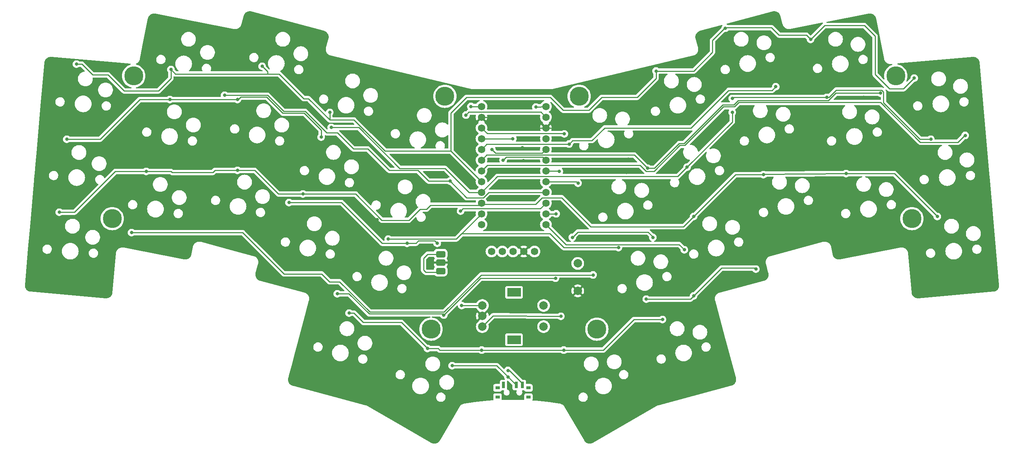
<source format=gbr>
%TF.GenerationSoftware,KiCad,Pcbnew,7.0.2*%
%TF.CreationDate,2023-06-30T23:01:23+02:00*%
%TF.ProjectId,Qeshda,51657368-6461-42e6-9b69-6361645f7063,rev?*%
%TF.SameCoordinates,Original*%
%TF.FileFunction,Copper,L1,Top*%
%TF.FilePolarity,Positive*%
%FSLAX46Y46*%
G04 Gerber Fmt 4.6, Leading zero omitted, Abs format (unit mm)*
G04 Created by KiCad (PCBNEW 7.0.2) date 2023-06-30 23:01:23*
%MOMM*%
%LPD*%
G01*
G04 APERTURE LIST*
G04 Aperture macros list*
%AMRoundRect*
0 Rectangle with rounded corners*
0 $1 Rounding radius*
0 $2 $3 $4 $5 $6 $7 $8 $9 X,Y pos of 4 corners*
0 Add a 4 corners polygon primitive as box body*
4,1,4,$2,$3,$4,$5,$6,$7,$8,$9,$2,$3,0*
0 Add four circle primitives for the rounded corners*
1,1,$1+$1,$2,$3*
1,1,$1+$1,$4,$5*
1,1,$1+$1,$6,$7*
1,1,$1+$1,$8,$9*
0 Add four rect primitives between the rounded corners*
20,1,$1+$1,$2,$3,$4,$5,0*
20,1,$1+$1,$4,$5,$6,$7,0*
20,1,$1+$1,$6,$7,$8,$9,0*
20,1,$1+$1,$8,$9,$2,$3,0*%
G04 Aperture macros list end*
%TA.AperFunction,SMDPad,CuDef*%
%ADD10R,1.000000X0.800000*%
%TD*%
%TA.AperFunction,SMDPad,CuDef*%
%ADD11R,0.700000X1.500000*%
%TD*%
%TA.AperFunction,ComponentPad*%
%ADD12C,4.500000*%
%TD*%
%TA.AperFunction,ComponentPad*%
%ADD13C,2.000000*%
%TD*%
%TA.AperFunction,ComponentPad*%
%ADD14R,3.200000X2.000000*%
%TD*%
%TA.AperFunction,ComponentPad*%
%ADD15RoundRect,0.375000X0.750000X-0.375000X0.750000X0.375000X-0.750000X0.375000X-0.750000X-0.375000X0*%
%TD*%
%TA.AperFunction,ComponentPad*%
%ADD16C,1.752600*%
%TD*%
%TA.AperFunction,ViaPad*%
%ADD17C,0.800000*%
%TD*%
%TA.AperFunction,Conductor*%
%ADD18C,0.250000*%
%TD*%
G04 APERTURE END LIST*
D10*
%TO.P,SW25,*%
%TO.N,*%
X150100000Y-116245000D03*
X150100000Y-118455000D03*
X157400000Y-116245000D03*
X157400000Y-118455000D03*
D11*
%TO.P,SW25,1,A*%
%TO.N,unconnected-(SW25-A-Pad1)*%
X151500000Y-115595000D03*
%TO.P,SW25,2,B*%
%TO.N,bat+*%
X154500000Y-115595000D03*
%TO.P,SW25,3,C*%
%TO.N,RAW*%
X156000000Y-115595000D03*
%TD*%
D12*
%TO.P,,1*%
%TO.N,N/C*%
X244348000Y-42418000D03*
%TD*%
D13*
%TO.P,SW26,A,A*%
%TO.N,EncL*%
X146500000Y-96750000D03*
%TO.P,SW26,B,B*%
%TO.N,EncR*%
X146500000Y-101750000D03*
%TO.P,SW26,C,C*%
%TO.N,GND*%
X146500000Y-99250000D03*
D14*
%TO.P,SW26,MP*%
%TO.N,N/C*%
X154000000Y-93650000D03*
X154000000Y-104850000D03*
D13*
%TO.P,SW26,S1,S1*%
%TO.N,Net-(D25-A)*%
X161000000Y-101750000D03*
%TO.P,SW26,S2,S2*%
%TO.N,row_4*%
X161000000Y-96750000D03*
%TD*%
D12*
%TO.P,,1*%
%TO.N,N/C*%
X137636000Y-47244000D03*
%TD*%
D15*
%TO.P,J1,3,Pin_3*%
%TO.N,bat+*%
X136652000Y-88614000D03*
%TO.P,J1,2,Pin_2*%
%TO.N,GND*%
X136652000Y-86614000D03*
%TO.P,J1,1,Pin_1*%
%TO.N,bat+*%
X136652000Y-84614000D03*
%TD*%
D12*
%TO.P,,1*%
%TO.N,N/C*%
X248158000Y-76200000D03*
%TD*%
D13*
%TO.P,SW34,1,1*%
%TO.N,RESET*%
X169076000Y-86793000D03*
%TO.P,SW34,2,2*%
%TO.N,GND*%
X169076000Y-93293000D03*
%TD*%
D12*
%TO.P,,1*%
%TO.N,N/C*%
X169418000Y-47244000D03*
%TD*%
%TO.P,,1*%
%TO.N,N/C*%
X173598000Y-102362000D03*
%TD*%
%TO.P,,1*%
%TO.N,N/C*%
X134366000Y-102362000D03*
%TD*%
D16*
%TO.P,Display1,1,MOSI*%
%TO.N,MOSI*%
X148670000Y-83980000D03*
%TO.P,Display1,2,SCK*%
%TO.N,SCK*%
X151210000Y-83980000D03*
%TO.P,Display1,3,VCC*%
%TO.N,3V3*%
X153750000Y-83980000D03*
%TO.P,Display1,4,GND*%
%TO.N,GND*%
X156290000Y-83980000D03*
%TO.P,Display1,5,CS*%
%TO.N,NVCS*%
X158830000Y-83980000D03*
%TD*%
D12*
%TO.P,,1*%
%TO.N,N/C*%
X64008000Y-42418000D03*
%TD*%
%TO.P,,1*%
%TO.N,N/C*%
X58928000Y-76200000D03*
%TD*%
D16*
%TO.P,U1,1,TX0/P0.06*%
%TO.N,NVCS*%
X161544000Y-49656750D03*
%TO.P,U1,2,RX1/P0.08*%
%TO.N,EncL*%
X161544000Y-52196750D03*
%TO.P,U1,3,GND*%
%TO.N,GND*%
X161544000Y-54736750D03*
%TO.P,U1,4,GND*%
X161544000Y-57276750D03*
%TO.P,U1,5,P0.17*%
%TO.N,MOSI*%
X161544000Y-59816750D03*
%TO.P,U1,6,P0.20*%
%TO.N,SCK*%
X161544000Y-62356750D03*
%TO.P,U1,7,P0.22*%
%TO.N,EncR*%
X161544000Y-64896750D03*
%TO.P,U1,8,P0.24*%
%TO.N,col_0*%
X161544000Y-67436750D03*
%TO.P,U1,9,P1.00*%
%TO.N,col_1*%
X161544000Y-69976750D03*
%TO.P,U1,10,P0.11*%
%TO.N,col_2*%
X161544000Y-72516750D03*
%TO.P,U1,11,P1.04*%
%TO.N,col_3*%
X161544000Y-75056750D03*
%TO.P,U1,12,P1.06*%
%TO.N,col_4*%
X161544000Y-77596750D03*
%TO.P,U1,13,NFC1/P0.09*%
%TO.N,row_4*%
X146304000Y-77596750D03*
%TO.P,U1,14,NFC2/P0.10*%
%TO.N,row_3*%
X146304000Y-75056750D03*
%TO.P,U1,15,P1.11*%
%TO.N,row_2*%
X146304000Y-72516750D03*
%TO.P,U1,16,P1.13*%
%TO.N,row_1*%
X146304000Y-69976750D03*
%TO.P,U1,17,P1.15*%
%TO.N,row_0*%
X146304000Y-67436750D03*
%TO.P,U1,18,AIN0/P0.02*%
%TO.N,col_7*%
X146304000Y-64896750D03*
%TO.P,U1,19,AIN5/P0.29*%
%TO.N,col_6*%
X146304000Y-62356750D03*
%TO.P,U1,20,AIN7/P0.31*%
%TO.N,col_5*%
X146304000Y-59816750D03*
%TO.P,U1,21,VCC*%
%TO.N,3V3*%
X146304000Y-57276750D03*
%TO.P,U1,22,RST*%
%TO.N,RESET*%
X146304000Y-54736750D03*
%TO.P,U1,23,GND*%
%TO.N,GND*%
X146304000Y-52196750D03*
%TO.P,U1,24,BATIN/P0.04*%
%TO.N,RAW*%
X146304000Y-49656750D03*
%TD*%
D17*
%TO.N,GND*%
X139700000Y-91694000D03*
X134112000Y-86614000D03*
%TO.N,col_0*%
X169164000Y-67818000D03*
X172720000Y-89535000D03*
X63500000Y-79502000D03*
%TO.N,col_1*%
X85510000Y-46990000D03*
X138850000Y-67310000D03*
%TO.N,col_2*%
X128690000Y-82042000D03*
X141351000Y-74422000D03*
X100750000Y-72390000D03*
X135824016Y-82042000D03*
%TO.N,col_3*%
X112180000Y-93980000D03*
X163957000Y-75056750D03*
X163830000Y-90297000D03*
X137369788Y-99022500D03*
%TO.N,col_4*%
X196508000Y-94488000D03*
X211240000Y-88138000D03*
X185293000Y-95250000D03*
X194310000Y-83566000D03*
%TO.N,col_5*%
X167806000Y-80645000D03*
X215939000Y-44958000D03*
X186856000Y-80645000D03*
X167044000Y-58547000D03*
%TO.N,col_6*%
X185586000Y-64262000D03*
X240704000Y-46482000D03*
%TO.N,col_7*%
X260770000Y-56515000D03*
%TO.N,SCK*%
X151423000Y-62357000D03*
%TO.N,3V3*%
X153709000Y-57277000D03*
%TO.N,GND*%
X156122000Y-64770000D03*
X192786000Y-89154000D03*
X116459000Y-56515000D03*
X195072000Y-87122000D03*
X133477000Y-62357000D03*
X130976000Y-86106000D03*
X170434000Y-81153000D03*
X155956000Y-59436000D03*
X243498000Y-55372000D03*
X140716000Y-52832000D03*
X210986000Y-57912000D03*
X156249000Y-67437000D03*
X164592000Y-77851000D03*
X180633000Y-65278000D03*
X211836000Y-78232000D03*
X134366000Y-65659000D03*
X264326000Y-76454000D03*
X156464000Y-76200000D03*
X121578000Y-76454000D03*
X156503000Y-57150000D03*
X262548000Y-68326000D03*
X121158000Y-66548000D03*
X181014000Y-62103000D03*
X188976000Y-65024000D03*
X126150000Y-79248000D03*
X149860000Y-62230000D03*
X182245000Y-80899000D03*
X140843000Y-65786000D03*
X165100000Y-53848000D03*
X156210000Y-62484000D03*
X175514000Y-80772000D03*
X61722000Y-78994000D03*
X150114000Y-53594000D03*
X156210000Y-71501000D03*
X213780000Y-29972000D03*
X240792000Y-39624000D03*
X236728000Y-47498000D03*
X181903000Y-58547000D03*
X164084000Y-72644000D03*
X154178000Y-49530000D03*
X155956000Y-53848000D03*
X207176000Y-60706000D03*
X199175000Y-56896000D03*
X199810000Y-33020000D03*
%TO.N,NVCS*%
X159170000Y-49784000D03*
%TO.N,row_0*%
X110402000Y-51054000D03*
X204001000Y-31115000D03*
X50458000Y-39624000D03*
X224194000Y-33782000D03*
X94400000Y-40132000D03*
X72810000Y-40894000D03*
X248705000Y-42926000D03*
X187618000Y-41275000D03*
%TO.N,row_1*%
X48172000Y-57404000D03*
X205652000Y-51054000D03*
X88558000Y-48006000D03*
X205652000Y-47752000D03*
X110744000Y-54610000D03*
X72556000Y-48006000D03*
X228004000Y-47498000D03*
X108370000Y-56896000D03*
X252642000Y-57404000D03*
X194945000Y-64008000D03*
%TO.N,row_2*%
X88558000Y-64770000D03*
X232576000Y-65532000D03*
X104052000Y-70358000D03*
X46394000Y-74676000D03*
X254166000Y-75692000D03*
X196508000Y-75692000D03*
X213018000Y-65786000D03*
X66968000Y-65024000D03*
%TO.N,bat+*%
X139358000Y-110998000D03*
X152566000Y-113665000D03*
%TO.N,RAW*%
X143803000Y-49657000D03*
X152566000Y-112141000D03*
%TO.N,row_3*%
X124245000Y-81026000D03*
X178728000Y-83058000D03*
%TO.N,row_4*%
X133516000Y-106934000D03*
X189142000Y-100076000D03*
X146343000Y-107315000D03*
X165774000Y-107315000D03*
X114974000Y-98552000D03*
%TO.N,MOSI*%
X148756000Y-59817000D03*
%TO.N,RESET*%
X165901000Y-56134000D03*
%TO.N,EncL*%
X141605000Y-96774000D03*
X142621000Y-51689000D03*
%TO.N,EncR*%
X164719000Y-65024000D03*
X165100000Y-99314000D03*
%TD*%
D18*
%TO.N,col_2*%
X122818410Y-82042000D02*
X113166410Y-72390000D01*
X131376000Y-81476000D02*
X130810000Y-82042000D01*
X130810000Y-82042000D02*
X122818410Y-82042000D01*
X135824016Y-82042000D02*
X135258016Y-81476000D01*
X135258016Y-81476000D02*
X131376000Y-81476000D01*
X113166410Y-72390000D02*
X100750000Y-72390000D01*
%TO.N,bat+*%
X136366000Y-88900000D02*
X136652000Y-88614000D01*
X132588000Y-88392000D02*
X133096000Y-88900000D01*
X132588000Y-85598000D02*
X132588000Y-88392000D01*
X133572000Y-84614000D02*
X132588000Y-85598000D01*
X133096000Y-88900000D02*
X136366000Y-88900000D01*
X136652000Y-84614000D02*
X133572000Y-84614000D01*
%TO.N,col_0*%
X161544000Y-67436750D02*
X168782750Y-67436750D01*
X137451604Y-98298000D02*
X146214604Y-89535000D01*
X168782750Y-67436750D02*
X169164000Y-67818000D01*
X99568000Y-89281000D02*
X108458000Y-89281000D01*
X108458000Y-89281000D02*
X110311693Y-91134693D01*
X119888000Y-98298000D02*
X137451604Y-98298000D01*
X63500000Y-79502000D02*
X89789000Y-79502000D01*
X110311693Y-91134693D02*
X112724693Y-91134693D01*
X146214604Y-89535000D02*
X172593000Y-89535000D01*
X112724693Y-91134693D02*
X119888000Y-98298000D01*
X89789000Y-79502000D02*
X99568000Y-89281000D01*
%TO.N,col_1*%
X138850000Y-67310000D02*
X133770000Y-67310000D01*
X99480000Y-50800000D02*
X95670000Y-46990000D01*
X148002895Y-69976750D02*
X146732645Y-71247000D01*
X142787000Y-71247000D02*
X138850000Y-67310000D01*
X104560000Y-50800000D02*
X99480000Y-50800000D01*
X124460000Y-64770000D02*
X119380000Y-59690000D01*
X146732645Y-71247000D02*
X142787000Y-71247000D01*
X115990000Y-59690000D02*
X112180000Y-55880000D01*
X119380000Y-59690000D02*
X115990000Y-59690000D01*
X133770000Y-67310000D02*
X131230000Y-64770000D01*
X131230000Y-64770000D02*
X124460000Y-64770000D01*
X95670000Y-46990000D02*
X85510000Y-46990000D01*
X161544000Y-69976750D02*
X148002895Y-69976750D01*
X112180000Y-55880000D02*
X109640000Y-55880000D01*
X109640000Y-55880000D02*
X104560000Y-50800000D01*
%TO.N,col_2*%
X141917550Y-73855450D02*
X160205300Y-73855450D01*
X160205300Y-73855450D02*
X161544000Y-72516750D01*
X141351000Y-74422000D02*
X141917550Y-73855450D01*
%TO.N,col_3*%
X137369788Y-99022500D02*
X137095288Y-98748000D01*
X163957000Y-75056750D02*
X161544000Y-75056750D01*
X146089000Y-90297000D02*
X163830000Y-90297000D01*
X137369788Y-99016212D02*
X146089000Y-90297000D01*
X137369788Y-99022500D02*
X137369788Y-99016212D01*
X119701604Y-98748000D02*
X114933604Y-93980000D01*
X137095288Y-98748000D02*
X119701604Y-98748000D01*
X114933604Y-93980000D02*
X112180000Y-93980000D01*
%TO.N,col_4*%
X210986000Y-87884000D02*
X211240000Y-88138000D01*
X203112000Y-87884000D02*
X210986000Y-87884000D01*
X161544000Y-77596750D02*
X166280250Y-82333000D01*
X195746000Y-95250000D02*
X196508000Y-94488000D01*
X196508000Y-94488000D02*
X203112000Y-87884000D01*
X166280250Y-82333000D02*
X193077000Y-82333000D01*
X185293000Y-95250000D02*
X195746000Y-95250000D01*
X193077000Y-82333000D02*
X194310000Y-83566000D01*
%TO.N,col_5*%
X146304000Y-59816750D02*
X147505300Y-58615450D01*
X166975550Y-58615450D02*
X167044000Y-58547000D01*
X215050000Y-45847000D02*
X215939000Y-44958000D01*
X167044000Y-58547000D02*
X167868501Y-57722499D01*
X167806000Y-80645000D02*
X169076000Y-79375000D01*
X167868501Y-57722499D02*
X172440501Y-57722499D01*
X172440501Y-57722499D02*
X175426000Y-54737000D01*
X175426000Y-54737000D02*
X195873000Y-54737000D01*
X169076000Y-79375000D02*
X185713000Y-79375000D01*
X147505300Y-58615450D02*
X166975550Y-58615450D01*
X185713000Y-79375000D02*
X186856000Y-80518000D01*
X195873000Y-54737000D02*
X204763000Y-45847000D01*
X204763000Y-45847000D02*
X215050000Y-45847000D01*
%TO.N,col_6*%
X147505300Y-61155450D02*
X182479450Y-61155450D01*
X228386396Y-48260000D02*
X230164396Y-46482000D01*
X230164396Y-46482000D02*
X240704000Y-46482000D01*
X203366000Y-49276000D02*
X205994000Y-49276000D01*
X182479450Y-61155450D02*
X185586000Y-64262000D01*
X205994000Y-49276000D02*
X207010000Y-48260000D01*
X146304000Y-62356750D02*
X147505300Y-61155450D01*
X187235604Y-64262000D02*
X193077604Y-58420000D01*
X207010000Y-48260000D02*
X228386396Y-48260000D01*
X194222000Y-58420000D02*
X203366000Y-49276000D01*
X185586000Y-64262000D02*
X187235604Y-64262000D01*
X193077604Y-58420000D02*
X194222000Y-58420000D01*
%TO.N,col_7*%
X187147000Y-64987000D02*
X193264000Y-58870000D01*
X147642700Y-63558050D02*
X183856745Y-63558050D01*
X203552396Y-49726000D02*
X206180396Y-49726000D01*
X240734000Y-48710000D02*
X250153000Y-58129000D01*
X250153000Y-58129000D02*
X259029000Y-58129000D01*
X259029000Y-58129000D02*
X260643000Y-56515000D01*
X185285695Y-64987000D02*
X187147000Y-64987000D01*
X260643000Y-56515000D02*
X260770000Y-56515000D01*
X146304000Y-64896750D02*
X147642700Y-63558050D01*
X206180396Y-49726000D02*
X207196396Y-48710000D01*
X194408396Y-58870000D02*
X203552396Y-49726000D01*
X183856745Y-63558050D02*
X185285695Y-64987000D01*
X193264000Y-58870000D02*
X194408396Y-58870000D01*
X207196396Y-48710000D02*
X240734000Y-48710000D01*
%TO.N,SCK*%
X151423000Y-62357000D02*
X152174550Y-61605450D01*
X160792700Y-61605450D02*
X161544000Y-62356750D01*
X152174550Y-61605450D02*
X160792700Y-61605450D01*
%TO.N,3V3*%
X146304000Y-57276750D02*
X153709000Y-57277000D01*
%TO.N,GND*%
X156844750Y-54736750D02*
X155956000Y-53848000D01*
X161544000Y-54736750D02*
X164211250Y-54736750D01*
X140703050Y-53073050D02*
X140716000Y-53086000D01*
X145427700Y-53073050D02*
X140703050Y-53073050D01*
X146304000Y-52196750D02*
X145427700Y-53073050D01*
X140716000Y-52832000D02*
X140462000Y-52832000D01*
X140716000Y-53086000D02*
X140716000Y-52832000D01*
X146304000Y-52196750D02*
X148716750Y-52196750D01*
X164211250Y-54736750D02*
X165100000Y-53848000D01*
X148716750Y-52196750D02*
X150114000Y-53594000D01*
X161544000Y-54736750D02*
X156844750Y-54736750D01*
X140462000Y-52832000D02*
X140462000Y-52832000D01*
%TO.N,NVCS*%
X161544000Y-49656750D02*
X159170000Y-49784000D01*
X159043250Y-49656750D02*
X159043000Y-49657000D01*
X159170000Y-49784000D02*
X159043250Y-49656750D01*
%TO.N,row_0*%
X200953000Y-34036000D02*
X204001000Y-30988000D01*
X105382792Y-47810000D02*
X104238396Y-47810000D01*
X200953000Y-36830000D02*
X200953000Y-34036000D01*
X54268364Y-42164000D02*
X57912000Y-42164000D01*
X95670000Y-41402000D02*
X94400000Y-40132000D01*
X139065250Y-60198000D02*
X139065250Y-51180750D01*
X51728364Y-39624000D02*
X54268364Y-42164000D01*
X105382792Y-47810000D02*
X110402000Y-52829208D01*
X187618000Y-43014000D02*
X187618000Y-41275000D01*
X196508000Y-41275000D02*
X200953000Y-36830000D01*
X57912000Y-42164000D02*
X61722000Y-45974000D01*
X146304000Y-67436750D02*
X139065250Y-60198000D01*
X227496000Y-30480000D02*
X236894000Y-30480000D01*
X246165000Y-45466000D02*
X248705000Y-42926000D01*
X162560000Y-47498000D02*
X165608000Y-50546000D01*
X139065250Y-60198000D02*
X123484396Y-60198000D01*
X214923000Y-30988000D02*
X216701000Y-32766000D01*
X123484396Y-60198000D02*
X116115604Y-52829208D01*
X183134000Y-47498000D02*
X187618000Y-43014000D01*
X242824000Y-45466000D02*
X246165000Y-45466000D01*
X104238396Y-47810000D02*
X98375396Y-41947000D01*
X165608000Y-50546000D02*
X171704000Y-50546000D01*
X239434000Y-42076000D02*
X242824000Y-45466000D01*
X116115604Y-52829208D02*
X110402000Y-52829208D01*
X69850000Y-45974000D02*
X72810000Y-43014000D01*
X139065250Y-51180750D02*
X142748000Y-47498000D01*
X216701000Y-32766000D02*
X223178000Y-32766000D01*
X50458000Y-39624000D02*
X51728364Y-39624000D01*
X142748000Y-47498000D02*
X162560000Y-47498000D01*
X239434000Y-33020000D02*
X239434000Y-42076000D01*
X223178000Y-32766000D02*
X224194000Y-33782000D01*
X204001000Y-30988000D02*
X214923000Y-30988000D01*
X224194000Y-33782000D02*
X227496000Y-30480000D01*
X61722000Y-45974000D02*
X69850000Y-45974000D01*
X174752000Y-47498000D02*
X183134000Y-47498000D01*
X95670000Y-41947000D02*
X95670000Y-41402000D01*
X73863000Y-41947000D02*
X72810000Y-40894000D01*
X236894000Y-30480000D02*
X239434000Y-33020000D01*
X171704000Y-50546000D02*
X174752000Y-47498000D01*
X110402000Y-51054000D02*
X110402000Y-52829208D01*
X98375396Y-41947000D02*
X95670000Y-41947000D01*
X95670000Y-41947000D02*
X73863000Y-41947000D01*
X187618000Y-41275000D02*
X196508000Y-41275000D01*
X72810000Y-43014000D02*
X72810000Y-40894000D01*
%TO.N,row_1*%
X252651305Y-57404000D02*
X252642000Y-57394695D01*
X241004305Y-45757000D02*
X241429000Y-46181695D01*
X194945000Y-63996626D02*
X205652000Y-53289626D01*
X241429000Y-48768604D02*
X250055091Y-57394695D01*
X143382750Y-69976750D02*
X146304000Y-69976750D01*
X108370000Y-55246396D02*
X104373604Y-51250000D01*
X241429000Y-46181695D02*
X241429000Y-48768604D01*
X89320000Y-47440000D02*
X88754000Y-48006000D01*
X150045300Y-66235450D02*
X192706176Y-66235450D01*
X192706176Y-66235450D02*
X194933626Y-64008000D01*
X194945000Y-64008000D02*
X194945000Y-63996626D01*
X228512000Y-47498000D02*
X230253000Y-45757000D01*
X104373604Y-51250000D02*
X99293604Y-51250000D01*
X230253000Y-45757000D02*
X241004305Y-45757000D01*
X126970000Y-64320000D02*
X137726000Y-64320000D01*
X95483604Y-47440000D02*
X89320000Y-47440000D01*
X99293604Y-51250000D02*
X95483604Y-47440000D01*
X252642000Y-57394695D02*
X252642000Y-57404000D01*
X146304000Y-69976750D02*
X150045300Y-66235450D01*
X110744000Y-54610000D02*
X117260000Y-54610000D01*
X117260000Y-54610000D02*
X126970000Y-64320000D01*
X65444000Y-48006000D02*
X56046000Y-57404000D01*
X252642000Y-57404000D02*
X252651305Y-57404000D01*
X56046000Y-57404000D02*
X48172000Y-57404000D01*
X250055091Y-57394695D02*
X252642000Y-57394695D01*
X88754000Y-48006000D02*
X65444000Y-48006000D01*
X205652000Y-53289626D02*
X205652000Y-51054000D01*
X194933626Y-64008000D02*
X194945000Y-64008000D01*
X137726000Y-64320000D02*
X143382750Y-69976750D01*
X205652000Y-47498000D02*
X228512000Y-47498000D01*
X108370000Y-56896000D02*
X108370000Y-55246396D01*
%TO.N,row_2*%
X72810000Y-65024000D02*
X66968000Y-65024000D01*
X159131000Y-72771000D02*
X160655000Y-71247000D01*
X146304000Y-72516750D02*
X145795750Y-73025000D01*
X134226480Y-73025000D02*
X133276010Y-73975470D01*
X244006000Y-65532000D02*
X254166000Y-75692000D01*
X131722710Y-73975470D02*
X129117180Y-76581000D01*
X129117180Y-76581000D02*
X122730305Y-76581000D01*
X232680116Y-65681884D02*
X232830000Y-65532000D01*
X160655000Y-71247000D02*
X165266000Y-71247000D01*
X232830000Y-65532000D02*
X244006000Y-65532000D01*
X98210000Y-70358000D02*
X92622000Y-64770000D01*
X172124000Y-78105000D02*
X194095000Y-78105000D01*
X196508000Y-75692000D02*
X206414000Y-65786000D01*
X213018000Y-65786000D02*
X213122116Y-65681884D01*
X92622000Y-64770000D02*
X83224000Y-64770000D01*
X133276010Y-73975470D02*
X131722710Y-73975470D01*
X83224000Y-64770000D02*
X82716000Y-65278000D01*
X73064000Y-65278000D02*
X72810000Y-65024000D01*
X165266000Y-71247000D02*
X172124000Y-78105000D01*
X59668189Y-65024000D02*
X50016189Y-74676000D01*
X146304000Y-72516750D02*
X146558250Y-72771000D01*
X66968000Y-65024000D02*
X59668189Y-65024000D01*
X145795750Y-73025000D02*
X134226480Y-73025000D01*
X122730305Y-76581000D02*
X116507305Y-70358000D01*
X104052000Y-70358000D02*
X98210000Y-70358000D01*
X206414000Y-65786000D02*
X213018000Y-65786000D01*
X232576000Y-65532000D02*
X232680116Y-65681884D01*
X194095000Y-78105000D02*
X196508000Y-75692000D01*
X116507305Y-70358000D02*
X104052000Y-70358000D01*
X213122116Y-65681884D02*
X232576000Y-65532000D01*
X50016189Y-74676000D02*
X46394000Y-74676000D01*
X82716000Y-65278000D02*
X73064000Y-65278000D01*
X146558250Y-72771000D02*
X159131000Y-72771000D01*
%TO.N,bat+*%
X154500000Y-115595000D02*
X149903000Y-110998000D01*
X149903000Y-110998000D02*
X139358000Y-110998000D01*
%TO.N,RAW*%
X152947000Y-112141000D02*
X156000000Y-115194000D01*
X146304000Y-49656750D02*
X143803000Y-49657000D01*
X152566000Y-112141000D02*
X152947000Y-112141000D01*
X156000000Y-115194000D02*
X156000000Y-115595000D01*
%TO.N,row_3*%
X140334750Y-81026000D02*
X124245000Y-81026000D01*
X141604750Y-79756000D02*
X162472000Y-79756000D01*
X165774000Y-83058000D02*
X178728000Y-83058000D01*
X162472000Y-79756000D02*
X165774000Y-83058000D01*
X146304000Y-75056750D02*
X140334750Y-81026000D01*
X140334750Y-81026000D02*
X141604750Y-79756000D01*
%TO.N,row_4*%
X175133000Y-107315000D02*
X182372000Y-100076000D01*
X114974000Y-98552000D02*
X116115604Y-98552000D01*
X165774000Y-107315000D02*
X175133000Y-107315000D01*
X127362000Y-100780000D02*
X133516000Y-106934000D01*
X182372000Y-100076000D02*
X189142000Y-100076000D01*
X133516000Y-106934000D02*
X136056000Y-106934000D01*
X136437000Y-107315000D02*
X136056000Y-106934000D01*
X118343604Y-100780000D02*
X127362000Y-100780000D01*
X116115604Y-98552000D02*
X118343604Y-100780000D01*
X146343000Y-107315000D02*
X136437000Y-107315000D01*
X146343000Y-107315000D02*
X165774000Y-107315000D01*
%TO.N,MOSI*%
X148756000Y-59817000D02*
X149644450Y-60705450D01*
X149644450Y-60705450D02*
X160655300Y-60705450D01*
X160655300Y-60705450D02*
X161544000Y-59816750D01*
%TO.N,RESET*%
X147642700Y-56075450D02*
X165842450Y-56075450D01*
X146304000Y-54736750D02*
X147642700Y-56075450D01*
X165842450Y-56075450D02*
X165901000Y-56134000D01*
%TO.N,EncL*%
X160342700Y-50995450D02*
X161544000Y-52196750D01*
X142621000Y-51689000D02*
X143314550Y-50995450D01*
X146500000Y-96750000D02*
X141605000Y-96774000D01*
X143314550Y-50995450D02*
X160342700Y-50995450D01*
%TO.N,EncR*%
X149063000Y-99187000D02*
X165100000Y-99314000D01*
X146500000Y-101750000D02*
X149063000Y-99187000D01*
X161544000Y-64896750D02*
X164591750Y-64896750D01*
X164591750Y-64896750D02*
X164719000Y-65024000D01*
%TD*%
%TA.AperFunction,Conductor*%
%TO.N,GND*%
G36*
X135039103Y-85259185D02*
G01*
X135083151Y-85308405D01*
X135159970Y-85463296D01*
X135215619Y-85532526D01*
X135218983Y-85536711D01*
X135245641Y-85601295D01*
X135233150Y-85670039D01*
X135218983Y-85692085D01*
X135160392Y-85764975D01*
X135075831Y-85935478D01*
X135029896Y-86120180D01*
X135027141Y-86160808D01*
X135027000Y-86164999D01*
X135027000Y-86364000D01*
X136161287Y-86364000D01*
X136112296Y-86501848D01*
X136102051Y-86651618D01*
X136132594Y-86798597D01*
X136166483Y-86864000D01*
X135027000Y-86864000D01*
X135027000Y-87063000D01*
X135027141Y-87067191D01*
X135029896Y-87107819D01*
X135075831Y-87292521D01*
X135160394Y-87463027D01*
X135218982Y-87535914D01*
X135245641Y-87600498D01*
X135233151Y-87669242D01*
X135218983Y-87691287D01*
X135159970Y-87764702D01*
X135075359Y-87935306D01*
X135029399Y-88120112D01*
X135026770Y-88158889D01*
X135002595Y-88224444D01*
X134946816Y-88266521D01*
X134903054Y-88274500D01*
X133406453Y-88274500D01*
X133339414Y-88254815D01*
X133318772Y-88238181D01*
X133249819Y-88169228D01*
X133216334Y-88107905D01*
X133213500Y-88081547D01*
X133213500Y-85908452D01*
X133233185Y-85841413D01*
X133249819Y-85820771D01*
X133794772Y-85275819D01*
X133856095Y-85242334D01*
X133882453Y-85239500D01*
X134972064Y-85239500D01*
X135039103Y-85259185D01*
G37*
%TD.AperFunction*%
%TA.AperFunction,Conductor*%
G36*
X44424205Y-37905862D02*
G01*
X44484481Y-37906818D01*
X44493406Y-37907283D01*
X44544041Y-37911757D01*
X44544396Y-37911740D01*
X60479365Y-39305870D01*
X63187222Y-39542777D01*
X63252291Y-39568229D01*
X63293270Y-39624820D01*
X63297148Y-39694582D01*
X63262694Y-39755366D01*
X63213305Y-39784690D01*
X63034454Y-39840422D01*
X63034448Y-39840424D01*
X63030877Y-39841537D01*
X63027468Y-39843071D01*
X63027466Y-39843072D01*
X62803783Y-39943744D01*
X62727443Y-39978102D01*
X62724250Y-39980031D01*
X62724237Y-39980039D01*
X62445886Y-40148309D01*
X62442682Y-40150246D01*
X62439740Y-40152550D01*
X62439734Y-40152555D01*
X62255507Y-40296888D01*
X62180748Y-40355458D01*
X62178102Y-40358103D01*
X62178094Y-40358111D01*
X61948111Y-40588094D01*
X61948103Y-40588102D01*
X61945458Y-40590748D01*
X61943146Y-40593698D01*
X61943146Y-40593699D01*
X61742555Y-40849734D01*
X61742550Y-40849740D01*
X61740246Y-40852682D01*
X61738309Y-40855884D01*
X61738309Y-40855886D01*
X61570039Y-41134237D01*
X61570031Y-41134250D01*
X61568102Y-41137443D01*
X61566565Y-41140857D01*
X61566565Y-41140858D01*
X61439770Y-41422585D01*
X61431537Y-41440877D01*
X61430424Y-41444448D01*
X61430422Y-41444454D01*
X61333658Y-41754982D01*
X61333655Y-41754991D01*
X61332544Y-41758559D01*
X61331872Y-41762225D01*
X61331869Y-41762238D01*
X61273395Y-42081321D01*
X61272564Y-42085858D01*
X61272338Y-42089581D01*
X61272337Y-42089596D01*
X61258014Y-42326390D01*
X61252473Y-42418000D01*
X61252698Y-42421736D01*
X61252699Y-42421736D01*
X61272337Y-42746403D01*
X61272338Y-42746416D01*
X61272564Y-42750142D01*
X61273238Y-42753824D01*
X61273239Y-42753826D01*
X61331869Y-43073761D01*
X61331871Y-43073770D01*
X61332544Y-43077441D01*
X61333656Y-43081012D01*
X61333658Y-43081017D01*
X61400292Y-43294853D01*
X61431537Y-43395123D01*
X61568102Y-43698557D01*
X61570035Y-43701755D01*
X61570039Y-43701762D01*
X61615259Y-43776564D01*
X61740246Y-43983318D01*
X61945458Y-44245252D01*
X62180748Y-44480542D01*
X62442682Y-44685754D01*
X62727443Y-44857898D01*
X63030877Y-44994463D01*
X63348559Y-45093456D01*
X63384274Y-45100001D01*
X63398079Y-45102531D01*
X63460472Y-45133978D01*
X63495959Y-45194164D01*
X63493273Y-45263982D01*
X63453267Y-45321265D01*
X63388643Y-45347825D01*
X63375727Y-45348500D01*
X62032452Y-45348500D01*
X61965413Y-45328815D01*
X61944771Y-45312181D01*
X60186809Y-43554219D01*
X58412802Y-41780211D01*
X58399906Y-41764113D01*
X58348775Y-41716098D01*
X58345978Y-41713387D01*
X58329227Y-41696636D01*
X58326471Y-41693880D01*
X58323290Y-41691412D01*
X58314422Y-41683837D01*
X58282582Y-41653938D01*
X58265024Y-41644285D01*
X58248764Y-41633604D01*
X58232936Y-41621327D01*
X58192851Y-41603980D01*
X58182361Y-41598841D01*
X58144091Y-41577802D01*
X58124691Y-41572821D01*
X58106284Y-41566519D01*
X58087897Y-41558562D01*
X58044758Y-41551729D01*
X58033324Y-41549361D01*
X57991019Y-41538500D01*
X57970984Y-41538500D01*
X57951586Y-41536973D01*
X57944162Y-41535797D01*
X57931805Y-41533840D01*
X57931804Y-41533840D01*
X57906849Y-41536199D01*
X57888325Y-41537950D01*
X57876656Y-41538500D01*
X54578817Y-41538500D01*
X54511778Y-41518815D01*
X54491136Y-41502181D01*
X52229166Y-39240211D01*
X52216270Y-39224113D01*
X52165139Y-39176098D01*
X52162342Y-39173387D01*
X52145591Y-39156636D01*
X52142835Y-39153880D01*
X52139654Y-39151412D01*
X52130786Y-39143837D01*
X52098946Y-39113938D01*
X52081388Y-39104285D01*
X52065128Y-39093604D01*
X52049300Y-39081327D01*
X52009215Y-39063980D01*
X51998725Y-39058841D01*
X51960455Y-39037802D01*
X51941055Y-39032821D01*
X51922648Y-39026519D01*
X51904261Y-39018562D01*
X51861122Y-39011729D01*
X51849688Y-39009361D01*
X51807383Y-38998500D01*
X51787348Y-38998500D01*
X51767950Y-38996973D01*
X51760526Y-38995797D01*
X51748169Y-38993840D01*
X51748168Y-38993840D01*
X51721055Y-38996403D01*
X51704689Y-38997950D01*
X51693020Y-38998500D01*
X51161747Y-38998500D01*
X51094708Y-38978815D01*
X51069599Y-38957473D01*
X51063871Y-38951112D01*
X50910730Y-38839849D01*
X50910729Y-38839848D01*
X50910727Y-38839847D01*
X50737802Y-38762855D01*
X50552648Y-38723500D01*
X50552646Y-38723500D01*
X50363354Y-38723500D01*
X50363352Y-38723500D01*
X50178197Y-38762855D01*
X50005269Y-38839848D01*
X49852129Y-38951110D01*
X49725466Y-39091783D01*
X49630820Y-39255715D01*
X49572326Y-39435742D01*
X49552540Y-39623999D01*
X49572326Y-39812257D01*
X49630820Y-39992284D01*
X49725466Y-40156216D01*
X49852129Y-40296889D01*
X50005269Y-40408151D01*
X50178197Y-40485144D01*
X50363352Y-40524500D01*
X50363354Y-40524500D01*
X50552648Y-40524500D01*
X50676084Y-40498262D01*
X50737803Y-40485144D01*
X50910730Y-40408151D01*
X51063871Y-40296888D01*
X51069598Y-40290527D01*
X51129084Y-40253879D01*
X51161747Y-40249500D01*
X51417912Y-40249500D01*
X51484951Y-40269185D01*
X51505592Y-40285818D01*
X52387618Y-41167845D01*
X52421103Y-41229167D01*
X52416119Y-41298859D01*
X52374247Y-41354792D01*
X52315249Y-41376913D01*
X52315344Y-41377330D01*
X52312265Y-41378032D01*
X52309211Y-41379178D01*
X52306286Y-41379397D01*
X52050495Y-41437780D01*
X51806272Y-41533631D01*
X51579057Y-41664813D01*
X51373929Y-41828398D01*
X51195485Y-42020714D01*
X51124296Y-42125130D01*
X51047686Y-42237496D01*
X50933851Y-42473877D01*
X50856518Y-42724585D01*
X50817414Y-42984018D01*
X50817414Y-43246382D01*
X50856518Y-43505815D01*
X50933851Y-43756523D01*
X51047686Y-43992904D01*
X51183680Y-44192370D01*
X51195485Y-44209685D01*
X51373929Y-44402001D01*
X51373933Y-44402005D01*
X51579057Y-44565586D01*
X51806271Y-44696768D01*
X52050498Y-44792620D01*
X52306284Y-44851002D01*
X52502420Y-44865700D01*
X52504737Y-44865700D01*
X52631091Y-44865700D01*
X52633408Y-44865700D01*
X52829544Y-44851002D01*
X53085330Y-44792620D01*
X53329557Y-44696768D01*
X53556771Y-44565586D01*
X53761895Y-44402005D01*
X53870356Y-44285112D01*
X53940342Y-44209685D01*
X53940343Y-44209682D01*
X53940347Y-44209679D01*
X54088142Y-43992904D01*
X54201977Y-43756523D01*
X54279310Y-43505815D01*
X54318414Y-43246382D01*
X54318414Y-42984018D01*
X54310570Y-42931980D01*
X54320042Y-42862758D01*
X54365436Y-42809644D01*
X54432340Y-42789503D01*
X54433185Y-42789500D01*
X57601548Y-42789500D01*
X57668587Y-42809185D01*
X57689229Y-42825819D01*
X61221197Y-46357787D01*
X61234098Y-46373889D01*
X61236212Y-46375874D01*
X61236214Y-46375877D01*
X61278328Y-46415425D01*
X61285240Y-46421916D01*
X61288036Y-46424626D01*
X61307530Y-46444120D01*
X61310615Y-46446513D01*
X61310701Y-46446580D01*
X61319573Y-46454158D01*
X61351418Y-46484062D01*
X61368974Y-46493714D01*
X61385231Y-46504392D01*
X61401064Y-46516674D01*
X61414842Y-46522636D01*
X61441156Y-46534023D01*
X61451643Y-46539160D01*
X61489908Y-46560197D01*
X61509316Y-46565180D01*
X61527710Y-46571478D01*
X61546105Y-46579438D01*
X61589254Y-46586271D01*
X61600680Y-46588638D01*
X61616222Y-46592629D01*
X61642980Y-46599500D01*
X61642981Y-46599500D01*
X61663016Y-46599500D01*
X61682413Y-46601026D01*
X61702196Y-46604160D01*
X61745674Y-46600050D01*
X61757344Y-46599500D01*
X69767256Y-46599500D01*
X69787762Y-46601764D01*
X69790665Y-46601672D01*
X69790667Y-46601673D01*
X69857872Y-46599561D01*
X69861768Y-46599500D01*
X69885448Y-46599500D01*
X69889350Y-46599500D01*
X69893313Y-46598999D01*
X69904962Y-46598080D01*
X69948627Y-46596709D01*
X69967859Y-46591120D01*
X69986918Y-46587174D01*
X69994091Y-46586268D01*
X70006792Y-46584664D01*
X70047407Y-46568582D01*
X70058444Y-46564803D01*
X70100390Y-46552618D01*
X70117629Y-46542422D01*
X70135102Y-46533862D01*
X70153732Y-46526486D01*
X70189064Y-46500814D01*
X70198830Y-46494400D01*
X70216311Y-46484062D01*
X70236420Y-46472170D01*
X70250585Y-46458004D01*
X70265373Y-46445373D01*
X70281587Y-46433594D01*
X70309438Y-46399926D01*
X70317279Y-46391309D01*
X73193789Y-43514800D01*
X73209885Y-43501906D01*
X73211873Y-43499787D01*
X73211877Y-43499786D01*
X73257949Y-43450723D01*
X73260534Y-43448055D01*
X73280120Y-43428471D01*
X73282585Y-43425292D01*
X73290167Y-43416416D01*
X73306953Y-43398541D01*
X73320062Y-43384582D01*
X73329712Y-43367027D01*
X73340396Y-43350762D01*
X73352673Y-43334936D01*
X73370028Y-43294831D01*
X73375158Y-43284361D01*
X73388696Y-43259736D01*
X73396197Y-43246092D01*
X73401179Y-43226684D01*
X73407479Y-43208283D01*
X73415437Y-43189896D01*
X73422269Y-43146752D01*
X73424633Y-43135338D01*
X73435500Y-43093019D01*
X73435500Y-43072982D01*
X73437027Y-43053584D01*
X73440160Y-43033804D01*
X73436050Y-42990324D01*
X73435500Y-42978655D01*
X73435500Y-42635442D01*
X73455185Y-42568403D01*
X73507989Y-42522648D01*
X73577147Y-42512704D01*
X73619233Y-42526778D01*
X73630908Y-42533197D01*
X73650306Y-42538177D01*
X73668708Y-42544477D01*
X73687104Y-42552438D01*
X73730261Y-42559273D01*
X73741664Y-42561634D01*
X73783981Y-42572500D01*
X73804016Y-42572500D01*
X73823413Y-42574026D01*
X73843196Y-42577160D01*
X73886674Y-42573050D01*
X73898344Y-42572500D01*
X95590981Y-42572500D01*
X95599151Y-42572500D01*
X95622385Y-42574696D01*
X95630412Y-42576227D01*
X95685759Y-42572745D01*
X95693545Y-42572500D01*
X98064944Y-42572500D01*
X98131983Y-42592185D01*
X98152625Y-42608819D01*
X103737592Y-48193787D01*
X103750492Y-48209888D01*
X103801619Y-48257900D01*
X103804416Y-48260611D01*
X103823925Y-48280120D01*
X103827105Y-48282587D01*
X103835967Y-48290155D01*
X103848958Y-48302355D01*
X103867814Y-48320062D01*
X103885366Y-48329711D01*
X103901634Y-48340397D01*
X103917460Y-48352673D01*
X103957542Y-48370017D01*
X103968029Y-48375155D01*
X104006303Y-48396197D01*
X104014806Y-48398379D01*
X104025704Y-48401178D01*
X104044109Y-48407478D01*
X104062500Y-48415437D01*
X104105646Y-48422270D01*
X104117064Y-48424635D01*
X104159377Y-48435500D01*
X104179412Y-48435500D01*
X104198811Y-48437027D01*
X104218592Y-48440160D01*
X104262070Y-48436050D01*
X104273740Y-48435500D01*
X105072340Y-48435500D01*
X105139379Y-48455185D01*
X105160020Y-48471818D01*
X107530958Y-50842757D01*
X109901197Y-53212996D01*
X109914096Y-53229096D01*
X109922167Y-53236675D01*
X109937603Y-53254184D01*
X109942406Y-53260795D01*
X109976052Y-53288629D01*
X109984693Y-53296492D01*
X109987529Y-53299328D01*
X109990709Y-53301795D01*
X109999571Y-53309363D01*
X110031418Y-53339270D01*
X110038578Y-53343206D01*
X110057882Y-53356325D01*
X110066409Y-53363379D01*
X110078408Y-53370732D01*
X110121152Y-53389229D01*
X110131631Y-53394362D01*
X110169908Y-53415405D01*
X110177823Y-53417437D01*
X110199781Y-53425343D01*
X110209806Y-53430061D01*
X110223228Y-53434189D01*
X110226098Y-53434643D01*
X110226104Y-53434646D01*
X110269265Y-53441481D01*
X110280664Y-53443842D01*
X110322981Y-53454708D01*
X110331152Y-53454708D01*
X110354384Y-53456904D01*
X110365264Y-53458979D01*
X110379304Y-53459641D01*
X110382194Y-53459367D01*
X110382196Y-53459368D01*
X110425674Y-53455258D01*
X110437344Y-53454708D01*
X115805152Y-53454708D01*
X115872191Y-53474393D01*
X115892833Y-53491027D01*
X116174625Y-53772819D01*
X116208110Y-53834142D01*
X116203126Y-53903834D01*
X116161254Y-53959767D01*
X116095790Y-53984184D01*
X116086944Y-53984500D01*
X111447747Y-53984500D01*
X111380708Y-53964815D01*
X111355599Y-53943473D01*
X111349871Y-53937112D01*
X111196730Y-53825849D01*
X111196729Y-53825848D01*
X111196727Y-53825847D01*
X111023802Y-53748855D01*
X110838648Y-53709500D01*
X110838646Y-53709500D01*
X110649354Y-53709500D01*
X110649352Y-53709500D01*
X110464197Y-53748855D01*
X110291269Y-53825848D01*
X110138129Y-53937110D01*
X110011466Y-54077783D01*
X109916820Y-54241715D01*
X109858326Y-54421742D01*
X109838540Y-54610000D01*
X109858326Y-54798259D01*
X109898692Y-54922492D01*
X109900687Y-54992333D01*
X109864606Y-55052165D01*
X109801905Y-55082993D01*
X109732491Y-55075028D01*
X109693080Y-55048490D01*
X107430103Y-52785513D01*
X105060802Y-50416211D01*
X105047906Y-50400113D01*
X104996775Y-50352098D01*
X104993978Y-50349387D01*
X104977227Y-50332636D01*
X104974471Y-50329880D01*
X104971290Y-50327412D01*
X104962422Y-50319837D01*
X104930582Y-50289938D01*
X104913024Y-50280285D01*
X104896764Y-50269604D01*
X104880936Y-50257327D01*
X104840851Y-50239980D01*
X104830361Y-50234841D01*
X104792091Y-50213802D01*
X104772691Y-50208821D01*
X104754284Y-50202519D01*
X104735897Y-50194562D01*
X104692758Y-50187729D01*
X104681324Y-50185361D01*
X104639019Y-50174500D01*
X104618984Y-50174500D01*
X104599586Y-50172973D01*
X104592162Y-50171797D01*
X104579805Y-50169840D01*
X104579804Y-50169840D01*
X104546751Y-50172964D01*
X104536325Y-50173950D01*
X104524656Y-50174500D01*
X99790452Y-50174500D01*
X99723413Y-50154815D01*
X99702771Y-50138181D01*
X97939745Y-48375155D01*
X96170802Y-46606211D01*
X96157906Y-46590113D01*
X96106775Y-46542098D01*
X96103978Y-46539387D01*
X96087227Y-46522636D01*
X96084471Y-46519880D01*
X96081290Y-46517412D01*
X96072422Y-46509837D01*
X96040582Y-46479938D01*
X96023024Y-46470285D01*
X96006764Y-46459604D01*
X95990936Y-46447327D01*
X95950851Y-46429980D01*
X95940361Y-46424841D01*
X95902091Y-46403802D01*
X95882691Y-46398821D01*
X95864284Y-46392519D01*
X95845897Y-46384562D01*
X95802758Y-46377729D01*
X95791324Y-46375361D01*
X95749019Y-46364500D01*
X95728984Y-46364500D01*
X95709586Y-46362973D01*
X95702162Y-46361797D01*
X95689805Y-46359840D01*
X95689804Y-46359840D01*
X95656751Y-46362964D01*
X95646325Y-46363950D01*
X95634656Y-46364500D01*
X86213747Y-46364500D01*
X86146708Y-46344815D01*
X86121599Y-46323473D01*
X86115871Y-46317112D01*
X85962730Y-46205849D01*
X85962729Y-46205848D01*
X85962727Y-46205847D01*
X85789802Y-46128855D01*
X85604648Y-46089500D01*
X85604646Y-46089500D01*
X85415354Y-46089500D01*
X85415352Y-46089500D01*
X85230197Y-46128855D01*
X85057269Y-46205848D01*
X84904129Y-46317110D01*
X84777466Y-46457783D01*
X84682820Y-46621715D01*
X84624326Y-46801742D01*
X84604540Y-46990000D01*
X84624326Y-47178257D01*
X84637299Y-47218182D01*
X84639294Y-47288023D01*
X84603213Y-47347856D01*
X84540512Y-47378684D01*
X84519368Y-47380500D01*
X73259747Y-47380500D01*
X73192708Y-47360815D01*
X73167599Y-47339473D01*
X73161871Y-47333112D01*
X73008730Y-47221849D01*
X73008729Y-47221848D01*
X73008727Y-47221847D01*
X72835802Y-47144855D01*
X72650648Y-47105500D01*
X72650646Y-47105500D01*
X72461354Y-47105500D01*
X72461352Y-47105500D01*
X72276197Y-47144855D01*
X72103272Y-47221847D01*
X72012189Y-47288023D01*
X71950129Y-47333112D01*
X71944401Y-47339472D01*
X71884916Y-47376121D01*
X71852253Y-47380500D01*
X65526741Y-47380500D01*
X65506237Y-47378236D01*
X65436145Y-47380439D01*
X65432251Y-47380500D01*
X65404650Y-47380500D01*
X65400799Y-47380986D01*
X65400768Y-47380988D01*
X65400640Y-47381005D01*
X65389028Y-47381918D01*
X65345368Y-47383290D01*
X65326128Y-47388880D01*
X65307081Y-47392825D01*
X65287209Y-47395335D01*
X65246599Y-47411413D01*
X65235554Y-47415194D01*
X65193610Y-47427381D01*
X65176365Y-47437579D01*
X65158904Y-47446133D01*
X65140267Y-47453512D01*
X65104931Y-47479185D01*
X65095174Y-47485595D01*
X65057580Y-47507829D01*
X65043413Y-47521996D01*
X65028624Y-47534626D01*
X65012413Y-47546404D01*
X64984572Y-47580058D01*
X64976711Y-47588697D01*
X55823228Y-56742181D01*
X55761905Y-56775666D01*
X55735547Y-56778500D01*
X48875747Y-56778500D01*
X48808708Y-56758815D01*
X48783599Y-56737473D01*
X48777871Y-56731112D01*
X48624730Y-56619849D01*
X48624729Y-56619848D01*
X48624727Y-56619847D01*
X48451802Y-56542855D01*
X48266648Y-56503500D01*
X48266646Y-56503500D01*
X48077354Y-56503500D01*
X48077352Y-56503500D01*
X47892197Y-56542855D01*
X47719269Y-56619848D01*
X47566129Y-56731110D01*
X47439466Y-56871783D01*
X47344820Y-57035715D01*
X47286326Y-57215742D01*
X47266540Y-57404000D01*
X47286326Y-57592257D01*
X47344820Y-57772284D01*
X47439466Y-57936216D01*
X47566129Y-58076889D01*
X47719269Y-58188151D01*
X47892197Y-58265144D01*
X48077352Y-58304500D01*
X48077354Y-58304500D01*
X48266648Y-58304500D01*
X48405509Y-58274984D01*
X48451803Y-58265144D01*
X48624730Y-58188151D01*
X48777871Y-58076888D01*
X48783598Y-58070527D01*
X48843084Y-58033879D01*
X48875747Y-58029500D01*
X55963256Y-58029500D01*
X55983762Y-58031764D01*
X55986665Y-58031672D01*
X55986667Y-58031673D01*
X56053872Y-58029561D01*
X56057768Y-58029500D01*
X56081448Y-58029500D01*
X56085350Y-58029500D01*
X56089313Y-58028999D01*
X56100962Y-58028080D01*
X56144627Y-58026709D01*
X56163859Y-58021120D01*
X56182918Y-58017174D01*
X56189196Y-58016381D01*
X56202792Y-58014664D01*
X56243407Y-57998582D01*
X56254444Y-57994803D01*
X56296390Y-57982618D01*
X56313629Y-57972422D01*
X56331102Y-57963862D01*
X56349732Y-57956486D01*
X56385064Y-57930814D01*
X56394830Y-57924400D01*
X56400168Y-57921243D01*
X56432420Y-57902170D01*
X56446585Y-57888004D01*
X56461373Y-57875373D01*
X56477587Y-57863594D01*
X56505438Y-57829926D01*
X56513279Y-57821309D01*
X58671977Y-55662611D01*
X65991315Y-55662611D01*
X66001324Y-55872719D01*
X66018599Y-55943928D01*
X66050914Y-56077130D01*
X66076885Y-56133999D01*
X66138294Y-56268467D01*
X66244316Y-56417352D01*
X66260303Y-56439803D01*
X66412535Y-56584956D01*
X66412537Y-56584957D01*
X66412538Y-56584958D01*
X66589481Y-56698673D01*
X66589486Y-56698675D01*
X66784760Y-56776852D01*
X66888210Y-56796790D01*
X66991300Y-56816659D01*
X66991301Y-56816659D01*
X67145986Y-56816659D01*
X67148940Y-56816659D01*
X67151891Y-56816377D01*
X67151895Y-56816377D01*
X67208311Y-56810989D01*
X67305861Y-56801675D01*
X67431763Y-56764707D01*
X70525402Y-56764707D01*
X70545455Y-57045071D01*
X70605202Y-57319724D01*
X70703429Y-57583083D01*
X70838135Y-57829779D01*
X70916363Y-57934279D01*
X71006581Y-58054796D01*
X71205334Y-58253549D01*
X71357801Y-58367684D01*
X71430350Y-58421994D01*
X71677046Y-58556700D01*
X71794120Y-58600366D01*
X71940404Y-58654927D01*
X72215059Y-58714675D01*
X72425247Y-58729708D01*
X72427462Y-58729708D01*
X72563382Y-58729708D01*
X72565597Y-58729708D01*
X72775785Y-58714675D01*
X73050440Y-58654927D01*
X73313797Y-58556700D01*
X73560495Y-58421993D01*
X73785510Y-58253549D01*
X73984263Y-58054796D01*
X74152707Y-57829781D01*
X74189985Y-57761512D01*
X76789215Y-57761512D01*
X76793301Y-57847280D01*
X76799224Y-57971617D01*
X76813281Y-58029561D01*
X76848814Y-58176028D01*
X76884215Y-58253546D01*
X76936194Y-58367365D01*
X77039750Y-58512787D01*
X77058203Y-58538701D01*
X77210435Y-58683854D01*
X77210437Y-58683855D01*
X77210438Y-58683856D01*
X77387381Y-58797571D01*
X77387386Y-58797573D01*
X77582660Y-58875750D01*
X77711456Y-58900573D01*
X77789200Y-58915557D01*
X77789201Y-58915557D01*
X77943886Y-58915557D01*
X77946840Y-58915557D01*
X77949791Y-58915275D01*
X77949795Y-58915275D01*
X78006211Y-58909887D01*
X78103761Y-58900573D01*
X78305583Y-58841313D01*
X78492542Y-58744928D01*
X78657882Y-58614904D01*
X78795627Y-58455938D01*
X78900798Y-58273776D01*
X78969594Y-58075003D01*
X78999529Y-57866802D01*
X78989520Y-57656698D01*
X78939930Y-57452286D01*
X78852551Y-57260952D01*
X78852550Y-57260951D01*
X78852549Y-57260948D01*
X78746365Y-57111835D01*
X78730541Y-57089613D01*
X78578309Y-56944460D01*
X78578306Y-56944458D01*
X78578305Y-56944457D01*
X78401362Y-56830742D01*
X78221698Y-56758815D01*
X78206084Y-56752564D01*
X78206083Y-56752563D01*
X78206081Y-56752563D01*
X77999544Y-56712757D01*
X77999543Y-56712757D01*
X77841904Y-56712757D01*
X77838974Y-56713036D01*
X77838948Y-56713038D01*
X77684985Y-56727740D01*
X77483158Y-56787001D01*
X77296204Y-56883384D01*
X77130863Y-57013409D01*
X76993115Y-57172377D01*
X76887946Y-57354536D01*
X76819149Y-57553311D01*
X76789215Y-57761509D01*
X76789215Y-57761512D01*
X74189985Y-57761512D01*
X74287414Y-57583083D01*
X74385641Y-57319726D01*
X74445389Y-57045071D01*
X74465441Y-56764708D01*
X74465272Y-56762352D01*
X74462446Y-56722827D01*
X74445389Y-56484345D01*
X74427136Y-56400440D01*
X91254551Y-56400440D01*
X91274604Y-56680804D01*
X91334351Y-56955457D01*
X91432578Y-57218816D01*
X91567284Y-57465512D01*
X91651508Y-57578021D01*
X91735730Y-57690529D01*
X91934483Y-57889282D01*
X92075440Y-57994801D01*
X92159499Y-58057727D01*
X92406195Y-58192433D01*
X92490447Y-58223857D01*
X92669553Y-58290660D01*
X92944208Y-58350408D01*
X93154396Y-58365441D01*
X93156611Y-58365441D01*
X93292531Y-58365441D01*
X93294746Y-58365441D01*
X93504934Y-58350408D01*
X93779589Y-58290660D01*
X94042946Y-58192433D01*
X94289644Y-58057726D01*
X94514659Y-57889282D01*
X94632640Y-57771301D01*
X97432006Y-57771301D01*
X97437566Y-57888012D01*
X97442015Y-57981406D01*
X97459820Y-58054798D01*
X97491605Y-58185817D01*
X97519033Y-58245876D01*
X97578985Y-58377154D01*
X97686485Y-58528115D01*
X97700994Y-58548490D01*
X97853226Y-58693643D01*
X97853228Y-58693644D01*
X97853229Y-58693645D01*
X98030172Y-58807360D01*
X98030177Y-58807362D01*
X98225451Y-58885539D01*
X98354247Y-58910362D01*
X98431991Y-58925346D01*
X98431992Y-58925346D01*
X98586677Y-58925346D01*
X98589631Y-58925346D01*
X98592582Y-58925064D01*
X98592586Y-58925064D01*
X98649002Y-58919676D01*
X98746552Y-58910362D01*
X98948374Y-58851102D01*
X99135333Y-58754717D01*
X99300673Y-58624693D01*
X99438418Y-58465727D01*
X99543589Y-58283565D01*
X99612385Y-58084792D01*
X99642320Y-57876591D01*
X99632311Y-57666487D01*
X99582721Y-57462075D01*
X99495342Y-57270741D01*
X99495341Y-57270740D01*
X99495340Y-57270737D01*
X99395168Y-57130067D01*
X99373332Y-57099402D01*
X99221100Y-56954249D01*
X99221097Y-56954247D01*
X99221096Y-56954246D01*
X99044153Y-56840531D01*
X98876566Y-56773439D01*
X98848875Y-56762353D01*
X98848874Y-56762352D01*
X98848872Y-56762352D01*
X98642335Y-56722546D01*
X98642334Y-56722546D01*
X98484695Y-56722546D01*
X98481765Y-56722825D01*
X98481739Y-56722827D01*
X98327776Y-56737529D01*
X98125949Y-56796790D01*
X97938995Y-56893173D01*
X97773654Y-57023198D01*
X97635906Y-57182166D01*
X97530737Y-57364325D01*
X97461940Y-57563100D01*
X97433413Y-57761512D01*
X97432006Y-57771301D01*
X94632640Y-57771301D01*
X94713412Y-57690529D01*
X94881856Y-57465514D01*
X95016563Y-57218816D01*
X95114790Y-56955459D01*
X95174538Y-56680804D01*
X95194590Y-56400441D01*
X95174538Y-56120078D01*
X95114790Y-55845423D01*
X95046605Y-55662611D01*
X95016563Y-55582065D01*
X94881857Y-55335369D01*
X94830537Y-55266814D01*
X94713412Y-55110353D01*
X94514659Y-54911600D01*
X94391594Y-54819475D01*
X94289642Y-54743154D01*
X94042946Y-54608448D01*
X93779587Y-54510221D01*
X93504934Y-54450474D01*
X93296956Y-54435599D01*
X93296954Y-54435598D01*
X93294746Y-54435441D01*
X93154396Y-54435441D01*
X93152188Y-54435598D01*
X93152185Y-54435599D01*
X92944207Y-54450474D01*
X92669554Y-54510221D01*
X92406195Y-54608448D01*
X92159499Y-54743154D01*
X91934480Y-54911602D01*
X91735732Y-55110350D01*
X91567284Y-55335369D01*
X91432578Y-55582065D01*
X91334351Y-55845424D01*
X91274604Y-56120077D01*
X91254551Y-56400440D01*
X74427136Y-56400440D01*
X74385641Y-56209690D01*
X74313073Y-56015127D01*
X74287414Y-55946332D01*
X74152708Y-55699636D01*
X74092509Y-55619220D01*
X73984263Y-55474620D01*
X73785510Y-55275867D01*
X73644911Y-55170616D01*
X73560493Y-55107421D01*
X73313797Y-54972715D01*
X73050438Y-54874488D01*
X72775785Y-54814741D01*
X72567807Y-54799866D01*
X72567805Y-54799865D01*
X72565597Y-54799708D01*
X72425247Y-54799708D01*
X72423039Y-54799865D01*
X72423036Y-54799866D01*
X72215058Y-54814741D01*
X71940405Y-54874488D01*
X71677046Y-54972715D01*
X71430350Y-55107421D01*
X71205331Y-55275869D01*
X71006583Y-55474617D01*
X70838135Y-55699636D01*
X70703429Y-55946332D01*
X70605202Y-56209691D01*
X70545455Y-56484344D01*
X70525402Y-56764707D01*
X67431763Y-56764707D01*
X67507683Y-56742415D01*
X67694642Y-56646030D01*
X67859982Y-56516006D01*
X67997727Y-56357040D01*
X68102898Y-56174878D01*
X68171694Y-55976105D01*
X68201629Y-55767904D01*
X68191620Y-55557800D01*
X68142030Y-55353388D01*
X68054651Y-55162054D01*
X68054650Y-55162053D01*
X68054649Y-55162050D01*
X67932642Y-54990717D01*
X67932641Y-54990715D01*
X67780409Y-54845562D01*
X67780406Y-54845560D01*
X67780405Y-54845559D01*
X67603462Y-54731844D01*
X67457106Y-54673251D01*
X67408184Y-54653666D01*
X67408183Y-54653665D01*
X67408181Y-54653665D01*
X67201644Y-54613859D01*
X67201643Y-54613859D01*
X67044004Y-54613859D01*
X67041074Y-54614138D01*
X67041048Y-54614140D01*
X66887085Y-54628842D01*
X66685258Y-54688103D01*
X66498304Y-54784486D01*
X66336665Y-54911600D01*
X66332962Y-54914512D01*
X66326047Y-54922492D01*
X66195215Y-55073479D01*
X66090046Y-55255638D01*
X66021249Y-55454413D01*
X65991315Y-55662611D01*
X58671977Y-55662611D01*
X60165754Y-54168834D01*
X76368591Y-54168834D01*
X76407695Y-54428267D01*
X76485028Y-54678975D01*
X76598863Y-54915356D01*
X76706669Y-55073478D01*
X76746662Y-55132137D01*
X76921133Y-55320171D01*
X76925110Y-55324457D01*
X77130234Y-55488038D01*
X77357448Y-55619220D01*
X77445768Y-55653883D01*
X77562344Y-55699636D01*
X77601675Y-55715072D01*
X77857461Y-55773454D01*
X78053597Y-55788152D01*
X78055914Y-55788152D01*
X78182268Y-55788152D01*
X78184585Y-55788152D01*
X78380721Y-55773454D01*
X78636507Y-55715072D01*
X78880734Y-55619220D01*
X79107948Y-55488038D01*
X79313072Y-55324457D01*
X79442165Y-55185328D01*
X79491519Y-55132137D01*
X79491520Y-55132134D01*
X79491524Y-55132131D01*
X79633227Y-54924291D01*
X86806822Y-54924291D01*
X86812739Y-55048490D01*
X86816831Y-55134396D01*
X86840434Y-55231689D01*
X86866421Y-55338807D01*
X86898879Y-55409880D01*
X86953801Y-55530144D01*
X87062741Y-55683127D01*
X87075810Y-55701480D01*
X87228042Y-55846633D01*
X87228044Y-55846634D01*
X87228045Y-55846635D01*
X87404988Y-55960350D01*
X87404993Y-55960352D01*
X87600267Y-56038529D01*
X87729063Y-56063352D01*
X87806807Y-56078336D01*
X87806808Y-56078336D01*
X87961493Y-56078336D01*
X87964447Y-56078336D01*
X87967398Y-56078054D01*
X87967402Y-56078054D01*
X88023818Y-56072666D01*
X88121368Y-56063352D01*
X88323190Y-56004092D01*
X88510149Y-55907707D01*
X88675489Y-55777683D01*
X88813234Y-55618717D01*
X88918405Y-55436555D01*
X88987201Y-55237782D01*
X89017136Y-55029581D01*
X89007127Y-54819477D01*
X88957537Y-54615065D01*
X88870158Y-54423731D01*
X88870157Y-54423730D01*
X88870156Y-54423727D01*
X88765960Y-54277406D01*
X88748148Y-54252392D01*
X88696868Y-54203497D01*
X97274271Y-54203497D01*
X97313375Y-54462930D01*
X97390708Y-54713638D01*
X97504543Y-54950019D01*
X97619053Y-55117974D01*
X97652342Y-55166800D01*
X97830786Y-55359116D01*
X97830790Y-55359120D01*
X98035914Y-55522701D01*
X98263128Y-55653883D01*
X98419033Y-55715071D01*
X98481309Y-55739513D01*
X98507355Y-55749735D01*
X98763141Y-55808117D01*
X98959277Y-55822815D01*
X98961594Y-55822815D01*
X99087948Y-55822815D01*
X99090265Y-55822815D01*
X99286401Y-55808117D01*
X99542187Y-55749735D01*
X99786414Y-55653883D01*
X100013628Y-55522701D01*
X100218752Y-55359120D01*
X100336988Y-55231692D01*
X100397199Y-55166800D01*
X100397200Y-55166797D01*
X100397204Y-55166794D01*
X100544999Y-54950019D01*
X100658834Y-54713638D01*
X100736167Y-54462930D01*
X100775271Y-54203497D01*
X100775271Y-53941133D01*
X100736167Y-53681700D01*
X100658834Y-53430992D01*
X100544999Y-53194611D01*
X100397204Y-52977836D01*
X100397203Y-52977835D01*
X100397199Y-52977829D01*
X100218755Y-52785513D01*
X100218754Y-52785512D01*
X100218752Y-52785510D01*
X100055519Y-52655336D01*
X100013627Y-52621928D01*
X99786412Y-52490746D01*
X99542189Y-52394895D01*
X99286398Y-52336512D01*
X99092579Y-52321988D01*
X99092568Y-52321987D01*
X99090265Y-52321815D01*
X98959277Y-52321815D01*
X98956974Y-52321987D01*
X98956962Y-52321988D01*
X98763143Y-52336512D01*
X98507352Y-52394895D01*
X98263129Y-52490746D01*
X98035914Y-52621928D01*
X97830786Y-52785513D01*
X97652342Y-52977829D01*
X97504542Y-53194613D01*
X97449249Y-53309430D01*
X97390708Y-53430992D01*
X97313375Y-53681700D01*
X97274271Y-53941133D01*
X97274271Y-54203497D01*
X88696868Y-54203497D01*
X88595916Y-54107239D01*
X88595913Y-54107237D01*
X88595912Y-54107236D01*
X88418969Y-53993521D01*
X88239522Y-53921681D01*
X88223691Y-53915343D01*
X88223690Y-53915342D01*
X88223688Y-53915342D01*
X88017151Y-53875536D01*
X88017150Y-53875536D01*
X87859511Y-53875536D01*
X87856581Y-53875815D01*
X87856555Y-53875817D01*
X87702592Y-53890519D01*
X87500765Y-53949780D01*
X87313811Y-54046163D01*
X87148470Y-54176188D01*
X87010722Y-54335156D01*
X86905553Y-54517315D01*
X86836756Y-54716090D01*
X86806822Y-54924288D01*
X86806822Y-54924291D01*
X79633227Y-54924291D01*
X79639319Y-54915356D01*
X79753154Y-54678975D01*
X79830487Y-54428267D01*
X79869591Y-54168834D01*
X79869591Y-53906470D01*
X79830487Y-53647037D01*
X79753154Y-53396329D01*
X79639319Y-53159948D01*
X79491524Y-52943173D01*
X79491523Y-52943172D01*
X79491519Y-52943166D01*
X79313075Y-52750850D01*
X79313074Y-52750849D01*
X79313072Y-52750847D01*
X79125728Y-52601445D01*
X79107947Y-52587265D01*
X78880732Y-52456083D01*
X78636509Y-52360232D01*
X78380718Y-52301849D01*
X78186899Y-52287325D01*
X78186888Y-52287324D01*
X78184585Y-52287152D01*
X78053597Y-52287152D01*
X78051294Y-52287324D01*
X78051282Y-52287325D01*
X77857463Y-52301849D01*
X77601672Y-52360232D01*
X77357449Y-52456083D01*
X77130234Y-52587265D01*
X76925106Y-52750850D01*
X76746662Y-52943166D01*
X76708464Y-52999193D01*
X76598863Y-53159948D01*
X76485028Y-53396329D01*
X76407695Y-53647037D01*
X76368591Y-53906470D01*
X76368591Y-54168834D01*
X60165754Y-54168834D01*
X63279381Y-51055208D01*
X71880236Y-51055208D01*
X71919340Y-51314641D01*
X71996673Y-51565349D01*
X72110508Y-51801730D01*
X72224855Y-51969446D01*
X72258307Y-52018511D01*
X72430146Y-52203708D01*
X72436755Y-52210831D01*
X72641879Y-52374412D01*
X72869093Y-52505594D01*
X72982605Y-52550144D01*
X73055119Y-52578604D01*
X73113320Y-52601446D01*
X73369106Y-52659828D01*
X73565242Y-52674526D01*
X73567559Y-52674526D01*
X73693913Y-52674526D01*
X73696230Y-52674526D01*
X73892366Y-52659828D01*
X74148152Y-52601446D01*
X74392379Y-52505594D01*
X74619593Y-52374412D01*
X74824717Y-52210831D01*
X74946381Y-52079708D01*
X75003164Y-52018511D01*
X75003165Y-52018508D01*
X75003169Y-52018505D01*
X75150964Y-51801730D01*
X75264799Y-51565349D01*
X75342132Y-51314641D01*
X75381236Y-51055208D01*
X75381236Y-50792844D01*
X75379958Y-50784364D01*
X93014044Y-50784364D01*
X93053148Y-51043797D01*
X93130481Y-51294505D01*
X93244316Y-51530886D01*
X93363414Y-51705570D01*
X93392115Y-51747667D01*
X93544427Y-51911819D01*
X93570563Y-51939987D01*
X93775687Y-52103568D01*
X94002901Y-52234750D01*
X94090648Y-52269188D01*
X94217938Y-52319146D01*
X94247128Y-52330602D01*
X94502914Y-52388984D01*
X94699050Y-52403682D01*
X94701367Y-52403682D01*
X94827721Y-52403682D01*
X94830038Y-52403682D01*
X95026174Y-52388984D01*
X95281960Y-52330602D01*
X95526187Y-52234750D01*
X95753401Y-52103568D01*
X95958525Y-51939987D01*
X96069389Y-51820504D01*
X96136972Y-51747667D01*
X96136973Y-51747664D01*
X96136977Y-51747661D01*
X96284772Y-51530886D01*
X96398607Y-51294505D01*
X96475940Y-51043797D01*
X96515044Y-50784364D01*
X96515044Y-50522000D01*
X96475940Y-50262567D01*
X96398607Y-50011859D01*
X96284772Y-49775478D01*
X96136977Y-49558703D01*
X96136976Y-49558702D01*
X96136972Y-49558696D01*
X95958528Y-49366380D01*
X95958527Y-49366379D01*
X95958525Y-49366377D01*
X95760145Y-49208174D01*
X95753400Y-49202795D01*
X95543064Y-49081358D01*
X95526187Y-49071614D01*
X95526186Y-49071613D01*
X95526185Y-49071613D01*
X95281962Y-48975762D01*
X95026171Y-48917379D01*
X94832352Y-48902855D01*
X94832341Y-48902854D01*
X94830038Y-48902682D01*
X94699050Y-48902682D01*
X94696747Y-48902854D01*
X94696735Y-48902855D01*
X94502916Y-48917379D01*
X94247125Y-48975762D01*
X94002902Y-49071613D01*
X93775687Y-49202795D01*
X93570559Y-49366380D01*
X93392115Y-49558696D01*
X93306754Y-49683898D01*
X93271717Y-49735289D01*
X93244315Y-49775480D01*
X93183118Y-49902557D01*
X93130481Y-50011859D01*
X93053148Y-50262567D01*
X93014044Y-50522000D01*
X93014044Y-50784364D01*
X75379958Y-50784364D01*
X75342132Y-50533411D01*
X75264799Y-50282703D01*
X75150964Y-50046322D01*
X75003169Y-49829547D01*
X75003168Y-49829546D01*
X75003164Y-49829540D01*
X74824720Y-49637224D01*
X74824719Y-49637223D01*
X74824717Y-49637221D01*
X74619593Y-49473640D01*
X74619592Y-49473639D01*
X74392377Y-49342457D01*
X74148154Y-49246606D01*
X73892363Y-49188223D01*
X73698544Y-49173699D01*
X73698533Y-49173698D01*
X73696230Y-49173526D01*
X73565242Y-49173526D01*
X73562939Y-49173698D01*
X73562927Y-49173699D01*
X73369108Y-49188223D01*
X73113317Y-49246606D01*
X72869094Y-49342457D01*
X72641879Y-49473639D01*
X72436751Y-49637224D01*
X72258307Y-49829540D01*
X72202120Y-49911952D01*
X72113570Y-50041832D01*
X72110507Y-50046324D01*
X72023836Y-50226298D01*
X71996673Y-50282703D01*
X71919340Y-50533411D01*
X71880236Y-50792844D01*
X71880236Y-51055208D01*
X63279381Y-51055208D01*
X65666771Y-48667819D01*
X65728095Y-48634334D01*
X65754453Y-48631500D01*
X71852253Y-48631500D01*
X71919292Y-48651185D01*
X71944400Y-48672526D01*
X71950129Y-48678888D01*
X72103270Y-48790151D01*
X72103271Y-48790151D01*
X72103272Y-48790152D01*
X72276197Y-48867144D01*
X72461352Y-48906500D01*
X72461354Y-48906500D01*
X72650648Y-48906500D01*
X72774689Y-48880134D01*
X72835803Y-48867144D01*
X73008730Y-48790151D01*
X73161871Y-48678888D01*
X73167598Y-48672527D01*
X73227084Y-48635879D01*
X73259747Y-48631500D01*
X87854253Y-48631500D01*
X87921292Y-48651185D01*
X87946400Y-48672526D01*
X87952129Y-48678888D01*
X88105270Y-48790151D01*
X88105271Y-48790151D01*
X88105272Y-48790152D01*
X88278197Y-48867144D01*
X88463352Y-48906500D01*
X88463354Y-48906500D01*
X88652648Y-48906500D01*
X88776689Y-48880134D01*
X88837803Y-48867144D01*
X89010730Y-48790151D01*
X89027176Y-48778202D01*
X89163870Y-48678889D01*
X89169598Y-48672528D01*
X89290533Y-48538216D01*
X89385179Y-48374284D01*
X89431268Y-48232435D01*
X89461519Y-48183071D01*
X89542774Y-48101818D01*
X89604097Y-48068333D01*
X89630454Y-48065500D01*
X95173152Y-48065500D01*
X95240191Y-48085185D01*
X95260833Y-48101819D01*
X98792801Y-51633787D01*
X98805702Y-51649889D01*
X98807816Y-51651874D01*
X98807818Y-51651877D01*
X98843780Y-51685648D01*
X98856844Y-51697916D01*
X98859640Y-51700626D01*
X98879134Y-51720120D01*
X98882219Y-51722513D01*
X98882305Y-51722580D01*
X98891177Y-51730158D01*
X98923022Y-51760062D01*
X98940578Y-51769714D01*
X98956835Y-51780392D01*
X98972668Y-51792674D01*
X98988789Y-51799649D01*
X99012760Y-51810023D01*
X99023247Y-51815160D01*
X99061512Y-51836197D01*
X99080920Y-51841180D01*
X99099314Y-51847478D01*
X99117709Y-51855438D01*
X99160858Y-51862271D01*
X99172284Y-51864638D01*
X99177288Y-51865923D01*
X99214584Y-51875500D01*
X99214585Y-51875500D01*
X99234620Y-51875500D01*
X99254017Y-51877026D01*
X99273800Y-51880160D01*
X99317278Y-51876050D01*
X99328948Y-51875500D01*
X104063152Y-51875500D01*
X104130191Y-51895185D01*
X104150833Y-51911819D01*
X107708180Y-55469166D01*
X107741665Y-55530489D01*
X107744499Y-55556847D01*
X107744499Y-56197313D01*
X107724814Y-56264352D01*
X107712649Y-56280285D01*
X107637466Y-56363783D01*
X107542820Y-56527715D01*
X107484326Y-56707742D01*
X107464540Y-56896000D01*
X107484326Y-57084257D01*
X107542820Y-57264284D01*
X107637466Y-57428216D01*
X107764129Y-57568889D01*
X107917269Y-57680151D01*
X108090197Y-57757144D01*
X108275352Y-57796500D01*
X108275354Y-57796500D01*
X108464648Y-57796500D01*
X108588083Y-57770262D01*
X108649803Y-57757144D01*
X108822730Y-57680151D01*
X108870721Y-57645284D01*
X108975870Y-57568889D01*
X108981083Y-57563100D01*
X109102533Y-57428216D01*
X109197179Y-57264284D01*
X109255674Y-57084256D01*
X109275460Y-56896000D01*
X109255674Y-56707744D01*
X109223796Y-56609634D01*
X109221801Y-56539793D01*
X109257882Y-56479960D01*
X109320582Y-56449132D01*
X109389997Y-56457097D01*
X109401458Y-56462651D01*
X109407908Y-56466197D01*
X109427306Y-56471177D01*
X109445708Y-56477477D01*
X109464104Y-56485438D01*
X109507261Y-56492273D01*
X109518664Y-56494634D01*
X109560981Y-56505500D01*
X109581016Y-56505500D01*
X109600413Y-56507026D01*
X109620196Y-56510160D01*
X109663674Y-56506050D01*
X109675344Y-56505500D01*
X111869548Y-56505500D01*
X111936587Y-56525185D01*
X111957229Y-56541819D01*
X115489197Y-60073787D01*
X115502098Y-60089889D01*
X115504212Y-60091874D01*
X115504214Y-60091877D01*
X115551561Y-60136339D01*
X115553240Y-60137916D01*
X115556036Y-60140626D01*
X115575530Y-60160120D01*
X115578615Y-60162513D01*
X115578701Y-60162580D01*
X115587573Y-60170158D01*
X115619418Y-60200062D01*
X115636974Y-60209714D01*
X115653231Y-60220392D01*
X115669064Y-60232674D01*
X115685185Y-60239649D01*
X115709156Y-60250023D01*
X115719643Y-60255160D01*
X115757908Y-60276197D01*
X115777316Y-60281180D01*
X115795710Y-60287478D01*
X115814105Y-60295438D01*
X115857254Y-60302271D01*
X115868680Y-60304638D01*
X115884222Y-60308629D01*
X115910980Y-60315500D01*
X115910981Y-60315500D01*
X115931016Y-60315500D01*
X115950413Y-60317026D01*
X115970196Y-60320160D01*
X116013674Y-60316050D01*
X116025344Y-60315500D01*
X119069548Y-60315500D01*
X119136587Y-60335185D01*
X119157228Y-60351818D01*
X121583518Y-62778109D01*
X123959196Y-65153787D01*
X123972096Y-65169888D01*
X123974213Y-65171876D01*
X123974214Y-65171877D01*
X123997309Y-65193565D01*
X124023223Y-65217900D01*
X124026020Y-65220611D01*
X124045529Y-65240120D01*
X124048709Y-65242587D01*
X124057571Y-65250155D01*
X124089418Y-65280062D01*
X124106972Y-65289712D01*
X124123236Y-65300396D01*
X124134192Y-65308894D01*
X124139064Y-65312673D01*
X124163909Y-65323424D01*
X124179152Y-65330021D01*
X124189631Y-65335154D01*
X124227908Y-65356197D01*
X124247306Y-65361177D01*
X124265708Y-65367477D01*
X124284104Y-65375438D01*
X124327261Y-65382273D01*
X124338664Y-65384634D01*
X124380981Y-65395500D01*
X124401016Y-65395500D01*
X124420413Y-65397026D01*
X124440196Y-65400160D01*
X124483674Y-65396050D01*
X124495344Y-65395500D01*
X130919548Y-65395500D01*
X130986587Y-65415185D01*
X131007228Y-65431818D01*
X132142753Y-66567344D01*
X133269196Y-67693787D01*
X133282096Y-67709888D01*
X133333223Y-67757900D01*
X133336020Y-67760611D01*
X133355529Y-67780120D01*
X133358709Y-67782587D01*
X133367571Y-67790155D01*
X133381923Y-67803633D01*
X133399418Y-67820062D01*
X133416970Y-67829711D01*
X133433238Y-67840397D01*
X133449064Y-67852673D01*
X133489146Y-67870017D01*
X133499633Y-67875155D01*
X133537907Y-67896197D01*
X133546410Y-67898379D01*
X133557308Y-67901178D01*
X133575713Y-67907478D01*
X133594104Y-67915437D01*
X133637250Y-67922270D01*
X133648668Y-67924635D01*
X133690981Y-67935500D01*
X133711016Y-67935500D01*
X133730415Y-67937027D01*
X133750196Y-67940160D01*
X133793674Y-67936050D01*
X133805344Y-67935500D01*
X138146253Y-67935500D01*
X138213292Y-67955185D01*
X138238400Y-67976526D01*
X138244129Y-67982888D01*
X138397270Y-68094151D01*
X138397271Y-68094151D01*
X138397272Y-68094152D01*
X138570197Y-68171144D01*
X138755352Y-68210500D01*
X138755354Y-68210500D01*
X138814548Y-68210500D01*
X138881587Y-68230185D01*
X138902229Y-68246819D01*
X142286197Y-71630787D01*
X142299098Y-71646889D01*
X142301212Y-71648874D01*
X142301214Y-71648877D01*
X142321794Y-71668203D01*
X142350240Y-71694916D01*
X142353036Y-71697626D01*
X142372530Y-71717120D01*
X142375615Y-71719513D01*
X142375701Y-71719580D01*
X142384573Y-71727158D01*
X142416418Y-71757062D01*
X142433970Y-71766711D01*
X142450238Y-71777397D01*
X142466064Y-71789673D01*
X142506148Y-71807018D01*
X142516628Y-71812152D01*
X142554908Y-71833197D01*
X142559754Y-71834441D01*
X142574313Y-71838180D01*
X142592716Y-71844480D01*
X142611105Y-71852438D01*
X142654254Y-71859271D01*
X142665680Y-71861638D01*
X142681051Y-71865585D01*
X142707980Y-71872500D01*
X142707981Y-71872500D01*
X142728016Y-71872500D01*
X142747413Y-71874026D01*
X142767196Y-71877160D01*
X142810674Y-71873050D01*
X142822344Y-71872500D01*
X144893370Y-71872500D01*
X144960409Y-71892185D01*
X145006164Y-71944989D01*
X145016108Y-72014147D01*
X145006927Y-72046304D01*
X144997336Y-72068172D01*
X144997334Y-72068177D01*
X144938800Y-72299320D01*
X144936598Y-72298762D01*
X144916465Y-72350930D01*
X144860061Y-72392165D01*
X144818046Y-72399500D01*
X134368652Y-72399500D01*
X134301613Y-72379815D01*
X134255858Y-72327011D01*
X134245914Y-72257853D01*
X134246037Y-72257020D01*
X134249860Y-72231654D01*
X134249860Y-71969288D01*
X134245973Y-71943498D01*
X134210756Y-71709855D01*
X134133423Y-71459147D01*
X134019588Y-71222766D01*
X133871793Y-71005991D01*
X133871792Y-71005990D01*
X133871788Y-71005984D01*
X133693344Y-70813668D01*
X133693343Y-70813667D01*
X133693341Y-70813665D01*
X133488217Y-70650084D01*
X133488216Y-70650083D01*
X133261001Y-70518901D01*
X133016778Y-70423050D01*
X132760987Y-70364667D01*
X132567168Y-70350143D01*
X132567157Y-70350142D01*
X132564854Y-70349970D01*
X132433866Y-70349970D01*
X132431563Y-70350142D01*
X132431551Y-70350143D01*
X132237732Y-70364667D01*
X131981941Y-70423050D01*
X131737718Y-70518901D01*
X131510503Y-70650083D01*
X131305375Y-70813668D01*
X131126931Y-71005984D01*
X131073096Y-71084946D01*
X130981602Y-71219144D01*
X130979131Y-71222768D01*
X130966940Y-71248082D01*
X130865297Y-71459147D01*
X130787964Y-71709855D01*
X130748860Y-71969288D01*
X130748860Y-72231652D01*
X130787964Y-72491085D01*
X130865297Y-72741793D01*
X130979132Y-72978174D01*
X131036890Y-73062889D01*
X131126928Y-73194951D01*
X131280175Y-73360111D01*
X131311344Y-73422644D01*
X131303757Y-73492100D01*
X131284820Y-73523494D01*
X131276818Y-73533167D01*
X131263283Y-73549528D01*
X131255421Y-73558167D01*
X128894408Y-75919181D01*
X128833085Y-75952666D01*
X128806727Y-75955500D01*
X128250547Y-75955500D01*
X128183508Y-75935815D01*
X128137753Y-75883011D01*
X128127809Y-75813853D01*
X128156834Y-75750297D01*
X128162866Y-75743819D01*
X128171509Y-75735176D01*
X128188001Y-75718684D01*
X128356445Y-75493669D01*
X128491152Y-75246971D01*
X128589379Y-74983614D01*
X128649127Y-74708959D01*
X128669179Y-74428596D01*
X128649127Y-74148233D01*
X128589379Y-73873578D01*
X128519722Y-73686819D01*
X128491152Y-73610220D01*
X128356446Y-73363524D01*
X128275659Y-73255606D01*
X128188001Y-73138508D01*
X127989248Y-72939755D01*
X127803908Y-72801011D01*
X127764231Y-72771309D01*
X127517535Y-72636603D01*
X127254176Y-72538376D01*
X126979523Y-72478629D01*
X126771545Y-72463754D01*
X126771543Y-72463753D01*
X126769335Y-72463596D01*
X126628985Y-72463596D01*
X126626777Y-72463753D01*
X126626774Y-72463754D01*
X126418796Y-72478629D01*
X126144143Y-72538376D01*
X125880784Y-72636603D01*
X125634088Y-72771309D01*
X125409069Y-72939757D01*
X125210321Y-73138505D01*
X125041873Y-73363524D01*
X124907167Y-73610220D01*
X124808940Y-73873579D01*
X124749193Y-74148232D01*
X124729140Y-74428595D01*
X124749193Y-74708959D01*
X124808940Y-74983612D01*
X124907167Y-75246971D01*
X125041873Y-75493667D01*
X125074420Y-75537144D01*
X125210319Y-75718684D01*
X125210321Y-75718686D01*
X125235454Y-75743819D01*
X125268939Y-75805142D01*
X125263955Y-75874834D01*
X125222083Y-75930767D01*
X125156619Y-75955184D01*
X125147773Y-75955500D01*
X123040757Y-75955500D01*
X122973718Y-75935815D01*
X122953076Y-75919181D01*
X121352034Y-74318139D01*
X121318549Y-74256816D01*
X121323533Y-74187124D01*
X121365405Y-74131191D01*
X121430869Y-74106774D01*
X121433828Y-74106598D01*
X121436078Y-74106491D01*
X121439036Y-74106491D01*
X121441970Y-74106210D01*
X121441987Y-74106210D01*
X121554740Y-74095442D01*
X121595957Y-74091507D01*
X121797779Y-74032247D01*
X121984738Y-73935862D01*
X122150078Y-73805838D01*
X122287823Y-73646872D01*
X122392994Y-73464710D01*
X122461790Y-73265937D01*
X122491725Y-73057736D01*
X122481716Y-72847632D01*
X122432126Y-72643220D01*
X122344747Y-72451886D01*
X122344746Y-72451885D01*
X122344745Y-72451882D01*
X122244147Y-72310613D01*
X122222737Y-72280547D01*
X122070505Y-72135394D01*
X122070502Y-72135392D01*
X122070501Y-72135391D01*
X121893558Y-72021676D01*
X121702004Y-71944989D01*
X121698280Y-71943498D01*
X121698279Y-71943497D01*
X121698277Y-71943497D01*
X121491740Y-71903691D01*
X121491739Y-71903691D01*
X121334100Y-71903691D01*
X121331170Y-71903970D01*
X121331144Y-71903972D01*
X121177181Y-71918674D01*
X120975354Y-71977935D01*
X120788400Y-72074318D01*
X120623059Y-72204343D01*
X120485311Y-72363311D01*
X120380142Y-72545470D01*
X120311345Y-72744245D01*
X120279726Y-72964166D01*
X120275651Y-72963580D01*
X120264406Y-73009841D01*
X120213817Y-73058033D01*
X120145204Y-73071224D01*
X120080351Y-73045226D01*
X120069367Y-73035472D01*
X118653687Y-71619792D01*
X117008107Y-69974211D01*
X116995211Y-69958113D01*
X116944080Y-69910098D01*
X116941283Y-69907387D01*
X116924532Y-69890636D01*
X116921776Y-69887880D01*
X116918595Y-69885412D01*
X116909727Y-69877837D01*
X116877887Y-69847938D01*
X116860329Y-69838285D01*
X116844069Y-69827604D01*
X116828241Y-69815327D01*
X116788156Y-69797980D01*
X116777666Y-69792841D01*
X116739396Y-69771802D01*
X116719996Y-69766821D01*
X116701589Y-69760519D01*
X116683202Y-69752562D01*
X116640063Y-69745729D01*
X116628629Y-69743361D01*
X116586324Y-69732500D01*
X116566289Y-69732500D01*
X116546891Y-69730973D01*
X116539467Y-69729797D01*
X116527110Y-69727840D01*
X116527109Y-69727840D01*
X116494056Y-69730964D01*
X116483630Y-69731950D01*
X116471961Y-69732500D01*
X104755747Y-69732500D01*
X104688708Y-69712815D01*
X104663599Y-69691473D01*
X104657871Y-69685112D01*
X104504730Y-69573849D01*
X104504729Y-69573848D01*
X104504727Y-69573847D01*
X104331802Y-69496855D01*
X104146648Y-69457500D01*
X104146646Y-69457500D01*
X103957354Y-69457500D01*
X103957352Y-69457500D01*
X103772197Y-69496855D01*
X103599272Y-69573847D01*
X103497176Y-69648024D01*
X103446129Y-69685112D01*
X103440401Y-69691472D01*
X103380916Y-69728121D01*
X103348253Y-69732500D01*
X98520453Y-69732500D01*
X98453414Y-69712815D01*
X98432772Y-69696181D01*
X97549110Y-68812519D01*
X126488633Y-68812519D01*
X126527737Y-69071952D01*
X126605070Y-69322660D01*
X126718905Y-69559041D01*
X126836793Y-69731950D01*
X126866704Y-69775822D01*
X127045148Y-69968138D01*
X127045152Y-69968142D01*
X127250276Y-70131723D01*
X127477490Y-70262905D01*
X127721717Y-70358757D01*
X127977503Y-70417139D01*
X128173639Y-70431837D01*
X128175956Y-70431837D01*
X128302310Y-70431837D01*
X128304627Y-70431837D01*
X128500763Y-70417139D01*
X128756549Y-70358757D01*
X129000776Y-70262905D01*
X129227990Y-70131723D01*
X129433114Y-69968142D01*
X129539948Y-69853002D01*
X129611561Y-69775822D01*
X129611562Y-69775819D01*
X129611566Y-69775816D01*
X129759361Y-69559041D01*
X129873196Y-69322660D01*
X129950529Y-69071952D01*
X129989633Y-68812519D01*
X129989633Y-68550155D01*
X129950529Y-68290722D01*
X129873196Y-68040014D01*
X129759361Y-67803633D01*
X129611566Y-67586858D01*
X129611565Y-67586857D01*
X129611561Y-67586851D01*
X129433117Y-67394535D01*
X129433116Y-67394534D01*
X129433114Y-67394532D01*
X129227990Y-67230951D01*
X129227989Y-67230950D01*
X129000774Y-67099768D01*
X128756551Y-67003917D01*
X128500760Y-66945534D01*
X128306941Y-66931010D01*
X128306930Y-66931009D01*
X128304627Y-66930837D01*
X128173639Y-66930837D01*
X128171336Y-66931009D01*
X128171324Y-66931010D01*
X127977505Y-66945534D01*
X127721714Y-67003917D01*
X127477491Y-67099768D01*
X127250276Y-67230950D01*
X127045148Y-67394535D01*
X126866704Y-67586851D01*
X126718904Y-67803635D01*
X126616194Y-68016915D01*
X126605070Y-68040014D01*
X126527737Y-68290722D01*
X126488633Y-68550155D01*
X126488633Y-68812519D01*
X97549110Y-68812519D01*
X94996293Y-66259702D01*
X107765378Y-66259702D01*
X107785431Y-66540066D01*
X107845178Y-66814719D01*
X107943405Y-67078078D01*
X108078111Y-67324774D01*
X108130334Y-67394535D01*
X108246557Y-67549791D01*
X108445310Y-67748544D01*
X108584409Y-67852672D01*
X108670326Y-67916989D01*
X108917022Y-68051695D01*
X109030852Y-68094151D01*
X109180380Y-68149922D01*
X109455035Y-68209670D01*
X109665223Y-68224703D01*
X109667438Y-68224703D01*
X109803358Y-68224703D01*
X109805573Y-68224703D01*
X110015761Y-68209670D01*
X110290416Y-68149922D01*
X110553773Y-68051695D01*
X110800471Y-67916988D01*
X111025486Y-67748544D01*
X111143470Y-67630560D01*
X113942833Y-67630560D01*
X113952842Y-67840668D01*
X113974687Y-67930712D01*
X114002432Y-68045079D01*
X114035930Y-68118429D01*
X114089812Y-68236416D01*
X114198752Y-68389399D01*
X114211821Y-68407752D01*
X114364053Y-68552905D01*
X114364055Y-68552906D01*
X114364056Y-68552907D01*
X114540999Y-68666622D01*
X114541004Y-68666624D01*
X114736278Y-68744801D01*
X114849311Y-68766586D01*
X114942818Y-68784608D01*
X114942819Y-68784608D01*
X115097504Y-68784608D01*
X115100458Y-68784608D01*
X115103409Y-68784326D01*
X115103413Y-68784326D01*
X115165042Y-68778441D01*
X115257379Y-68769624D01*
X115459201Y-68710364D01*
X115646160Y-68613979D01*
X115811500Y-68483955D01*
X115949245Y-68324989D01*
X116054416Y-68142827D01*
X116123212Y-67944054D01*
X116153147Y-67735853D01*
X116143138Y-67525749D01*
X116093548Y-67321337D01*
X116006169Y-67130003D01*
X116006168Y-67130002D01*
X116006167Y-67129999D01*
X115919269Y-67007969D01*
X115884159Y-66958664D01*
X115731927Y-66813511D01*
X115731924Y-66813509D01*
X115731923Y-66813508D01*
X115554980Y-66699793D01*
X115398948Y-66637327D01*
X115359702Y-66621615D01*
X115359701Y-66621614D01*
X115359699Y-66621614D01*
X115153162Y-66581808D01*
X115153161Y-66581808D01*
X114995522Y-66581808D01*
X114992592Y-66582087D01*
X114992566Y-66582089D01*
X114838603Y-66596791D01*
X114636776Y-66656052D01*
X114449822Y-66752435D01*
X114284481Y-66882460D01*
X114146733Y-67041428D01*
X114041564Y-67223587D01*
X113972767Y-67422362D01*
X113942833Y-67630560D01*
X111143470Y-67630560D01*
X111224239Y-67549791D01*
X111392683Y-67324776D01*
X111527390Y-67078078D01*
X111625617Y-66814721D01*
X111685365Y-66540066D01*
X111705417Y-66259703D01*
X111685365Y-65979340D01*
X111625617Y-65704685D01*
X111568804Y-65552364D01*
X111527390Y-65441327D01*
X111392684Y-65194631D01*
X111296268Y-65065835D01*
X111224239Y-64969615D01*
X111025486Y-64770862D01*
X110891892Y-64670855D01*
X110800469Y-64602416D01*
X110553773Y-64467710D01*
X110290414Y-64369483D01*
X110015761Y-64309736D01*
X109807783Y-64294861D01*
X109807781Y-64294860D01*
X109805573Y-64294703D01*
X109665223Y-64294703D01*
X109663015Y-64294860D01*
X109663012Y-64294861D01*
X109455034Y-64309736D01*
X109180381Y-64369483D01*
X108917022Y-64467710D01*
X108670326Y-64602416D01*
X108445307Y-64770864D01*
X108246559Y-64969612D01*
X108078111Y-65194631D01*
X107943405Y-65441327D01*
X107845178Y-65704686D01*
X107785431Y-65979339D01*
X107765378Y-66259702D01*
X94996293Y-66259702D01*
X93520144Y-64783553D01*
X103317649Y-64783553D01*
X103323042Y-64896750D01*
X103327658Y-64993658D01*
X103343610Y-65059412D01*
X103377248Y-65198069D01*
X103396452Y-65240120D01*
X103464628Y-65389406D01*
X103552743Y-65513145D01*
X103586637Y-65560742D01*
X103738869Y-65705895D01*
X103738871Y-65705896D01*
X103738872Y-65705897D01*
X103915815Y-65819612D01*
X103915820Y-65819614D01*
X104111094Y-65897791D01*
X104239890Y-65922614D01*
X104317634Y-65937598D01*
X104317635Y-65937598D01*
X104472320Y-65937598D01*
X104475274Y-65937598D01*
X104478225Y-65937316D01*
X104478229Y-65937316D01*
X104534645Y-65931928D01*
X104632195Y-65922614D01*
X104834017Y-65863354D01*
X105020976Y-65766969D01*
X105186316Y-65636945D01*
X105324061Y-65477979D01*
X105429232Y-65295817D01*
X105498028Y-65097044D01*
X105527963Y-64888843D01*
X105517954Y-64678739D01*
X105468364Y-64474327D01*
X105380985Y-64282993D01*
X105380984Y-64282992D01*
X105380983Y-64282989D01*
X105292929Y-64159336D01*
X105258975Y-64111654D01*
X105207695Y-64062759D01*
X113785098Y-64062759D01*
X113824202Y-64322192D01*
X113901535Y-64572900D01*
X114015370Y-64809281D01*
X114141076Y-64993657D01*
X114163169Y-65026062D01*
X114341613Y-65218378D01*
X114341617Y-65218382D01*
X114546741Y-65381963D01*
X114773955Y-65513145D01*
X114907654Y-65565618D01*
X115014841Y-65607686D01*
X115018182Y-65608997D01*
X115273968Y-65667379D01*
X115470104Y-65682077D01*
X115472421Y-65682077D01*
X115598775Y-65682077D01*
X115601092Y-65682077D01*
X115797228Y-65667379D01*
X116053014Y-65608997D01*
X116297241Y-65513145D01*
X116524455Y-65381963D01*
X116729579Y-65218382D01*
X116854176Y-65084098D01*
X116908026Y-65026062D01*
X116908027Y-65026059D01*
X116908031Y-65026056D01*
X117055826Y-64809281D01*
X117169661Y-64572900D01*
X117246994Y-64322192D01*
X117286098Y-64062759D01*
X117286098Y-63800395D01*
X117246994Y-63540962D01*
X117169661Y-63290254D01*
X117055826Y-63053873D01*
X116908031Y-62837098D01*
X116908030Y-62837097D01*
X116908026Y-62837091D01*
X116729582Y-62644775D01*
X116729581Y-62644774D01*
X116729579Y-62644772D01*
X116524455Y-62481191D01*
X116524454Y-62481190D01*
X116297239Y-62350008D01*
X116053016Y-62254157D01*
X115797225Y-62195774D01*
X115603406Y-62181250D01*
X115603395Y-62181249D01*
X115601092Y-62181077D01*
X115470104Y-62181077D01*
X115467801Y-62181249D01*
X115467789Y-62181250D01*
X115273970Y-62195774D01*
X115018179Y-62254157D01*
X114773956Y-62350008D01*
X114546741Y-62481190D01*
X114341613Y-62644775D01*
X114163169Y-62837091D01*
X114089067Y-62945779D01*
X114015370Y-63053873D01*
X113901535Y-63290254D01*
X113824202Y-63540962D01*
X113785098Y-63800395D01*
X113785098Y-64062759D01*
X105207695Y-64062759D01*
X105106743Y-63966501D01*
X105106740Y-63966499D01*
X105106739Y-63966498D01*
X104929796Y-63852783D01*
X104741317Y-63777327D01*
X104734518Y-63774605D01*
X104734517Y-63774604D01*
X104734515Y-63774604D01*
X104527978Y-63734798D01*
X104527977Y-63734798D01*
X104370338Y-63734798D01*
X104367408Y-63735077D01*
X104367382Y-63735079D01*
X104213419Y-63749781D01*
X104011592Y-63809042D01*
X103824638Y-63905425D01*
X103659297Y-64035450D01*
X103521549Y-64194418D01*
X103416380Y-64376577D01*
X103347583Y-64575352D01*
X103319473Y-64770864D01*
X103317649Y-64783553D01*
X93520144Y-64783553D01*
X93122802Y-64386211D01*
X93109906Y-64370113D01*
X93058775Y-64322098D01*
X93055978Y-64319387D01*
X93039227Y-64302636D01*
X93036471Y-64299880D01*
X93033290Y-64297412D01*
X93024422Y-64289837D01*
X92992582Y-64259938D01*
X92975024Y-64250285D01*
X92958764Y-64239604D01*
X92942936Y-64227327D01*
X92902851Y-64209980D01*
X92892361Y-64204841D01*
X92854091Y-64183802D01*
X92834691Y-64178821D01*
X92816284Y-64172519D01*
X92797897Y-64164562D01*
X92754758Y-64157729D01*
X92743324Y-64155361D01*
X92701019Y-64144500D01*
X92680984Y-64144500D01*
X92661586Y-64142973D01*
X92654162Y-64141797D01*
X92641805Y-64139840D01*
X92641804Y-64139840D01*
X92615484Y-64142328D01*
X92598325Y-64143950D01*
X92586656Y-64144500D01*
X89261747Y-64144500D01*
X89194708Y-64124815D01*
X89169599Y-64103473D01*
X89163871Y-64097112D01*
X89010730Y-63985849D01*
X89010729Y-63985848D01*
X89010727Y-63985847D01*
X88837802Y-63908855D01*
X88652648Y-63869500D01*
X88652646Y-63869500D01*
X88463354Y-63869500D01*
X88463352Y-63869500D01*
X88278197Y-63908855D01*
X88105272Y-63985847D01*
X88037000Y-64035450D01*
X87952129Y-64097112D01*
X87946401Y-64103472D01*
X87886916Y-64140121D01*
X87854253Y-64144500D01*
X83306740Y-64144500D01*
X83286236Y-64142236D01*
X83216144Y-64144439D01*
X83212250Y-64144500D01*
X83184650Y-64144500D01*
X83180789Y-64144987D01*
X83180778Y-64144988D01*
X83180645Y-64145005D01*
X83169029Y-64145918D01*
X83125368Y-64147290D01*
X83106129Y-64152880D01*
X83087080Y-64156825D01*
X83067208Y-64159335D01*
X83026593Y-64175415D01*
X83015549Y-64179196D01*
X82973611Y-64191382D01*
X82956364Y-64201581D01*
X82938900Y-64210136D01*
X82920267Y-64217514D01*
X82884926Y-64243189D01*
X82875168Y-64249599D01*
X82837579Y-64271829D01*
X82823410Y-64285998D01*
X82808622Y-64298628D01*
X82792410Y-64310407D01*
X82764570Y-64344059D01*
X82756710Y-64352697D01*
X82493226Y-64616182D01*
X82431906Y-64649666D01*
X82405547Y-64652500D01*
X73377230Y-64652500D01*
X73310191Y-64632815D01*
X73292346Y-64618892D01*
X73246775Y-64576098D01*
X73243978Y-64573387D01*
X73227227Y-64556636D01*
X73224471Y-64553880D01*
X73221290Y-64551412D01*
X73212422Y-64543837D01*
X73180582Y-64513938D01*
X73163024Y-64504285D01*
X73146764Y-64493604D01*
X73130936Y-64481327D01*
X73090851Y-64463980D01*
X73080361Y-64458841D01*
X73042091Y-64437802D01*
X73022691Y-64432821D01*
X73004284Y-64426519D01*
X72985897Y-64418562D01*
X72942758Y-64411729D01*
X72931324Y-64409361D01*
X72889019Y-64398500D01*
X72868984Y-64398500D01*
X72849586Y-64396973D01*
X72842162Y-64395797D01*
X72829805Y-64393840D01*
X72829804Y-64393840D01*
X72803484Y-64396328D01*
X72786325Y-64397950D01*
X72774656Y-64398500D01*
X67671747Y-64398500D01*
X67604708Y-64378815D01*
X67579599Y-64357473D01*
X67573871Y-64351112D01*
X67420730Y-64239849D01*
X67420729Y-64239848D01*
X67420727Y-64239847D01*
X67247802Y-64162855D01*
X67062648Y-64123500D01*
X67062646Y-64123500D01*
X66873354Y-64123500D01*
X66873352Y-64123500D01*
X66688197Y-64162855D01*
X66515272Y-64239847D01*
X66434367Y-64298628D01*
X66362129Y-64351112D01*
X66356401Y-64357472D01*
X66296916Y-64394121D01*
X66264253Y-64398500D01*
X59750929Y-64398500D01*
X59730425Y-64396236D01*
X59660333Y-64398439D01*
X59656439Y-64398500D01*
X59628839Y-64398500D01*
X59624988Y-64398986D01*
X59624957Y-64398988D01*
X59624829Y-64399005D01*
X59613217Y-64399918D01*
X59569561Y-64401290D01*
X59550324Y-64406879D01*
X59531283Y-64410822D01*
X59511397Y-64413335D01*
X59470771Y-64429419D01*
X59459726Y-64433200D01*
X59417802Y-64445381D01*
X59400554Y-64455581D01*
X59383092Y-64464135D01*
X59371104Y-64468881D01*
X59364454Y-64471515D01*
X59329115Y-64497189D01*
X59319357Y-64503599D01*
X59281768Y-64525829D01*
X59267599Y-64539998D01*
X59252811Y-64552628D01*
X59236602Y-64564405D01*
X59208761Y-64598058D01*
X59200900Y-64606696D01*
X57226881Y-66580715D01*
X57165558Y-66614200D01*
X57095866Y-66609216D01*
X57039933Y-66567344D01*
X57026409Y-66544551D01*
X56961362Y-66402117D01*
X56961359Y-66402113D01*
X56888037Y-66299147D01*
X56839352Y-66230778D01*
X56687120Y-66085625D01*
X56687117Y-66085623D01*
X56687116Y-66085622D01*
X56510173Y-65971907D01*
X56350939Y-65908159D01*
X56314895Y-65893729D01*
X56314894Y-65893728D01*
X56314892Y-65893728D01*
X56108355Y-65853922D01*
X56108354Y-65853922D01*
X55950715Y-65853922D01*
X55947785Y-65854201D01*
X55947759Y-65854203D01*
X55793796Y-65868905D01*
X55591969Y-65928166D01*
X55405015Y-66024549D01*
X55239674Y-66154574D01*
X55239673Y-66154575D01*
X55236391Y-66158363D01*
X55101926Y-66313542D01*
X54996757Y-66495701D01*
X54927960Y-66694476D01*
X54898622Y-66898530D01*
X54898026Y-66902677D01*
X54908035Y-67112781D01*
X54957625Y-67317193D01*
X54992946Y-67394535D01*
X55045005Y-67508530D01*
X55153945Y-67661513D01*
X55167014Y-67679866D01*
X55319246Y-67825019D01*
X55319248Y-67825020D01*
X55319249Y-67825021D01*
X55496192Y-67938736D01*
X55496197Y-67938738D01*
X55587795Y-67975408D01*
X55642716Y-68018599D01*
X55665568Y-68084626D01*
X55649095Y-68152526D01*
X55629389Y-68178207D01*
X49793417Y-74014181D01*
X49732094Y-74047666D01*
X49705736Y-74050500D01*
X47097747Y-74050500D01*
X47030708Y-74030815D01*
X47005599Y-74009473D01*
X46999871Y-74003112D01*
X46846730Y-73891849D01*
X46846729Y-73891848D01*
X46846727Y-73891847D01*
X46673802Y-73814855D01*
X46488648Y-73775500D01*
X46488646Y-73775500D01*
X46299354Y-73775500D01*
X46299352Y-73775500D01*
X46114197Y-73814855D01*
X45941269Y-73891848D01*
X45788129Y-74003110D01*
X45661466Y-74143783D01*
X45566820Y-74307715D01*
X45508326Y-74487742D01*
X45488540Y-74676000D01*
X45508326Y-74864257D01*
X45566820Y-75044284D01*
X45661466Y-75208216D01*
X45788129Y-75348889D01*
X45941269Y-75460151D01*
X46114197Y-75537144D01*
X46299352Y-75576500D01*
X46299354Y-75576500D01*
X46488648Y-75576500D01*
X46632886Y-75545841D01*
X46673803Y-75537144D01*
X46846730Y-75460151D01*
X46999871Y-75348888D01*
X47005598Y-75342527D01*
X47065084Y-75305879D01*
X47097747Y-75301500D01*
X49933445Y-75301500D01*
X49953951Y-75303764D01*
X49956854Y-75303672D01*
X49956856Y-75303673D01*
X50024061Y-75301561D01*
X50027957Y-75301500D01*
X50051637Y-75301500D01*
X50055539Y-75301500D01*
X50059502Y-75300999D01*
X50071151Y-75300080D01*
X50114816Y-75298709D01*
X50134048Y-75293120D01*
X50153107Y-75289174D01*
X50159385Y-75288381D01*
X50172981Y-75286664D01*
X50213596Y-75270582D01*
X50224633Y-75266803D01*
X50266579Y-75254618D01*
X50283818Y-75244422D01*
X50301291Y-75235862D01*
X50319921Y-75228486D01*
X50355253Y-75202814D01*
X50365019Y-75196400D01*
X50380461Y-75187268D01*
X50402609Y-75174170D01*
X50416774Y-75160004D01*
X50431562Y-75147373D01*
X50447776Y-75135594D01*
X50475627Y-75101926D01*
X50483468Y-75093309D01*
X52735687Y-72841090D01*
X62652158Y-72841090D01*
X62658130Y-72966454D01*
X62662167Y-73051195D01*
X62680026Y-73124808D01*
X62711757Y-73255606D01*
X62733923Y-73304142D01*
X62799137Y-73446943D01*
X62875396Y-73554032D01*
X62921146Y-73618279D01*
X63073378Y-73763432D01*
X63073380Y-73763433D01*
X63073381Y-73763434D01*
X63250324Y-73877149D01*
X63250329Y-73877151D01*
X63445603Y-73955328D01*
X63574399Y-73980151D01*
X63652143Y-73995135D01*
X63652144Y-73995135D01*
X63806829Y-73995135D01*
X63809783Y-73995135D01*
X63812734Y-73994853D01*
X63812738Y-73994853D01*
X63879216Y-73988505D01*
X63966704Y-73980151D01*
X64092603Y-73943184D01*
X67186245Y-73943184D01*
X67206298Y-74223547D01*
X67266045Y-74498200D01*
X67364272Y-74761559D01*
X67498978Y-75008255D01*
X67565739Y-75097437D01*
X67667424Y-75233272D01*
X67866177Y-75432025D01*
X68034938Y-75558358D01*
X68091193Y-75600470D01*
X68337889Y-75735176D01*
X68469568Y-75784289D01*
X68601247Y-75833403D01*
X68875902Y-75893151D01*
X69086090Y-75908184D01*
X69088305Y-75908184D01*
X69224225Y-75908184D01*
X69226440Y-75908184D01*
X69436628Y-75893151D01*
X69711283Y-75833403D01*
X69974640Y-75735176D01*
X70221338Y-75600469D01*
X70446353Y-75432025D01*
X70645106Y-75233272D01*
X70813550Y-75008257D01*
X70850828Y-74939988D01*
X73450058Y-74939988D01*
X73455074Y-75045278D01*
X73460067Y-75150093D01*
X73478592Y-75226454D01*
X73509657Y-75354504D01*
X73541867Y-75425034D01*
X73597037Y-75545841D01*
X73701881Y-75693072D01*
X73719046Y-75717177D01*
X73871278Y-75862330D01*
X73871280Y-75862331D01*
X73871281Y-75862332D01*
X74048224Y-75976047D01*
X74048229Y-75976049D01*
X74243503Y-76054226D01*
X74341780Y-76073167D01*
X74450043Y-76094033D01*
X74450044Y-76094033D01*
X74604729Y-76094033D01*
X74607683Y-76094033D01*
X74610634Y-76093751D01*
X74610638Y-76093751D01*
X74667054Y-76088363D01*
X74764604Y-76079049D01*
X74966426Y-76019789D01*
X75153385Y-75923404D01*
X75318725Y-75793380D01*
X75456470Y-75634414D01*
X75561641Y-75452252D01*
X75630437Y-75253479D01*
X75660372Y-75045278D01*
X75650363Y-74835174D01*
X75600773Y-74630762D01*
X75513394Y-74439428D01*
X75513393Y-74439427D01*
X75513392Y-74439424D01*
X75419602Y-74307716D01*
X75391384Y-74268089D01*
X75239152Y-74122936D01*
X75239149Y-74122934D01*
X75239148Y-74122933D01*
X75062205Y-74009218D01*
X74878974Y-73935863D01*
X74866927Y-73931040D01*
X74866926Y-73931039D01*
X74866924Y-73931039D01*
X74660387Y-73891233D01*
X74660386Y-73891233D01*
X74502747Y-73891233D01*
X74499817Y-73891512D01*
X74499791Y-73891514D01*
X74345828Y-73906216D01*
X74144001Y-73965477D01*
X73957047Y-74061860D01*
X73797760Y-74187124D01*
X73791705Y-74191886D01*
X73788482Y-74195606D01*
X73653958Y-74350853D01*
X73548789Y-74533012D01*
X73479992Y-74731787D01*
X73450058Y-74939985D01*
X73450058Y-74939988D01*
X70850828Y-74939988D01*
X70948257Y-74761559D01*
X71046484Y-74498202D01*
X71106232Y-74223547D01*
X71126284Y-73943184D01*
X71106232Y-73662821D01*
X71046484Y-73388166D01*
X71015145Y-73304143D01*
X86725217Y-73304143D01*
X86745270Y-73584506D01*
X86805017Y-73859159D01*
X86903244Y-74122518D01*
X87037950Y-74369214D01*
X87119733Y-74478463D01*
X87206396Y-74594231D01*
X87405149Y-74792984D01*
X87558591Y-74907849D01*
X87630165Y-74961429D01*
X87876861Y-75096135D01*
X87961113Y-75127559D01*
X88140219Y-75194362D01*
X88414874Y-75254110D01*
X88625062Y-75269143D01*
X88627277Y-75269143D01*
X88763197Y-75269143D01*
X88765412Y-75269143D01*
X88975600Y-75254110D01*
X89250255Y-75194362D01*
X89513612Y-75096135D01*
X89760310Y-74961428D01*
X89985325Y-74792984D01*
X90103306Y-74675003D01*
X92902672Y-74675003D01*
X92908222Y-74791500D01*
X92912681Y-74885108D01*
X92921839Y-74922858D01*
X92962271Y-75089519D01*
X92994360Y-75159784D01*
X93049651Y-75280856D01*
X93145801Y-75415878D01*
X93171660Y-75452192D01*
X93323892Y-75597345D01*
X93323894Y-75597346D01*
X93323895Y-75597347D01*
X93500838Y-75711062D01*
X93500843Y-75711064D01*
X93696117Y-75789241D01*
X93823818Y-75813853D01*
X93902657Y-75829048D01*
X93902658Y-75829048D01*
X94057343Y-75829048D01*
X94060297Y-75829048D01*
X94063248Y-75828766D01*
X94063252Y-75828766D01*
X94119668Y-75823378D01*
X94217218Y-75814064D01*
X94419040Y-75754804D01*
X94605999Y-75658419D01*
X94771339Y-75528395D01*
X94909084Y-75369429D01*
X95014255Y-75187267D01*
X95083051Y-74988494D01*
X95112986Y-74780293D01*
X95102977Y-74570189D01*
X95053387Y-74365777D01*
X94966008Y-74174443D01*
X94966007Y-74174442D01*
X94966006Y-74174439D01*
X94880038Y-74053715D01*
X94843998Y-74003104D01*
X94691766Y-73857951D01*
X94691763Y-73857949D01*
X94691762Y-73857948D01*
X94514819Y-73744233D01*
X94329857Y-73670185D01*
X94319541Y-73666055D01*
X94319540Y-73666054D01*
X94319538Y-73666054D01*
X94113001Y-73626248D01*
X94113000Y-73626248D01*
X93955361Y-73626248D01*
X93952431Y-73626527D01*
X93952405Y-73626529D01*
X93798442Y-73641231D01*
X93596615Y-73700492D01*
X93409661Y-73796875D01*
X93244320Y-73926900D01*
X93106572Y-74085868D01*
X93001403Y-74268027D01*
X92932606Y-74466802D01*
X92904402Y-74662970D01*
X92902672Y-74675003D01*
X90103306Y-74675003D01*
X90184078Y-74594231D01*
X90352522Y-74369216D01*
X90487229Y-74122518D01*
X90585456Y-73859161D01*
X90645204Y-73584506D01*
X90665256Y-73304143D01*
X90645204Y-73023780D01*
X90585456Y-72749125D01*
X90521725Y-72578256D01*
X90487229Y-72485767D01*
X90352523Y-72239071D01*
X90243166Y-72092988D01*
X90184078Y-72014055D01*
X89985325Y-71815302D01*
X89854160Y-71717113D01*
X89760308Y-71646856D01*
X89513612Y-71512150D01*
X89250253Y-71413923D01*
X88975600Y-71354176D01*
X88767622Y-71339301D01*
X88767620Y-71339300D01*
X88765412Y-71339143D01*
X88625062Y-71339143D01*
X88622854Y-71339300D01*
X88622851Y-71339301D01*
X88414873Y-71354176D01*
X88140220Y-71413923D01*
X87876861Y-71512150D01*
X87630165Y-71646856D01*
X87405146Y-71815304D01*
X87206398Y-72014052D01*
X87037950Y-72239071D01*
X86903244Y-72485767D01*
X86805017Y-72749126D01*
X86745270Y-73023779D01*
X86725217Y-73304143D01*
X71015145Y-73304143D01*
X70986416Y-73227116D01*
X70948257Y-73124808D01*
X70813551Y-72878112D01*
X70763618Y-72811410D01*
X70645106Y-72653096D01*
X70446353Y-72454343D01*
X70293952Y-72340257D01*
X70221336Y-72285897D01*
X69974640Y-72151191D01*
X69711281Y-72052964D01*
X69436628Y-71993217D01*
X69228650Y-71978342D01*
X69228648Y-71978341D01*
X69226440Y-71978184D01*
X69086090Y-71978184D01*
X69083882Y-71978341D01*
X69083879Y-71978342D01*
X68875901Y-71993217D01*
X68601248Y-72052964D01*
X68337889Y-72151191D01*
X68091193Y-72285897D01*
X67866174Y-72454345D01*
X67667426Y-72653093D01*
X67498978Y-72878112D01*
X67364272Y-73124808D01*
X67266045Y-73388167D01*
X67206298Y-73662820D01*
X67186245Y-73943184D01*
X64092603Y-73943184D01*
X64168526Y-73920891D01*
X64355485Y-73824506D01*
X64520825Y-73694482D01*
X64658570Y-73535516D01*
X64763741Y-73353354D01*
X64832537Y-73154581D01*
X64862472Y-72946380D01*
X64852463Y-72736276D01*
X64802873Y-72531864D01*
X64715494Y-72340530D01*
X64715493Y-72340529D01*
X64715492Y-72340526D01*
X64618516Y-72204344D01*
X64593484Y-72169191D01*
X64441252Y-72024038D01*
X64441249Y-72024036D01*
X64441248Y-72024035D01*
X64264305Y-71910320D01*
X64071662Y-71833197D01*
X64069027Y-71832142D01*
X64069026Y-71832141D01*
X64069024Y-71832141D01*
X63862487Y-71792335D01*
X63862486Y-71792335D01*
X63704847Y-71792335D01*
X63701917Y-71792614D01*
X63701891Y-71792616D01*
X63547928Y-71807318D01*
X63346101Y-71866579D01*
X63159147Y-71962962D01*
X62993806Y-72092987D01*
X62856058Y-72251955D01*
X62750889Y-72434114D01*
X62682092Y-72632889D01*
X62656425Y-72811410D01*
X62652158Y-72841090D01*
X52735687Y-72841090D01*
X54229467Y-71347310D01*
X73029434Y-71347310D01*
X73068538Y-71606743D01*
X73145871Y-71857451D01*
X73259706Y-72093832D01*
X73367512Y-72251954D01*
X73407505Y-72310613D01*
X73585949Y-72502929D01*
X73585953Y-72502933D01*
X73791077Y-72666514D01*
X74018291Y-72797696D01*
X74128850Y-72841087D01*
X74223187Y-72878112D01*
X74262518Y-72893548D01*
X74518304Y-72951930D01*
X74714440Y-72966628D01*
X74716757Y-72966628D01*
X74843111Y-72966628D01*
X74845428Y-72966628D01*
X75041564Y-72951930D01*
X75297350Y-72893548D01*
X75541577Y-72797696D01*
X75768791Y-72666514D01*
X75973915Y-72502933D01*
X76124603Y-72340530D01*
X76152362Y-72310613D01*
X76152363Y-72310610D01*
X76152367Y-72310607D01*
X76300162Y-72093832D01*
X76413997Y-71857451D01*
X76423084Y-71827993D01*
X82277488Y-71827993D01*
X82283918Y-71962962D01*
X82287497Y-72038098D01*
X82300813Y-72092987D01*
X82337087Y-72242509D01*
X82358483Y-72289359D01*
X82424467Y-72433846D01*
X82512582Y-72557585D01*
X82546476Y-72605182D01*
X82698708Y-72750335D01*
X82698710Y-72750336D01*
X82698711Y-72750337D01*
X82875654Y-72864052D01*
X82875659Y-72864054D01*
X83070933Y-72942231D01*
X83197518Y-72966628D01*
X83277473Y-72982038D01*
X83277474Y-72982038D01*
X83432159Y-72982038D01*
X83435113Y-72982038D01*
X83438064Y-72981756D01*
X83438068Y-72981756D01*
X83494484Y-72976368D01*
X83592034Y-72967054D01*
X83793856Y-72907794D01*
X83980815Y-72811409D01*
X84146155Y-72681385D01*
X84283900Y-72522419D01*
X84389071Y-72340257D01*
X84457867Y-72141484D01*
X84487802Y-71933283D01*
X84477793Y-71723179D01*
X84428203Y-71518767D01*
X84340824Y-71327433D01*
X84340823Y-71327432D01*
X84340822Y-71327429D01*
X84218815Y-71156096D01*
X84218814Y-71156094D01*
X84167534Y-71107199D01*
X92744937Y-71107199D01*
X92784041Y-71366632D01*
X92861374Y-71617340D01*
X92975209Y-71853721D01*
X93100915Y-72038097D01*
X93123008Y-72070502D01*
X93296845Y-72257853D01*
X93301456Y-72262822D01*
X93506580Y-72426403D01*
X93733794Y-72557585D01*
X93882363Y-72615894D01*
X93977144Y-72653093D01*
X93978021Y-72653437D01*
X94233807Y-72711819D01*
X94429943Y-72726517D01*
X94432260Y-72726517D01*
X94558614Y-72726517D01*
X94560931Y-72726517D01*
X94757067Y-72711819D01*
X95012853Y-72653437D01*
X95257080Y-72557585D01*
X95484294Y-72426403D01*
X95689418Y-72262822D01*
X95807654Y-72135394D01*
X95867865Y-72070502D01*
X95867866Y-72070499D01*
X95867870Y-72070496D01*
X96015665Y-71853721D01*
X96129500Y-71617340D01*
X96206833Y-71366632D01*
X96245937Y-71107199D01*
X96245937Y-70844835D01*
X96206833Y-70585402D01*
X96129500Y-70334694D01*
X96015665Y-70098313D01*
X95867870Y-69881538D01*
X95867869Y-69881537D01*
X95867865Y-69881531D01*
X95689421Y-69689215D01*
X95689420Y-69689214D01*
X95689418Y-69689212D01*
X95487483Y-69528174D01*
X95484293Y-69525630D01*
X95257078Y-69394448D01*
X95012855Y-69298597D01*
X94757064Y-69240214D01*
X94563245Y-69225690D01*
X94563234Y-69225689D01*
X94560931Y-69225517D01*
X94429943Y-69225517D01*
X94427640Y-69225689D01*
X94427628Y-69225690D01*
X94233809Y-69240214D01*
X93978018Y-69298597D01*
X93733795Y-69394448D01*
X93506580Y-69525630D01*
X93301452Y-69689215D01*
X93123008Y-69881531D01*
X93070796Y-69958113D01*
X92975209Y-70098313D01*
X92861374Y-70334694D01*
X92784041Y-70585402D01*
X92744937Y-70844835D01*
X92744937Y-71107199D01*
X84167534Y-71107199D01*
X84066582Y-71010941D01*
X84066579Y-71010939D01*
X84066578Y-71010938D01*
X83889635Y-70897223D01*
X83732119Y-70834163D01*
X83694357Y-70819045D01*
X83694356Y-70819044D01*
X83694354Y-70819044D01*
X83487817Y-70779238D01*
X83487816Y-70779238D01*
X83330177Y-70779238D01*
X83327247Y-70779517D01*
X83327221Y-70779519D01*
X83173258Y-70794221D01*
X82971431Y-70853482D01*
X82784477Y-70949865D01*
X82619136Y-71079890D01*
X82481388Y-71238858D01*
X82376219Y-71421017D01*
X82307422Y-71619792D01*
X82279312Y-71815304D01*
X82277488Y-71827993D01*
X76423084Y-71827993D01*
X76491330Y-71606743D01*
X76530434Y-71347310D01*
X76530434Y-71084946D01*
X76491330Y-70825513D01*
X76413997Y-70574805D01*
X76300162Y-70338424D01*
X76152367Y-70121649D01*
X76152366Y-70121648D01*
X76152362Y-70121642D01*
X75973918Y-69929326D01*
X75973917Y-69929325D01*
X75973915Y-69929323D01*
X75809216Y-69797980D01*
X75768790Y-69765741D01*
X75541575Y-69634559D01*
X75297352Y-69538708D01*
X75041561Y-69480325D01*
X74847742Y-69465801D01*
X74847731Y-69465800D01*
X74845428Y-69465628D01*
X74714440Y-69465628D01*
X74712137Y-69465800D01*
X74712125Y-69465801D01*
X74518306Y-69480325D01*
X74262515Y-69538708D01*
X74018292Y-69634559D01*
X73791077Y-69765741D01*
X73585949Y-69929326D01*
X73407505Y-70121642D01*
X73311194Y-70262905D01*
X73259706Y-70338424D01*
X73145871Y-70574805D01*
X73068538Y-70825513D01*
X73029434Y-71084946D01*
X73029434Y-71347310D01*
X54229467Y-71347310D01*
X57343094Y-68233684D01*
X68541079Y-68233684D01*
X68580183Y-68493117D01*
X68657516Y-68743825D01*
X68771351Y-68980206D01*
X68872254Y-69128203D01*
X68919150Y-69196987D01*
X69060270Y-69349077D01*
X69097598Y-69389307D01*
X69302722Y-69552888D01*
X69529936Y-69684070D01*
X69653334Y-69732500D01*
X69753473Y-69771802D01*
X69774163Y-69779922D01*
X70029949Y-69838304D01*
X70226085Y-69853002D01*
X70228402Y-69853002D01*
X70354756Y-69853002D01*
X70357073Y-69853002D01*
X70553209Y-69838304D01*
X70808995Y-69779922D01*
X71053222Y-69684070D01*
X71280436Y-69552888D01*
X71485560Y-69389307D01*
X71623898Y-69240214D01*
X71664007Y-69196987D01*
X71664008Y-69196984D01*
X71664012Y-69196981D01*
X71811807Y-68980206D01*
X71925642Y-68743825D01*
X72002975Y-68493117D01*
X72042079Y-68233684D01*
X72042079Y-67971320D01*
X72002975Y-67711887D01*
X71995627Y-67688066D01*
X88484710Y-67688066D01*
X88523814Y-67947499D01*
X88601147Y-68198207D01*
X88714982Y-68434588D01*
X88829225Y-68602151D01*
X88862781Y-68651369D01*
X89015356Y-68815805D01*
X89041229Y-68843689D01*
X89246353Y-69007270D01*
X89473567Y-69138452D01*
X89717794Y-69234304D01*
X89973580Y-69292686D01*
X90169716Y-69307384D01*
X90172033Y-69307384D01*
X90298387Y-69307384D01*
X90300704Y-69307384D01*
X90496840Y-69292686D01*
X90752626Y-69234304D01*
X90996853Y-69138452D01*
X91224067Y-69007270D01*
X91429191Y-68843689D01*
X91581866Y-68679144D01*
X91607638Y-68651369D01*
X91607639Y-68651366D01*
X91607643Y-68651363D01*
X91755438Y-68434588D01*
X91869273Y-68198207D01*
X91946606Y-67947499D01*
X91985710Y-67688066D01*
X91985710Y-67425702D01*
X91946606Y-67166269D01*
X91869273Y-66915561D01*
X91755438Y-66679180D01*
X91607643Y-66462405D01*
X91607642Y-66462404D01*
X91607638Y-66462398D01*
X91429194Y-66270082D01*
X91429193Y-66270081D01*
X91429191Y-66270079D01*
X91224067Y-66106498D01*
X91224066Y-66106497D01*
X90996851Y-65975315D01*
X90752628Y-65879464D01*
X90496837Y-65821081D01*
X90303018Y-65806557D01*
X90303007Y-65806556D01*
X90300704Y-65806384D01*
X90169716Y-65806384D01*
X90167413Y-65806556D01*
X90167401Y-65806557D01*
X89973582Y-65821081D01*
X89717791Y-65879464D01*
X89473568Y-65975315D01*
X89246353Y-66106497D01*
X89041225Y-66270082D01*
X88862781Y-66462398D01*
X88773431Y-66593451D01*
X88730751Y-66656052D01*
X88714981Y-66679182D01*
X88653784Y-66806259D01*
X88601147Y-66915561D01*
X88523814Y-67166269D01*
X88484710Y-67425702D01*
X88484710Y-67688066D01*
X71995627Y-67688066D01*
X71925642Y-67461179D01*
X71811807Y-67224798D01*
X71664012Y-67008023D01*
X71664011Y-67008022D01*
X71664007Y-67008016D01*
X71485563Y-66815700D01*
X71485562Y-66815699D01*
X71485560Y-66815697D01*
X71280436Y-66652116D01*
X71280435Y-66652115D01*
X71094116Y-66544544D01*
X71053222Y-66520934D01*
X71053221Y-66520933D01*
X71053220Y-66520933D01*
X70808997Y-66425082D01*
X70553206Y-66366699D01*
X70359387Y-66352175D01*
X70359376Y-66352174D01*
X70357073Y-66352002D01*
X70226085Y-66352002D01*
X70223782Y-66352174D01*
X70223770Y-66352175D01*
X70029951Y-66366699D01*
X69774160Y-66425082D01*
X69529937Y-66520933D01*
X69302722Y-66652115D01*
X69097594Y-66815700D01*
X68919150Y-67008016D01*
X68855740Y-67101022D01*
X68771351Y-67224798D01*
X68657516Y-67461179D01*
X68580183Y-67711887D01*
X68541079Y-67971320D01*
X68541079Y-68233684D01*
X57343094Y-68233684D01*
X59890960Y-65685819D01*
X59952284Y-65652334D01*
X59978642Y-65649500D01*
X66264253Y-65649500D01*
X66331292Y-65669185D01*
X66356400Y-65690526D01*
X66362129Y-65696888D01*
X66515270Y-65808151D01*
X66515271Y-65808151D01*
X66515272Y-65808152D01*
X66688197Y-65885144D01*
X66873352Y-65924500D01*
X66873354Y-65924500D01*
X67062648Y-65924500D01*
X67207418Y-65893728D01*
X67247803Y-65885144D01*
X67420730Y-65808151D01*
X67573871Y-65696888D01*
X67579598Y-65690527D01*
X67639084Y-65653879D01*
X67671747Y-65649500D01*
X72496771Y-65649500D01*
X72563810Y-65669185D01*
X72581656Y-65683109D01*
X72627225Y-65725902D01*
X72630021Y-65728612D01*
X72649529Y-65748120D01*
X72652709Y-65750587D01*
X72661571Y-65758155D01*
X72693418Y-65788062D01*
X72710970Y-65797711D01*
X72727238Y-65808397D01*
X72743064Y-65820673D01*
X72783146Y-65838017D01*
X72793633Y-65843155D01*
X72831907Y-65864197D01*
X72840410Y-65866379D01*
X72851308Y-65869178D01*
X72869713Y-65875478D01*
X72888104Y-65883437D01*
X72931250Y-65890270D01*
X72942668Y-65892635D01*
X72984981Y-65903500D01*
X73005016Y-65903500D01*
X73024415Y-65905027D01*
X73044196Y-65908160D01*
X73087674Y-65904050D01*
X73099344Y-65903500D01*
X82633256Y-65903500D01*
X82653762Y-65905764D01*
X82656665Y-65905672D01*
X82656667Y-65905673D01*
X82723872Y-65903561D01*
X82727768Y-65903500D01*
X82751448Y-65903500D01*
X82755350Y-65903500D01*
X82759313Y-65902999D01*
X82770962Y-65902080D01*
X82814627Y-65900709D01*
X82833859Y-65895120D01*
X82852918Y-65891174D01*
X82860099Y-65890267D01*
X82872792Y-65888664D01*
X82913407Y-65872582D01*
X82924444Y-65868803D01*
X82966390Y-65856618D01*
X82983629Y-65846422D01*
X83001102Y-65837862D01*
X83019732Y-65830486D01*
X83055064Y-65804814D01*
X83064830Y-65798400D01*
X83102418Y-65776171D01*
X83102417Y-65776171D01*
X83102420Y-65776170D01*
X83116585Y-65762004D01*
X83131373Y-65749373D01*
X83147587Y-65737594D01*
X83175433Y-65703932D01*
X83183274Y-65695314D01*
X83446772Y-65431818D01*
X83508097Y-65398334D01*
X83534454Y-65395500D01*
X87854253Y-65395500D01*
X87921292Y-65415185D01*
X87946400Y-65436526D01*
X87952129Y-65442888D01*
X88105270Y-65554151D01*
X88105271Y-65554151D01*
X88105272Y-65554152D01*
X88278197Y-65631144D01*
X88463352Y-65670500D01*
X88463354Y-65670500D01*
X88652648Y-65670500D01*
X88810511Y-65636945D01*
X88837803Y-65631144D01*
X89010730Y-65554151D01*
X89163871Y-65442888D01*
X89169598Y-65436527D01*
X89229084Y-65399879D01*
X89261747Y-65395500D01*
X92311548Y-65395500D01*
X92378587Y-65415185D01*
X92399228Y-65431818D01*
X95061560Y-68094151D01*
X97709196Y-70741787D01*
X97722096Y-70757888D01*
X97773223Y-70805900D01*
X97776020Y-70808611D01*
X97795529Y-70828120D01*
X97798709Y-70830587D01*
X97807571Y-70838155D01*
X97823892Y-70853482D01*
X97839418Y-70868062D01*
X97856970Y-70877711D01*
X97873238Y-70888397D01*
X97889064Y-70900673D01*
X97929146Y-70918017D01*
X97939633Y-70923155D01*
X97977907Y-70944197D01*
X97986410Y-70946379D01*
X97997308Y-70949178D01*
X98015713Y-70955478D01*
X98034104Y-70963437D01*
X98077250Y-70970270D01*
X98088668Y-70972635D01*
X98130981Y-70983500D01*
X98151016Y-70983500D01*
X98170415Y-70985027D01*
X98190196Y-70988160D01*
X98233674Y-70984050D01*
X98245344Y-70983500D01*
X103348253Y-70983500D01*
X103415292Y-71003185D01*
X103440400Y-71024526D01*
X103446129Y-71030888D01*
X103599270Y-71142151D01*
X103599271Y-71142151D01*
X103599272Y-71142152D01*
X103772197Y-71219144D01*
X103957352Y-71258500D01*
X103957354Y-71258500D01*
X104146648Y-71258500D01*
X104314753Y-71222768D01*
X104331803Y-71219144D01*
X104504730Y-71142151D01*
X104657871Y-71030888D01*
X104663598Y-71024527D01*
X104723084Y-70987879D01*
X104755747Y-70983500D01*
X116196853Y-70983500D01*
X116263892Y-71003185D01*
X116284533Y-71019818D01*
X119259567Y-73994853D01*
X122229501Y-76964787D01*
X122242401Y-76980888D01*
X122293528Y-77028900D01*
X122296325Y-77031611D01*
X122315834Y-77051120D01*
X122319014Y-77053587D01*
X122327876Y-77061155D01*
X122359723Y-77091062D01*
X122377277Y-77100712D01*
X122393541Y-77111396D01*
X122405277Y-77120499D01*
X122409369Y-77123673D01*
X122434214Y-77134424D01*
X122449457Y-77141021D01*
X122459936Y-77146154D01*
X122498213Y-77167197D01*
X122517611Y-77172177D01*
X122536013Y-77178477D01*
X122554409Y-77186438D01*
X122597566Y-77193273D01*
X122608969Y-77195634D01*
X122651286Y-77206500D01*
X122671321Y-77206500D01*
X122690718Y-77208026D01*
X122710501Y-77211160D01*
X122753979Y-77207050D01*
X122765649Y-77206500D01*
X129034436Y-77206500D01*
X129054942Y-77208764D01*
X129057845Y-77208672D01*
X129057847Y-77208673D01*
X129125052Y-77206561D01*
X129128948Y-77206500D01*
X129152628Y-77206500D01*
X129156530Y-77206500D01*
X129160493Y-77205999D01*
X129172142Y-77205080D01*
X129215807Y-77203709D01*
X129235039Y-77198120D01*
X129254098Y-77194174D01*
X129261271Y-77193268D01*
X129273972Y-77191664D01*
X129314587Y-77175582D01*
X129325624Y-77171803D01*
X129367570Y-77159618D01*
X129384809Y-77149422D01*
X129402282Y-77140862D01*
X129420912Y-77133486D01*
X129456244Y-77107814D01*
X129466010Y-77101400D01*
X129503598Y-77079171D01*
X129503597Y-77079171D01*
X129503600Y-77079170D01*
X129517765Y-77065004D01*
X129532553Y-77052373D01*
X129548767Y-77040594D01*
X129576618Y-77006926D01*
X129584459Y-76998309D01*
X130702788Y-75879980D01*
X130764109Y-75846497D01*
X130833801Y-75851481D01*
X130889734Y-75893353D01*
X130914151Y-75958817D01*
X130914326Y-75961761D01*
X130916603Y-76009555D01*
X130916603Y-76009558D01*
X130916604Y-76009560D01*
X130966194Y-76213972D01*
X130990373Y-76266916D01*
X131053574Y-76405309D01*
X131146516Y-76535826D01*
X131175583Y-76576645D01*
X131327815Y-76721798D01*
X131327817Y-76721799D01*
X131327818Y-76721800D01*
X131504761Y-76835515D01*
X131504766Y-76835517D01*
X131700040Y-76913694D01*
X131828836Y-76938517D01*
X131906580Y-76953501D01*
X131906581Y-76953501D01*
X132061266Y-76953501D01*
X132064220Y-76953501D01*
X132067171Y-76953219D01*
X132067175Y-76953219D01*
X132123591Y-76947831D01*
X132221141Y-76938517D01*
X132422963Y-76879257D01*
X132609922Y-76782872D01*
X132775262Y-76652848D01*
X132913007Y-76493882D01*
X133018178Y-76311720D01*
X133086974Y-76112947D01*
X133116909Y-75904746D01*
X133106900Y-75694642D01*
X133057310Y-75490230D01*
X132969931Y-75298896D01*
X132969930Y-75298895D01*
X132969929Y-75298892D01*
X132870869Y-75159783D01*
X132847921Y-75127557D01*
X132695689Y-74982404D01*
X132695686Y-74982402D01*
X132695685Y-74982401D01*
X132518740Y-74868685D01*
X132447306Y-74840087D01*
X132392385Y-74796897D01*
X132369533Y-74730870D01*
X132386006Y-74662970D01*
X132436573Y-74614754D01*
X132493393Y-74600970D01*
X133193266Y-74600970D01*
X133213772Y-74603234D01*
X133216675Y-74603142D01*
X133216677Y-74603143D01*
X133283882Y-74601031D01*
X133287778Y-74600970D01*
X133311458Y-74600970D01*
X133315360Y-74600970D01*
X133319323Y-74600469D01*
X133330972Y-74599550D01*
X133374637Y-74598179D01*
X133393869Y-74592590D01*
X133412928Y-74588644D01*
X133419206Y-74587851D01*
X133432802Y-74586134D01*
X133473417Y-74570052D01*
X133484454Y-74566273D01*
X133526400Y-74554088D01*
X133543639Y-74543892D01*
X133561112Y-74535332D01*
X133579742Y-74527956D01*
X133615074Y-74502284D01*
X133624840Y-74495870D01*
X133639181Y-74487389D01*
X133662430Y-74473640D01*
X133676595Y-74459474D01*
X133691383Y-74446843D01*
X133707597Y-74435064D01*
X133735448Y-74401396D01*
X133743289Y-74392779D01*
X134449250Y-73686819D01*
X134510574Y-73653334D01*
X134536932Y-73650500D01*
X140555410Y-73650500D01*
X140622449Y-73670185D01*
X140668204Y-73722989D01*
X140678148Y-73792147D01*
X140649123Y-73855703D01*
X140647560Y-73857472D01*
X140618466Y-73889783D01*
X140523820Y-74053715D01*
X140465326Y-74233742D01*
X140449548Y-74383862D01*
X140445540Y-74422000D01*
X140452450Y-74487742D01*
X140465326Y-74610257D01*
X140523820Y-74790284D01*
X140618466Y-74954216D01*
X140745129Y-75094889D01*
X140898269Y-75206151D01*
X141071197Y-75283144D01*
X141256352Y-75322500D01*
X141256354Y-75322500D01*
X141445648Y-75322500D01*
X141596680Y-75290397D01*
X141630803Y-75283144D01*
X141803730Y-75206151D01*
X141956871Y-75094888D01*
X142083533Y-74954216D01*
X142178179Y-74790284D01*
X142236674Y-74610256D01*
X142238594Y-74591987D01*
X142265177Y-74527375D01*
X142322474Y-74487389D01*
X142361914Y-74480950D01*
X144870238Y-74480950D01*
X144937277Y-74500635D01*
X144983032Y-74553439D01*
X144992976Y-74622597D01*
X144990443Y-74635391D01*
X144941322Y-74829359D01*
X144922480Y-75056750D01*
X144941322Y-75284137D01*
X144974683Y-75415878D01*
X144972057Y-75485699D01*
X144942158Y-75533999D01*
X141204162Y-79271995D01*
X141189370Y-79284629D01*
X141173164Y-79296403D01*
X141145322Y-79330058D01*
X141137461Y-79338696D01*
X140111978Y-80364181D01*
X140050655Y-80397666D01*
X140024297Y-80400500D01*
X124948747Y-80400500D01*
X124881708Y-80380815D01*
X124856599Y-80359473D01*
X124850871Y-80353112D01*
X124697730Y-80241849D01*
X124697729Y-80241848D01*
X124697727Y-80241847D01*
X124524802Y-80164855D01*
X124339648Y-80125500D01*
X124339646Y-80125500D01*
X124150354Y-80125500D01*
X124150352Y-80125500D01*
X123965197Y-80164855D01*
X123792269Y-80241848D01*
X123639129Y-80353110D01*
X123512466Y-80493783D01*
X123417820Y-80657715D01*
X123359326Y-80837742D01*
X123339540Y-81026000D01*
X123359326Y-81214257D01*
X123372299Y-81254182D01*
X123374294Y-81324023D01*
X123338213Y-81383856D01*
X123275512Y-81414684D01*
X123254368Y-81416500D01*
X123128863Y-81416500D01*
X123061824Y-81396815D01*
X123041182Y-81380181D01*
X113667212Y-72006211D01*
X113654316Y-71990113D01*
X113603185Y-71942098D01*
X113600388Y-71939387D01*
X113583637Y-71922636D01*
X113580881Y-71919880D01*
X113577700Y-71917412D01*
X113568832Y-71909837D01*
X113536992Y-71879938D01*
X113519434Y-71870285D01*
X113503174Y-71859604D01*
X113487346Y-71847327D01*
X113447261Y-71829980D01*
X113436771Y-71824841D01*
X113398501Y-71803802D01*
X113379101Y-71798821D01*
X113360694Y-71792519D01*
X113342307Y-71784562D01*
X113299168Y-71777729D01*
X113287734Y-71775361D01*
X113245429Y-71764500D01*
X113225394Y-71764500D01*
X113205996Y-71762973D01*
X113198572Y-71761797D01*
X113186215Y-71759840D01*
X113186214Y-71759840D01*
X113153161Y-71762964D01*
X113142735Y-71763950D01*
X113131066Y-71764500D01*
X101453747Y-71764500D01*
X101386708Y-71744815D01*
X101361599Y-71723473D01*
X101355871Y-71717112D01*
X101202730Y-71605849D01*
X101202729Y-71605848D01*
X101202727Y-71605847D01*
X101029802Y-71528855D01*
X100844648Y-71489500D01*
X100844646Y-71489500D01*
X100655354Y-71489500D01*
X100655352Y-71489500D01*
X100470197Y-71528855D01*
X100297269Y-71605848D01*
X100144129Y-71717110D01*
X100017466Y-71857783D01*
X99922820Y-72021715D01*
X99864326Y-72201742D01*
X99852884Y-72310607D01*
X99844540Y-72390000D01*
X99849177Y-72434116D01*
X99864326Y-72578257D01*
X99922820Y-72758284D01*
X100017466Y-72922216D01*
X100144129Y-73062889D01*
X100297269Y-73174151D01*
X100470197Y-73251144D01*
X100655352Y-73290500D01*
X100655354Y-73290500D01*
X100844648Y-73290500D01*
X100968084Y-73264262D01*
X101029803Y-73251144D01*
X101202730Y-73174151D01*
X101355871Y-73062888D01*
X101361598Y-73056527D01*
X101421084Y-73019879D01*
X101453747Y-73015500D01*
X112855958Y-73015500D01*
X112922997Y-73035185D01*
X112943639Y-73051819D01*
X122317606Y-82425787D01*
X122330506Y-82441888D01*
X122381633Y-82489900D01*
X122384430Y-82492611D01*
X122403939Y-82512120D01*
X122407119Y-82514587D01*
X122415981Y-82522155D01*
X122435672Y-82540647D01*
X122447828Y-82552062D01*
X122465380Y-82561711D01*
X122481648Y-82572397D01*
X122497474Y-82584673D01*
X122537556Y-82602017D01*
X122548043Y-82607155D01*
X122586317Y-82628197D01*
X122590150Y-82629181D01*
X122605718Y-82633178D01*
X122624123Y-82639478D01*
X122642514Y-82647437D01*
X122685660Y-82654270D01*
X122697078Y-82656635D01*
X122739391Y-82667500D01*
X122759426Y-82667500D01*
X122778825Y-82669027D01*
X122798606Y-82672160D01*
X122842084Y-82668050D01*
X122853754Y-82667500D01*
X127986253Y-82667500D01*
X128053292Y-82687185D01*
X128078400Y-82708526D01*
X128084129Y-82714888D01*
X128237270Y-82826151D01*
X128237271Y-82826151D01*
X128237272Y-82826152D01*
X128410197Y-82903144D01*
X128595352Y-82942500D01*
X128595354Y-82942500D01*
X128784648Y-82942500D01*
X128912434Y-82915338D01*
X128969803Y-82903144D01*
X129142730Y-82826151D01*
X129295871Y-82714888D01*
X129301598Y-82708527D01*
X129361084Y-82671879D01*
X129393747Y-82667500D01*
X130727256Y-82667500D01*
X130747762Y-82669764D01*
X130750665Y-82669672D01*
X130750667Y-82669673D01*
X130817872Y-82667561D01*
X130821768Y-82667500D01*
X130845448Y-82667500D01*
X130849350Y-82667500D01*
X130853313Y-82666999D01*
X130864962Y-82666080D01*
X130908627Y-82664709D01*
X130927859Y-82659120D01*
X130946918Y-82655174D01*
X130954099Y-82654267D01*
X130966792Y-82652664D01*
X131007407Y-82636582D01*
X131018444Y-82632803D01*
X131060390Y-82620618D01*
X131077629Y-82610422D01*
X131095102Y-82601862D01*
X131113732Y-82594486D01*
X131149064Y-82568814D01*
X131158830Y-82562400D01*
X131181105Y-82549227D01*
X131196420Y-82540170D01*
X131210585Y-82526004D01*
X131225373Y-82513373D01*
X131241587Y-82501594D01*
X131269438Y-82467926D01*
X131277269Y-82459319D01*
X131598773Y-82137817D01*
X131660095Y-82104334D01*
X131686453Y-82101500D01*
X134813159Y-82101500D01*
X134880198Y-82121185D01*
X134925953Y-82173989D01*
X134936480Y-82212540D01*
X134938341Y-82230257D01*
X134996836Y-82410284D01*
X135091482Y-82574216D01*
X135218145Y-82714889D01*
X135371285Y-82826151D01*
X135544213Y-82903144D01*
X135729368Y-82942500D01*
X135729370Y-82942500D01*
X135918664Y-82942500D01*
X136046450Y-82915338D01*
X136103819Y-82903144D01*
X136276746Y-82826151D01*
X136328933Y-82788235D01*
X136429886Y-82714889D01*
X136435614Y-82708528D01*
X136556549Y-82574216D01*
X136651195Y-82410284D01*
X136709690Y-82230256D01*
X136729476Y-82042000D01*
X136709690Y-81853744D01*
X136696716Y-81813817D01*
X136694722Y-81743977D01*
X136730803Y-81684144D01*
X136793504Y-81653316D01*
X136814648Y-81651500D01*
X140252006Y-81651500D01*
X140272512Y-81653764D01*
X140275415Y-81653672D01*
X140275417Y-81653673D01*
X140342622Y-81651561D01*
X140346518Y-81651500D01*
X140370198Y-81651500D01*
X140374100Y-81651500D01*
X140378063Y-81650999D01*
X140389712Y-81650080D01*
X140433377Y-81648709D01*
X140452609Y-81643120D01*
X140471668Y-81639174D01*
X140477946Y-81638381D01*
X140491542Y-81636664D01*
X140532157Y-81620582D01*
X140543194Y-81616803D01*
X140585140Y-81604618D01*
X140602379Y-81594422D01*
X140619852Y-81585862D01*
X140638482Y-81578486D01*
X140673814Y-81552814D01*
X140683580Y-81546400D01*
X140721168Y-81524171D01*
X140721167Y-81524171D01*
X140721170Y-81524170D01*
X140735335Y-81510004D01*
X140750123Y-81497373D01*
X140766337Y-81485594D01*
X140794188Y-81451926D01*
X140802029Y-81443309D01*
X141827521Y-80417819D01*
X141888845Y-80384334D01*
X141915203Y-80381500D01*
X162161548Y-80381500D01*
X162228587Y-80401185D01*
X162249228Y-80417818D01*
X163762532Y-81931123D01*
X165273196Y-83441787D01*
X165286096Y-83457888D01*
X165337223Y-83505900D01*
X165340020Y-83508611D01*
X165359529Y-83528120D01*
X165362709Y-83530587D01*
X165371571Y-83538155D01*
X165381112Y-83547115D01*
X165403418Y-83568062D01*
X165420970Y-83577711D01*
X165437238Y-83588397D01*
X165453064Y-83600673D01*
X165493146Y-83618017D01*
X165503633Y-83623155D01*
X165541907Y-83644197D01*
X165550410Y-83646379D01*
X165561308Y-83649178D01*
X165579713Y-83655478D01*
X165598104Y-83663437D01*
X165641250Y-83670270D01*
X165652668Y-83672635D01*
X165694981Y-83683500D01*
X165715016Y-83683500D01*
X165734415Y-83685027D01*
X165754196Y-83688160D01*
X165797674Y-83684050D01*
X165809344Y-83683500D01*
X178024253Y-83683500D01*
X178091292Y-83703185D01*
X178116400Y-83724526D01*
X178122129Y-83730888D01*
X178275270Y-83842151D01*
X178275271Y-83842151D01*
X178275272Y-83842152D01*
X178448197Y-83919144D01*
X178633352Y-83958500D01*
X178633354Y-83958500D01*
X178822648Y-83958500D01*
X178960916Y-83929110D01*
X179007803Y-83919144D01*
X179180730Y-83842151D01*
X179191207Y-83834539D01*
X179333870Y-83730889D01*
X179339598Y-83724528D01*
X179460533Y-83590216D01*
X179555179Y-83426284D01*
X179613674Y-83246256D01*
X179632247Y-83069538D01*
X179658832Y-83004924D01*
X179716129Y-82964939D01*
X179755568Y-82958500D01*
X192766548Y-82958500D01*
X192833587Y-82978185D01*
X192854229Y-82994819D01*
X193371038Y-83511629D01*
X193404523Y-83572952D01*
X193406678Y-83586348D01*
X193424326Y-83754257D01*
X193482820Y-83934284D01*
X193577466Y-84098216D01*
X193704129Y-84238889D01*
X193857269Y-84350151D01*
X194030197Y-84427144D01*
X194215352Y-84466500D01*
X194215354Y-84466500D01*
X194404648Y-84466500D01*
X194528083Y-84440262D01*
X194589803Y-84427144D01*
X194762730Y-84350151D01*
X194842888Y-84291913D01*
X194915870Y-84238889D01*
X195042533Y-84098216D01*
X195137179Y-83934284D01*
X195160546Y-83862368D01*
X195195674Y-83754256D01*
X195215460Y-83566000D01*
X195195674Y-83377744D01*
X195161496Y-83272556D01*
X195137179Y-83197715D01*
X195117370Y-83163405D01*
X199876819Y-83163405D01*
X199896872Y-83443768D01*
X199956619Y-83718421D01*
X200054846Y-83981780D01*
X200189552Y-84228476D01*
X200262606Y-84326064D01*
X200357998Y-84453493D01*
X200556751Y-84652246D01*
X200688137Y-84750600D01*
X200781767Y-84820691D01*
X201028463Y-84955397D01*
X201138443Y-84996417D01*
X201291821Y-85053624D01*
X201566476Y-85113372D01*
X201776664Y-85128405D01*
X201778879Y-85128405D01*
X201914799Y-85128405D01*
X201917014Y-85128405D01*
X202127202Y-85113372D01*
X202401857Y-85053624D01*
X202665214Y-84955397D01*
X202911912Y-84820690D01*
X203136927Y-84652246D01*
X203335680Y-84453493D01*
X203504124Y-84228478D01*
X203638831Y-83981780D01*
X203737058Y-83718423D01*
X203796806Y-83443768D01*
X203816858Y-83163405D01*
X203796806Y-82883042D01*
X203737058Y-82608387D01*
X203683369Y-82464441D01*
X203638831Y-82345029D01*
X203504125Y-82098333D01*
X203459666Y-82038943D01*
X203335680Y-81873317D01*
X203149618Y-81687255D01*
X206054274Y-81687255D01*
X206059184Y-81790327D01*
X206064283Y-81897360D01*
X206076554Y-81947940D01*
X206113873Y-82101771D01*
X206122739Y-82121185D01*
X206201253Y-82293108D01*
X206291993Y-82420533D01*
X206323262Y-82464444D01*
X206475494Y-82609597D01*
X206475496Y-82609598D01*
X206475497Y-82609599D01*
X206652440Y-82723314D01*
X206652445Y-82723316D01*
X206847719Y-82801493D01*
X206963772Y-82823860D01*
X207054259Y-82841300D01*
X207054260Y-82841300D01*
X207208945Y-82841300D01*
X207211899Y-82841300D01*
X207214850Y-82841018D01*
X207214854Y-82841018D01*
X207271270Y-82835630D01*
X207368820Y-82826316D01*
X207570642Y-82767056D01*
X207757601Y-82670671D01*
X207922941Y-82540647D01*
X208060686Y-82381681D01*
X208165857Y-82199519D01*
X208234653Y-82000746D01*
X208264588Y-81792545D01*
X208254579Y-81582441D01*
X208204989Y-81378029D01*
X208117610Y-81186695D01*
X208117609Y-81186694D01*
X208117608Y-81186691D01*
X208036269Y-81072468D01*
X207995600Y-81015356D01*
X207843368Y-80870203D01*
X207843365Y-80870201D01*
X207843364Y-80870200D01*
X207666421Y-80756485D01*
X207520065Y-80697892D01*
X207471143Y-80678307D01*
X207471142Y-80678306D01*
X207471140Y-80678306D01*
X207264603Y-80638500D01*
X207264602Y-80638500D01*
X207106963Y-80638500D01*
X207104033Y-80638779D01*
X207104007Y-80638781D01*
X206950044Y-80653483D01*
X206748217Y-80712744D01*
X206561263Y-80809127D01*
X206395922Y-80939152D01*
X206258174Y-81098120D01*
X206153005Y-81280279D01*
X206084208Y-81479054D01*
X206055539Y-81678454D01*
X206054274Y-81687255D01*
X203149618Y-81687255D01*
X203136927Y-81674564D01*
X202964518Y-81545500D01*
X202911910Y-81506118D01*
X202665214Y-81371412D01*
X202401855Y-81273185D01*
X202127202Y-81213438D01*
X201919224Y-81198563D01*
X201919222Y-81198562D01*
X201917014Y-81198405D01*
X201776664Y-81198405D01*
X201774456Y-81198562D01*
X201774453Y-81198563D01*
X201566475Y-81213438D01*
X201291822Y-81273185D01*
X201028463Y-81371412D01*
X200781767Y-81506118D01*
X200556748Y-81674566D01*
X200358000Y-81873314D01*
X200189552Y-82098333D01*
X200054846Y-82345029D01*
X199956619Y-82608388D01*
X199896872Y-82883041D01*
X199876819Y-83163405D01*
X195117370Y-83163405D01*
X195042533Y-83033783D01*
X194915870Y-82893110D01*
X194762730Y-82781848D01*
X194589802Y-82704855D01*
X194404648Y-82665500D01*
X194404646Y-82665500D01*
X194345453Y-82665500D01*
X194278414Y-82645815D01*
X194257772Y-82629181D01*
X193577802Y-81949211D01*
X193564906Y-81933113D01*
X193513775Y-81885098D01*
X193510978Y-81882387D01*
X193494227Y-81865636D01*
X193491471Y-81862880D01*
X193488290Y-81860412D01*
X193479422Y-81852837D01*
X193447582Y-81822938D01*
X193430024Y-81813285D01*
X193413764Y-81802604D01*
X193397936Y-81790327D01*
X193357851Y-81772980D01*
X193347361Y-81767841D01*
X193309091Y-81746802D01*
X193289691Y-81741821D01*
X193271284Y-81735519D01*
X193252897Y-81727562D01*
X193209758Y-81720729D01*
X193198324Y-81718361D01*
X193156019Y-81707500D01*
X193135984Y-81707500D01*
X193116586Y-81705973D01*
X193109066Y-81704782D01*
X193096805Y-81702840D01*
X193096804Y-81702840D01*
X193063751Y-81705964D01*
X193053325Y-81706950D01*
X193041656Y-81707500D01*
X187266924Y-81707500D01*
X187199885Y-81687815D01*
X187154130Y-81635011D01*
X187144186Y-81565853D01*
X187173211Y-81502297D01*
X187216487Y-81470220D01*
X187308730Y-81429151D01*
X187308730Y-81429150D01*
X187308734Y-81429149D01*
X187461870Y-81317889D01*
X187588533Y-81177216D01*
X187683179Y-81013284D01*
X187698393Y-80966460D01*
X187741674Y-80833256D01*
X187761460Y-80645000D01*
X187741674Y-80456744D01*
X187683179Y-80276716D01*
X187683179Y-80276715D01*
X187588533Y-80112783D01*
X187461870Y-79972110D01*
X187308732Y-79860849D01*
X187193445Y-79809520D01*
X187135803Y-79783856D01*
X187092173Y-79774582D01*
X187007455Y-79756574D01*
X186945973Y-79723381D01*
X186945556Y-79722965D01*
X186213802Y-78991211D01*
X186200906Y-78975114D01*
X186180048Y-78955527D01*
X186168722Y-78944891D01*
X186133329Y-78884651D01*
X186136121Y-78814837D01*
X186176215Y-78757616D01*
X186240880Y-78731155D01*
X186253607Y-78730500D01*
X194012256Y-78730500D01*
X194032762Y-78732764D01*
X194035665Y-78732672D01*
X194035667Y-78732673D01*
X194102872Y-78730561D01*
X194106768Y-78730500D01*
X194130448Y-78730500D01*
X194134350Y-78730500D01*
X194138313Y-78729999D01*
X194149962Y-78729080D01*
X194193627Y-78727709D01*
X194212859Y-78722120D01*
X194231918Y-78718174D01*
X194238196Y-78717381D01*
X194251792Y-78715664D01*
X194292407Y-78699582D01*
X194303444Y-78695803D01*
X194345390Y-78683618D01*
X194362629Y-78673422D01*
X194380102Y-78664862D01*
X194398732Y-78657486D01*
X194434064Y-78631814D01*
X194443830Y-78625400D01*
X194481418Y-78603171D01*
X194481417Y-78603171D01*
X194481420Y-78603170D01*
X194495585Y-78589004D01*
X194510373Y-78576373D01*
X194526587Y-78564594D01*
X194554438Y-78530926D01*
X194562279Y-78522309D01*
X195537261Y-77547328D01*
X198556366Y-77547328D01*
X198595470Y-77806761D01*
X198672803Y-78057469D01*
X198786638Y-78293850D01*
X198889892Y-78445295D01*
X198934437Y-78510631D01*
X199112881Y-78702947D01*
X199112885Y-78702951D01*
X199318009Y-78866532D01*
X199545223Y-78997714D01*
X199626187Y-79029490D01*
X199745948Y-79076493D01*
X199789450Y-79093566D01*
X200045236Y-79151948D01*
X200241372Y-79166646D01*
X200243689Y-79166646D01*
X200370043Y-79166646D01*
X200372360Y-79166646D01*
X200568496Y-79151948D01*
X200824282Y-79093566D01*
X201068509Y-78997714D01*
X201295723Y-78866532D01*
X201500847Y-78702951D01*
X201606567Y-78589012D01*
X201679294Y-78510631D01*
X201679295Y-78510628D01*
X201679299Y-78510625D01*
X201769537Y-78378271D01*
X203955397Y-78378271D01*
X203994501Y-78637704D01*
X204071834Y-78888412D01*
X204185669Y-79124793D01*
X204286030Y-79271995D01*
X204333468Y-79341574D01*
X204494332Y-79514943D01*
X204511916Y-79533894D01*
X204717040Y-79697475D01*
X204944254Y-79828657D01*
X205188481Y-79924509D01*
X205444267Y-79982891D01*
X205640403Y-79997589D01*
X205642720Y-79997589D01*
X205769074Y-79997589D01*
X205771391Y-79997589D01*
X205967527Y-79982891D01*
X206223313Y-79924509D01*
X206364633Y-79869045D01*
X260957657Y-79869045D01*
X260977007Y-79997415D01*
X260996762Y-80128479D01*
X261074095Y-80379187D01*
X261187930Y-80615568D01*
X261284005Y-80756484D01*
X261335729Y-80832349D01*
X261514173Y-81024665D01*
X261514177Y-81024669D01*
X261719301Y-81188250D01*
X261946515Y-81319432D01*
X262190742Y-81415284D01*
X262446528Y-81473666D01*
X262642664Y-81488364D01*
X262644981Y-81488364D01*
X262771335Y-81488364D01*
X262773652Y-81488364D01*
X262969788Y-81473666D01*
X263225574Y-81415284D01*
X263469801Y-81319432D01*
X263697015Y-81188250D01*
X263902139Y-81024669D01*
X264075580Y-80837744D01*
X264080586Y-80832349D01*
X264080587Y-80832346D01*
X264080591Y-80832343D01*
X264228386Y-80615568D01*
X264342221Y-80379187D01*
X264419554Y-80128479D01*
X264458658Y-79869046D01*
X264458658Y-79606682D01*
X264419554Y-79347249D01*
X264342221Y-79096541D01*
X264228386Y-78860160D01*
X264080591Y-78643385D01*
X264080590Y-78643384D01*
X264080586Y-78643378D01*
X263902142Y-78451062D01*
X263902141Y-78451061D01*
X263902139Y-78451059D01*
X263705005Y-78293850D01*
X263697014Y-78287477D01*
X263469799Y-78156295D01*
X263225576Y-78060444D01*
X262969785Y-78002061D01*
X262775966Y-77987537D01*
X262775955Y-77987536D01*
X262773652Y-77987364D01*
X262642664Y-77987364D01*
X262640361Y-77987536D01*
X262640349Y-77987537D01*
X262446530Y-78002061D01*
X262190739Y-78060444D01*
X261946516Y-78156295D01*
X261719301Y-78287477D01*
X261514173Y-78451062D01*
X261335729Y-78643378D01*
X261253262Y-78764336D01*
X261188232Y-78859718D01*
X261187929Y-78860162D01*
X261074095Y-79096541D01*
X260996762Y-79347249D01*
X260957657Y-79606682D01*
X260957657Y-79869045D01*
X206364633Y-79869045D01*
X206467540Y-79828657D01*
X206694754Y-79697475D01*
X206899878Y-79533894D01*
X206999170Y-79426881D01*
X207078325Y-79341574D01*
X207078326Y-79341571D01*
X207078330Y-79341568D01*
X207226125Y-79124793D01*
X207339960Y-78888412D01*
X207417293Y-78637704D01*
X207456397Y-78378271D01*
X207456397Y-78115907D01*
X207417293Y-77856474D01*
X207339960Y-77605766D01*
X207226125Y-77369385D01*
X207078330Y-77152610D01*
X207078329Y-77152609D01*
X207078325Y-77152603D01*
X206899881Y-76960287D01*
X206899880Y-76960286D01*
X206899878Y-76960284D01*
X206694754Y-76796703D01*
X206694753Y-76796702D01*
X206467538Y-76665520D01*
X206223315Y-76569669D01*
X205967524Y-76511286D01*
X205773705Y-76496762D01*
X205773694Y-76496761D01*
X205771391Y-76496589D01*
X205640403Y-76496589D01*
X205638100Y-76496761D01*
X205638088Y-76496762D01*
X205444269Y-76511286D01*
X205188478Y-76569669D01*
X204944255Y-76665520D01*
X204717040Y-76796702D01*
X204511912Y-76960287D01*
X204333468Y-77152603D01*
X204293545Y-77211160D01*
X204185669Y-77369385D01*
X204071834Y-77605766D01*
X203994501Y-77856474D01*
X203955397Y-78115907D01*
X203955397Y-78378271D01*
X201769537Y-78378271D01*
X201827094Y-78293850D01*
X201940929Y-78057469D01*
X202018262Y-77806761D01*
X202057366Y-77547328D01*
X202057366Y-77284964D01*
X202018262Y-77025531D01*
X201940929Y-76774823D01*
X201827094Y-76538442D01*
X201679299Y-76321667D01*
X201679298Y-76321666D01*
X201679294Y-76321660D01*
X201566409Y-76200000D01*
X245402473Y-76200000D01*
X245402699Y-76203736D01*
X245422337Y-76528403D01*
X245422338Y-76528416D01*
X245422564Y-76532142D01*
X245423238Y-76535824D01*
X245423239Y-76535826D01*
X245481869Y-76855761D01*
X245481871Y-76855770D01*
X245482544Y-76859441D01*
X245483656Y-76863012D01*
X245483658Y-76863017D01*
X245572516Y-77148174D01*
X245581537Y-77177123D01*
X245718102Y-77480557D01*
X245720035Y-77483755D01*
X245720039Y-77483762D01*
X245788343Y-77596750D01*
X245890246Y-77765318D01*
X246095458Y-78027252D01*
X246330748Y-78262542D01*
X246592682Y-78467754D01*
X246877443Y-78639898D01*
X247180877Y-78776463D01*
X247498559Y-78875456D01*
X247825858Y-78935436D01*
X248158000Y-78955527D01*
X248490142Y-78935436D01*
X248817441Y-78875456D01*
X249135123Y-78776463D01*
X249438557Y-78639898D01*
X249723318Y-78467754D01*
X249985252Y-78262542D01*
X250134598Y-78113196D01*
X255784941Y-78113196D01*
X255824045Y-78372629D01*
X255901378Y-78623337D01*
X256015213Y-78859718D01*
X256130909Y-79029412D01*
X256163012Y-79076499D01*
X256341456Y-79268815D01*
X256341460Y-79268819D01*
X256546584Y-79432400D01*
X256773798Y-79563582D01*
X257018025Y-79659434D01*
X257273811Y-79717816D01*
X257469947Y-79732514D01*
X257472264Y-79732514D01*
X257598618Y-79732514D01*
X257600935Y-79732514D01*
X257797071Y-79717816D01*
X258052857Y-79659434D01*
X258297084Y-79563582D01*
X258524298Y-79432400D01*
X258729422Y-79268819D01*
X258857763Y-79130500D01*
X258907869Y-79076499D01*
X258907870Y-79076496D01*
X258907874Y-79076493D01*
X259055669Y-78859718D01*
X259169504Y-78623337D01*
X259246837Y-78372629D01*
X259285941Y-78113196D01*
X259285941Y-77850832D01*
X259246837Y-77591399D01*
X259169504Y-77340691D01*
X259055669Y-77104310D01*
X258907874Y-76887535D01*
X258907873Y-76887534D01*
X258907869Y-76887528D01*
X258729425Y-76695212D01*
X258729424Y-76695211D01*
X258729422Y-76695209D01*
X258532845Y-76538444D01*
X258524297Y-76531627D01*
X258297082Y-76400445D01*
X258052859Y-76304594D01*
X257797068Y-76246211D01*
X257603249Y-76231687D01*
X257603238Y-76231686D01*
X257600935Y-76231514D01*
X257469947Y-76231514D01*
X257467644Y-76231686D01*
X257467632Y-76231687D01*
X257273813Y-76246211D01*
X257018022Y-76304594D01*
X256773799Y-76400445D01*
X256546584Y-76531627D01*
X256341456Y-76695212D01*
X256163012Y-76887528D01*
X256068924Y-77025531D01*
X256024246Y-77091062D01*
X256015212Y-77104312D01*
X255971348Y-77195397D01*
X255901378Y-77340691D01*
X255824045Y-77591399D01*
X255784941Y-77850832D01*
X255784941Y-78113196D01*
X250134598Y-78113196D01*
X250220542Y-78027252D01*
X250425754Y-77765318D01*
X250597898Y-77480557D01*
X250734463Y-77177123D01*
X250833456Y-76859441D01*
X250893436Y-76532142D01*
X250913527Y-76200000D01*
X250893436Y-75867858D01*
X250833456Y-75540559D01*
X250734463Y-75222877D01*
X250597898Y-74919443D01*
X250425754Y-74634682D01*
X250220542Y-74372748D01*
X249985252Y-74137458D01*
X249723318Y-73932246D01*
X249514214Y-73805838D01*
X249441762Y-73762039D01*
X249441755Y-73762035D01*
X249438557Y-73760102D01*
X249135123Y-73623537D01*
X249131545Y-73622422D01*
X248821017Y-73525658D01*
X248821012Y-73525656D01*
X248817441Y-73524544D01*
X248813770Y-73523871D01*
X248813761Y-73523869D01*
X248493826Y-73465239D01*
X248493824Y-73465238D01*
X248490142Y-73464564D01*
X248486416Y-73464338D01*
X248486403Y-73464337D01*
X248161736Y-73444699D01*
X248158000Y-73444473D01*
X248154264Y-73444699D01*
X247829596Y-73464337D01*
X247829581Y-73464338D01*
X247825858Y-73464564D01*
X247822177Y-73465238D01*
X247822173Y-73465239D01*
X247502238Y-73523869D01*
X247502225Y-73523872D01*
X247498559Y-73524544D01*
X247494991Y-73525655D01*
X247494982Y-73525658D01*
X247184454Y-73622422D01*
X247184448Y-73622424D01*
X247180877Y-73623537D01*
X247177468Y-73625071D01*
X247177466Y-73625072D01*
X246912702Y-73744233D01*
X246877443Y-73760102D01*
X246874250Y-73762031D01*
X246874237Y-73762039D01*
X246595886Y-73930309D01*
X246592682Y-73932246D01*
X246589740Y-73934550D01*
X246589734Y-73934555D01*
X246349288Y-74122933D01*
X246330748Y-74137458D01*
X246328102Y-74140103D01*
X246328094Y-74140111D01*
X246098111Y-74370094D01*
X246098103Y-74370102D01*
X246095458Y-74372748D01*
X246093146Y-74375698D01*
X246093146Y-74375699D01*
X245892555Y-74631734D01*
X245892550Y-74631740D01*
X245890246Y-74634682D01*
X245888309Y-74637884D01*
X245888309Y-74637886D01*
X245720039Y-74916237D01*
X245720031Y-74916250D01*
X245718102Y-74919443D01*
X245716565Y-74922857D01*
X245716565Y-74922858D01*
X245592114Y-75199377D01*
X245581537Y-75222877D01*
X245580424Y-75226448D01*
X245580422Y-75226454D01*
X245483658Y-75536982D01*
X245483655Y-75536991D01*
X245482544Y-75540559D01*
X245481872Y-75544225D01*
X245481869Y-75544238D01*
X245423239Y-75864173D01*
X245422564Y-75867858D01*
X245422338Y-75871581D01*
X245422337Y-75871596D01*
X245410924Y-76060284D01*
X245402473Y-76200000D01*
X201566409Y-76200000D01*
X201500850Y-76129344D01*
X201500849Y-76129343D01*
X201500847Y-76129341D01*
X201308625Y-75976049D01*
X201295722Y-75965759D01*
X201068507Y-75834577D01*
X200824284Y-75738726D01*
X200568493Y-75680343D01*
X200374674Y-75665819D01*
X200374663Y-75665818D01*
X200372360Y-75665646D01*
X200241372Y-75665646D01*
X200239069Y-75665818D01*
X200239057Y-75665819D01*
X200045238Y-75680343D01*
X199789447Y-75738726D01*
X199545224Y-75834577D01*
X199318009Y-75965759D01*
X199112881Y-76129344D01*
X198934437Y-76321660D01*
X198853626Y-76440189D01*
X198790934Y-76532142D01*
X198786637Y-76538444D01*
X198725440Y-76665521D01*
X198672803Y-76774823D01*
X198595470Y-77025531D01*
X198556366Y-77284964D01*
X198556366Y-77547328D01*
X195537261Y-77547328D01*
X196455771Y-76628819D01*
X196517095Y-76595334D01*
X196543453Y-76592500D01*
X196602648Y-76592500D01*
X196726084Y-76566262D01*
X196787803Y-76553144D01*
X196960730Y-76476151D01*
X197064595Y-76400689D01*
X197113870Y-76364889D01*
X197240533Y-76224216D01*
X197335179Y-76060284D01*
X197351662Y-76009555D01*
X197393674Y-75880256D01*
X197411321Y-75712345D01*
X197437905Y-75647732D01*
X197446952Y-75637636D01*
X198409585Y-74675003D01*
X211939918Y-74675003D01*
X211945468Y-74791500D01*
X211949927Y-74885108D01*
X211959085Y-74922858D01*
X211999517Y-75089519D01*
X212031606Y-75159784D01*
X212086897Y-75280856D01*
X212183047Y-75415878D01*
X212208906Y-75452192D01*
X212361138Y-75597345D01*
X212361140Y-75597346D01*
X212361141Y-75597347D01*
X212538084Y-75711062D01*
X212538089Y-75711064D01*
X212733363Y-75789241D01*
X212861064Y-75813853D01*
X212939903Y-75829048D01*
X212939904Y-75829048D01*
X213094589Y-75829048D01*
X213097543Y-75829048D01*
X213100494Y-75828766D01*
X213100498Y-75828766D01*
X213156914Y-75823378D01*
X213254464Y-75814064D01*
X213456286Y-75754804D01*
X213643245Y-75658419D01*
X213808585Y-75528395D01*
X213946330Y-75369429D01*
X214051501Y-75187267D01*
X214120297Y-74988494D01*
X214150232Y-74780293D01*
X214140223Y-74570189D01*
X214090633Y-74365777D01*
X214003254Y-74174443D01*
X214003253Y-74174442D01*
X214003252Y-74174439D01*
X213917284Y-74053715D01*
X213881244Y-74003104D01*
X213729012Y-73857951D01*
X213729009Y-73857949D01*
X213729008Y-73857948D01*
X213552065Y-73744233D01*
X213367103Y-73670185D01*
X213356787Y-73666055D01*
X213356786Y-73666054D01*
X213356784Y-73666054D01*
X213150247Y-73626248D01*
X213150246Y-73626248D01*
X212992607Y-73626248D01*
X212989677Y-73626527D01*
X212989651Y-73626529D01*
X212835688Y-73641231D01*
X212633861Y-73700492D01*
X212446907Y-73796875D01*
X212281566Y-73926900D01*
X212143818Y-74085868D01*
X212038649Y-74268027D01*
X211969852Y-74466802D01*
X211941648Y-74662970D01*
X211939918Y-74675003D01*
X198409585Y-74675003D01*
X199780446Y-73304142D01*
X216387647Y-73304142D01*
X216407700Y-73584506D01*
X216467447Y-73859159D01*
X216565674Y-74122518D01*
X216700380Y-74369214D01*
X216782163Y-74478463D01*
X216868826Y-74594231D01*
X217067579Y-74792984D01*
X217221021Y-74907849D01*
X217292595Y-74961429D01*
X217539291Y-75096135D01*
X217623543Y-75127559D01*
X217802649Y-75194362D01*
X218077304Y-75254110D01*
X218287492Y-75269143D01*
X218289707Y-75269143D01*
X218425627Y-75269143D01*
X218427842Y-75269143D01*
X218638030Y-75254110D01*
X218912685Y-75194362D01*
X219176042Y-75096135D01*
X219422740Y-74961428D01*
X219451381Y-74939988D01*
X231392532Y-74939988D01*
X231397548Y-75045278D01*
X231402541Y-75150093D01*
X231421066Y-75226454D01*
X231452131Y-75354504D01*
X231484341Y-75425034D01*
X231539511Y-75545841D01*
X231644355Y-75693072D01*
X231661520Y-75717177D01*
X231813752Y-75862330D01*
X231813754Y-75862331D01*
X231813755Y-75862332D01*
X231990698Y-75976047D01*
X231990703Y-75976049D01*
X232185977Y-76054226D01*
X232284254Y-76073167D01*
X232392517Y-76094033D01*
X232392518Y-76094033D01*
X232547203Y-76094033D01*
X232550157Y-76094033D01*
X232553108Y-76093751D01*
X232553112Y-76093751D01*
X232609528Y-76088363D01*
X232707078Y-76079049D01*
X232908900Y-76019789D01*
X233095859Y-75923404D01*
X233261199Y-75793380D01*
X233398944Y-75634414D01*
X233504115Y-75452252D01*
X233572911Y-75253479D01*
X233602846Y-75045278D01*
X233592837Y-74835174D01*
X233543247Y-74630762D01*
X233455868Y-74439428D01*
X233455867Y-74439427D01*
X233455866Y-74439424D01*
X233362076Y-74307716D01*
X233333858Y-74268089D01*
X233181626Y-74122936D01*
X233181623Y-74122934D01*
X233181622Y-74122933D01*
X233004679Y-74009218D01*
X232839735Y-73943184D01*
X235926619Y-73943184D01*
X235946672Y-74223547D01*
X236006419Y-74498200D01*
X236104646Y-74761559D01*
X236239352Y-75008255D01*
X236306113Y-75097437D01*
X236407798Y-75233272D01*
X236606551Y-75432025D01*
X236775312Y-75558358D01*
X236831567Y-75600470D01*
X237078263Y-75735176D01*
X237209942Y-75784289D01*
X237341621Y-75833403D01*
X237616276Y-75893151D01*
X237826464Y-75908184D01*
X237828679Y-75908184D01*
X237964599Y-75908184D01*
X237966814Y-75908184D01*
X238177002Y-75893151D01*
X238451657Y-75833403D01*
X238715014Y-75735176D01*
X238961712Y-75600469D01*
X239186727Y-75432025D01*
X239385480Y-75233272D01*
X239553924Y-75008257D01*
X239688631Y-74761559D01*
X239786858Y-74498202D01*
X239846606Y-74223547D01*
X239866658Y-73943184D01*
X239846606Y-73662821D01*
X239786858Y-73388166D01*
X239726790Y-73227116D01*
X239688631Y-73124808D01*
X239553925Y-72878112D01*
X239526210Y-72841090D01*
X242190432Y-72841090D01*
X242196404Y-72966454D01*
X242200441Y-73051195D01*
X242218300Y-73124808D01*
X242250031Y-73255606D01*
X242272197Y-73304142D01*
X242337411Y-73446943D01*
X242413670Y-73554032D01*
X242459420Y-73618279D01*
X242611652Y-73763432D01*
X242611654Y-73763433D01*
X242611655Y-73763434D01*
X242788598Y-73877149D01*
X242788603Y-73877151D01*
X242983877Y-73955328D01*
X243112673Y-73980151D01*
X243190417Y-73995135D01*
X243190418Y-73995135D01*
X243345103Y-73995135D01*
X243348057Y-73995135D01*
X243351008Y-73994853D01*
X243351012Y-73994853D01*
X243417490Y-73988505D01*
X243504978Y-73980151D01*
X243706800Y-73920891D01*
X243893759Y-73824506D01*
X244059099Y-73694482D01*
X244196844Y-73535516D01*
X244302015Y-73353354D01*
X244370811Y-73154581D01*
X244400746Y-72946380D01*
X244390737Y-72736276D01*
X244341147Y-72531864D01*
X244253768Y-72340530D01*
X244253767Y-72340529D01*
X244253766Y-72340526D01*
X244156790Y-72204344D01*
X244131758Y-72169191D01*
X243979526Y-72024038D01*
X243979523Y-72024036D01*
X243979522Y-72024035D01*
X243802579Y-71910320D01*
X243609936Y-71833197D01*
X243607301Y-71832142D01*
X243607300Y-71832141D01*
X243607298Y-71832141D01*
X243400761Y-71792335D01*
X243400760Y-71792335D01*
X243243121Y-71792335D01*
X243240191Y-71792614D01*
X243240165Y-71792616D01*
X243086202Y-71807318D01*
X242884375Y-71866579D01*
X242697421Y-71962962D01*
X242532080Y-72092987D01*
X242394332Y-72251955D01*
X242289163Y-72434114D01*
X242220366Y-72632889D01*
X242194699Y-72811410D01*
X242190432Y-72841090D01*
X239526210Y-72841090D01*
X239503992Y-72811410D01*
X239385480Y-72653096D01*
X239186727Y-72454343D01*
X239034326Y-72340257D01*
X238961710Y-72285897D01*
X238715014Y-72151191D01*
X238451655Y-72052964D01*
X238177002Y-71993217D01*
X237969024Y-71978342D01*
X237969022Y-71978341D01*
X237966814Y-71978184D01*
X237826464Y-71978184D01*
X237824256Y-71978341D01*
X237824253Y-71978342D01*
X237616275Y-71993217D01*
X237341622Y-72052964D01*
X237078263Y-72151191D01*
X236831567Y-72285897D01*
X236606548Y-72454345D01*
X236407800Y-72653093D01*
X236239352Y-72878112D01*
X236104646Y-73124808D01*
X236006419Y-73388167D01*
X235946672Y-73662820D01*
X235926619Y-73943184D01*
X232839735Y-73943184D01*
X232821448Y-73935863D01*
X232809401Y-73931040D01*
X232809400Y-73931039D01*
X232809398Y-73931039D01*
X232602861Y-73891233D01*
X232602860Y-73891233D01*
X232445221Y-73891233D01*
X232442291Y-73891512D01*
X232442265Y-73891514D01*
X232288302Y-73906216D01*
X232086475Y-73965477D01*
X231899521Y-74061860D01*
X231740234Y-74187124D01*
X231734179Y-74191886D01*
X231730956Y-74195606D01*
X231596432Y-74350853D01*
X231491263Y-74533012D01*
X231422466Y-74731787D01*
X231392532Y-74939985D01*
X231392532Y-74939988D01*
X219451381Y-74939988D01*
X219647755Y-74792984D01*
X219846508Y-74594231D01*
X220014952Y-74369216D01*
X220149659Y-74122518D01*
X220247886Y-73859161D01*
X220307634Y-73584506D01*
X220327686Y-73304143D01*
X220326527Y-73287945D01*
X220324953Y-73265936D01*
X220307634Y-73023780D01*
X220247886Y-72749125D01*
X220184155Y-72578256D01*
X220149659Y-72485767D01*
X220014953Y-72239071D01*
X219905596Y-72092988D01*
X219846508Y-72014055D01*
X219660446Y-71827993D01*
X222565102Y-71827993D01*
X222571532Y-71962962D01*
X222575111Y-72038098D01*
X222588427Y-72092987D01*
X222624701Y-72242509D01*
X222646097Y-72289359D01*
X222712081Y-72433846D01*
X222800196Y-72557585D01*
X222834090Y-72605182D01*
X222986322Y-72750335D01*
X222986324Y-72750336D01*
X222986325Y-72750337D01*
X223163268Y-72864052D01*
X223163273Y-72864054D01*
X223358547Y-72942231D01*
X223485132Y-72966628D01*
X223565087Y-72982038D01*
X223565088Y-72982038D01*
X223719773Y-72982038D01*
X223722727Y-72982038D01*
X223725678Y-72981756D01*
X223725682Y-72981756D01*
X223782098Y-72976368D01*
X223879648Y-72967054D01*
X224081470Y-72907794D01*
X224268429Y-72811409D01*
X224433769Y-72681385D01*
X224571514Y-72522419D01*
X224676685Y-72340257D01*
X224745481Y-72141484D01*
X224775416Y-71933283D01*
X224765407Y-71723179D01*
X224715817Y-71518767D01*
X224628438Y-71327433D01*
X224628437Y-71327432D01*
X224628436Y-71327429D01*
X224506429Y-71156096D01*
X224506428Y-71156094D01*
X224354196Y-71010941D01*
X224354193Y-71010939D01*
X224354192Y-71010938D01*
X224177249Y-70897223D01*
X224019733Y-70834163D01*
X223981971Y-70819045D01*
X223981970Y-70819044D01*
X223981968Y-70819044D01*
X223775431Y-70779238D01*
X223775430Y-70779238D01*
X223617791Y-70779238D01*
X223614861Y-70779517D01*
X223614835Y-70779519D01*
X223460872Y-70794221D01*
X223259045Y-70853482D01*
X223072091Y-70949865D01*
X222906750Y-71079890D01*
X222769002Y-71238858D01*
X222663833Y-71421017D01*
X222595036Y-71619792D01*
X222566926Y-71815304D01*
X222565102Y-71827993D01*
X219660446Y-71827993D01*
X219647755Y-71815302D01*
X219516590Y-71717113D01*
X219422738Y-71646856D01*
X219176042Y-71512150D01*
X218912683Y-71413923D01*
X218638030Y-71354176D01*
X218430052Y-71339301D01*
X218430050Y-71339300D01*
X218427842Y-71339143D01*
X218287492Y-71339143D01*
X218285284Y-71339300D01*
X218285281Y-71339301D01*
X218077303Y-71354176D01*
X217802650Y-71413923D01*
X217539291Y-71512150D01*
X217292595Y-71646856D01*
X217067576Y-71815304D01*
X216868828Y-72014052D01*
X216700380Y-72239071D01*
X216565674Y-72485767D01*
X216467447Y-72749126D01*
X216407700Y-73023779D01*
X216387647Y-73304142D01*
X199780446Y-73304142D01*
X206636770Y-66447819D01*
X206698094Y-66414334D01*
X206724452Y-66411500D01*
X212314253Y-66411500D01*
X212381292Y-66431185D01*
X212406400Y-66452526D01*
X212412129Y-66458888D01*
X212565270Y-66570151D01*
X212565271Y-66570151D01*
X212565272Y-66570152D01*
X212738197Y-66647144D01*
X212923352Y-66686500D01*
X212923354Y-66686500D01*
X213112648Y-66686500D01*
X213251965Y-66656887D01*
X213297803Y-66647144D01*
X213470730Y-66570151D01*
X213623871Y-66458888D01*
X213728172Y-66343049D01*
X213787654Y-66306405D01*
X213819358Y-66302029D01*
X215326951Y-66290414D01*
X215394139Y-66309581D01*
X215440299Y-66362031D01*
X215450775Y-66431111D01*
X215430359Y-66484261D01*
X215297466Y-66679179D01*
X215232508Y-66814066D01*
X215183631Y-66915561D01*
X215106298Y-67166269D01*
X215067194Y-67425702D01*
X215067194Y-67688066D01*
X215106298Y-67947499D01*
X215183631Y-68198207D01*
X215297466Y-68434588D01*
X215411709Y-68602151D01*
X215445265Y-68651369D01*
X215597840Y-68815805D01*
X215623713Y-68843689D01*
X215828837Y-69007270D01*
X216056051Y-69138452D01*
X216300278Y-69234304D01*
X216556064Y-69292686D01*
X216752200Y-69307384D01*
X216754517Y-69307384D01*
X216880871Y-69307384D01*
X216883188Y-69307384D01*
X217079324Y-69292686D01*
X217335110Y-69234304D01*
X217579337Y-69138452D01*
X217806551Y-69007270D01*
X218011675Y-68843689D01*
X218164350Y-68679144D01*
X218190122Y-68651369D01*
X218190123Y-68651366D01*
X218190127Y-68651363D01*
X218280365Y-68519009D01*
X220466225Y-68519009D01*
X220505329Y-68778442D01*
X220582662Y-69029150D01*
X220696497Y-69265531D01*
X220827380Y-69457500D01*
X220844296Y-69482312D01*
X221022740Y-69674628D01*
X221022744Y-69674632D01*
X221227868Y-69838213D01*
X221455082Y-69969395D01*
X221699309Y-70065247D01*
X221955095Y-70123629D01*
X222151231Y-70138327D01*
X222153548Y-70138327D01*
X222279902Y-70138327D01*
X222282219Y-70138327D01*
X222478355Y-70123629D01*
X222734141Y-70065247D01*
X222978368Y-69969395D01*
X223205582Y-69838213D01*
X223410706Y-69674632D01*
X223546601Y-69528172D01*
X223589153Y-69482312D01*
X223589154Y-69482309D01*
X223589158Y-69482306D01*
X223736953Y-69265531D01*
X223850788Y-69029150D01*
X223928121Y-68778442D01*
X223967225Y-68519009D01*
X223967225Y-68256645D01*
X223928121Y-67997212D01*
X223850788Y-67746504D01*
X223736953Y-67510123D01*
X223589158Y-67293348D01*
X223589157Y-67293347D01*
X223589153Y-67293341D01*
X223410709Y-67101025D01*
X223410708Y-67101024D01*
X223410706Y-67101022D01*
X223215732Y-66945535D01*
X223205581Y-66937440D01*
X223013922Y-66826786D01*
X222978368Y-66806259D01*
X222978367Y-66806258D01*
X222978366Y-66806258D01*
X222734143Y-66710407D01*
X222478352Y-66652024D01*
X222284533Y-66637500D01*
X222284522Y-66637499D01*
X222282219Y-66637327D01*
X222151231Y-66637327D01*
X222148928Y-66637499D01*
X222148916Y-66637500D01*
X221955097Y-66652024D01*
X221699306Y-66710407D01*
X221455083Y-66806258D01*
X221227868Y-66937440D01*
X221022740Y-67101025D01*
X220844296Y-67293341D01*
X220755847Y-67423073D01*
X220696497Y-67510123D01*
X220582662Y-67746504D01*
X220505329Y-67997212D01*
X220466225Y-68256645D01*
X220466225Y-68519009D01*
X218280365Y-68519009D01*
X218337922Y-68434588D01*
X218451757Y-68198207D01*
X218529090Y-67947499D01*
X218568194Y-67688066D01*
X218568194Y-67425702D01*
X218529090Y-67166269D01*
X218451757Y-66915561D01*
X218337922Y-66679180D01*
X218279473Y-66593451D01*
X218189459Y-66461424D01*
X218167959Y-66394945D01*
X218185813Y-66327395D01*
X218237353Y-66280221D01*
X218290954Y-66267577D01*
X231876166Y-66162909D01*
X231943353Y-66182076D01*
X231969270Y-66203934D01*
X231970130Y-66204889D01*
X232123269Y-66316151D01*
X232296197Y-66393144D01*
X232481352Y-66432500D01*
X232481354Y-66432500D01*
X232670648Y-66432500D01*
X232813597Y-66402115D01*
X232855803Y-66393144D01*
X233028730Y-66316151D01*
X233181871Y-66204888D01*
X233187598Y-66198527D01*
X233247084Y-66161879D01*
X233279747Y-66157500D01*
X236315732Y-66157500D01*
X236382771Y-66177185D01*
X236428526Y-66229989D01*
X236438470Y-66299147D01*
X236409445Y-66362703D01*
X236350667Y-66400477D01*
X236343332Y-66402388D01*
X236316480Y-66408517D01*
X236243906Y-66425082D01*
X235999683Y-66520933D01*
X235772468Y-66652115D01*
X235567340Y-66815700D01*
X235388896Y-67008016D01*
X235325486Y-67101022D01*
X235241097Y-67224798D01*
X235127262Y-67461179D01*
X235049929Y-67711887D01*
X235010825Y-67971320D01*
X235010825Y-68233684D01*
X235049929Y-68493117D01*
X235127262Y-68743825D01*
X235241097Y-68980206D01*
X235342000Y-69128203D01*
X235388896Y-69196987D01*
X235530016Y-69349077D01*
X235567344Y-69389307D01*
X235772468Y-69552888D01*
X235999682Y-69684070D01*
X236123080Y-69732500D01*
X236223219Y-69771802D01*
X236243909Y-69779922D01*
X236499695Y-69838304D01*
X236695831Y-69853002D01*
X236698148Y-69853002D01*
X236824502Y-69853002D01*
X236826819Y-69853002D01*
X237022955Y-69838304D01*
X237278741Y-69779922D01*
X237522968Y-69684070D01*
X237750182Y-69552888D01*
X237892718Y-69439219D01*
X240338740Y-69439219D01*
X240355874Y-69552888D01*
X240377845Y-69698653D01*
X240455178Y-69949361D01*
X240569013Y-70185742D01*
X240680982Y-70349970D01*
X240716812Y-70402523D01*
X240876667Y-70574805D01*
X240895260Y-70594843D01*
X241100384Y-70758424D01*
X241327598Y-70889606D01*
X241495445Y-70955481D01*
X241570726Y-70985027D01*
X241571825Y-70985458D01*
X241827611Y-71043840D01*
X242023747Y-71058538D01*
X242026064Y-71058538D01*
X242152418Y-71058538D01*
X242154735Y-71058538D01*
X242350871Y-71043840D01*
X242606657Y-70985458D01*
X242850884Y-70889606D01*
X243078098Y-70758424D01*
X243283222Y-70594843D01*
X243434631Y-70431663D01*
X243461669Y-70402523D01*
X243461670Y-70402520D01*
X243461674Y-70402517D01*
X243609469Y-70185742D01*
X243723304Y-69949361D01*
X243800637Y-69698653D01*
X243839741Y-69439220D01*
X243839741Y-69176856D01*
X243800637Y-68917423D01*
X243723304Y-68666715D01*
X243609469Y-68430334D01*
X243461674Y-68213559D01*
X243461673Y-68213558D01*
X243461669Y-68213552D01*
X243283225Y-68021236D01*
X243283224Y-68021235D01*
X243283222Y-68021233D01*
X243078098Y-67857652D01*
X243078097Y-67857651D01*
X242850882Y-67726469D01*
X242606659Y-67630618D01*
X242350868Y-67572235D01*
X242157049Y-67557711D01*
X242157038Y-67557710D01*
X242154735Y-67557538D01*
X242023747Y-67557538D01*
X242021444Y-67557710D01*
X242021432Y-67557711D01*
X241827613Y-67572235D01*
X241571822Y-67630618D01*
X241327599Y-67726469D01*
X241100384Y-67857651D01*
X240895256Y-68021236D01*
X240716812Y-68213552D01*
X240640836Y-68324989D01*
X240572015Y-68425932D01*
X240569012Y-68430336D01*
X240455178Y-68666715D01*
X240377845Y-68917423D01*
X240338740Y-69176856D01*
X240338740Y-69439219D01*
X237892718Y-69439219D01*
X237955306Y-69389307D01*
X238093644Y-69240214D01*
X238133753Y-69196987D01*
X238133754Y-69196984D01*
X238133758Y-69196981D01*
X238281553Y-68980206D01*
X238395388Y-68743825D01*
X238472721Y-68493117D01*
X238511825Y-68233684D01*
X238511825Y-67971320D01*
X238472721Y-67711887D01*
X238395388Y-67461179D01*
X238281553Y-67224798D01*
X238133758Y-67008023D01*
X238133757Y-67008022D01*
X238133753Y-67008016D01*
X237955309Y-66815700D01*
X237955308Y-66815699D01*
X237955306Y-66815697D01*
X237750182Y-66652116D01*
X237750181Y-66652115D01*
X237563862Y-66544544D01*
X237522968Y-66520934D01*
X237522967Y-66520933D01*
X237522966Y-66520933D01*
X237278743Y-66425082D01*
X237210472Y-66409500D01*
X237179324Y-66402390D01*
X237118347Y-66368282D01*
X237085489Y-66306621D01*
X237091184Y-66236983D01*
X237133624Y-66181480D01*
X237199334Y-66157732D01*
X237206918Y-66157500D01*
X243695548Y-66157500D01*
X243762587Y-66177185D01*
X243783229Y-66193819D01*
X253227038Y-75637628D01*
X253260523Y-75698951D01*
X253262678Y-75712347D01*
X253280326Y-75880257D01*
X253338820Y-76060284D01*
X253433466Y-76224216D01*
X253560129Y-76364889D01*
X253713269Y-76476151D01*
X253886197Y-76553144D01*
X254071352Y-76592500D01*
X254071354Y-76592500D01*
X254260648Y-76592500D01*
X254384083Y-76566262D01*
X254445803Y-76553144D01*
X254618730Y-76476151D01*
X254722595Y-76400689D01*
X254771870Y-76364889D01*
X254898533Y-76224216D01*
X254993179Y-76060284D01*
X255009662Y-76009555D01*
X255051674Y-75880256D01*
X255071460Y-75692000D01*
X255051674Y-75503744D01*
X255008032Y-75369429D01*
X254993179Y-75323715D01*
X254898533Y-75159783D01*
X254771870Y-75019110D01*
X254618730Y-74907848D01*
X254445802Y-74830855D01*
X254260648Y-74791500D01*
X254260646Y-74791500D01*
X254201452Y-74791500D01*
X254134413Y-74771815D01*
X254113771Y-74755181D01*
X249323120Y-69964530D01*
X246261268Y-66902677D01*
X249944564Y-66902677D01*
X249954573Y-67112781D01*
X250004163Y-67317193D01*
X250039484Y-67394535D01*
X250091543Y-67508530D01*
X250200483Y-67661513D01*
X250213552Y-67679866D01*
X250365784Y-67825019D01*
X250365786Y-67825020D01*
X250365787Y-67825021D01*
X250542730Y-67938736D01*
X250542735Y-67938738D01*
X250738009Y-68016915D01*
X250857860Y-68040014D01*
X250944549Y-68056722D01*
X250944550Y-68056722D01*
X251099235Y-68056722D01*
X251102189Y-68056722D01*
X251105140Y-68056440D01*
X251105144Y-68056440D01*
X251161560Y-68051052D01*
X251259110Y-68041738D01*
X251460932Y-67982478D01*
X251647891Y-67886093D01*
X251813231Y-67756069D01*
X251950976Y-67597103D01*
X252056147Y-67414941D01*
X252124943Y-67216168D01*
X252154878Y-67007967D01*
X252144869Y-66797863D01*
X252095279Y-66593451D01*
X252041625Y-66475965D01*
X254558772Y-66475965D01*
X254578825Y-66756328D01*
X254638572Y-67030981D01*
X254736799Y-67294340D01*
X254871505Y-67541036D01*
X254938566Y-67630618D01*
X255039951Y-67766053D01*
X255238704Y-67964806D01*
X255368874Y-68062250D01*
X255463720Y-68133251D01*
X255710416Y-68267957D01*
X255756907Y-68285297D01*
X255973774Y-68366184D01*
X256248429Y-68425932D01*
X256458617Y-68440965D01*
X256460832Y-68440965D01*
X256596752Y-68440965D01*
X256598967Y-68440965D01*
X256809155Y-68425932D01*
X257083810Y-68366184D01*
X257347167Y-68267957D01*
X257593865Y-68133250D01*
X257818880Y-67964806D01*
X258017633Y-67766053D01*
X258186077Y-67541038D01*
X258320784Y-67294340D01*
X258419011Y-67030983D01*
X258478759Y-66756328D01*
X258498811Y-66475965D01*
X258478759Y-66195602D01*
X258424017Y-65943960D01*
X260902706Y-65943960D01*
X260912715Y-66154068D01*
X260931325Y-66230778D01*
X260962305Y-66358479D01*
X260993235Y-66426207D01*
X261049685Y-66549816D01*
X261141805Y-66679179D01*
X261171694Y-66721152D01*
X261323926Y-66866305D01*
X261323928Y-66866306D01*
X261323929Y-66866307D01*
X261500872Y-66980022D01*
X261500877Y-66980024D01*
X261696151Y-67058201D01*
X261824947Y-67083024D01*
X261902691Y-67098008D01*
X261902692Y-67098008D01*
X262057377Y-67098008D01*
X262060331Y-67098008D01*
X262063282Y-67097726D01*
X262063286Y-67097726D01*
X262119702Y-67092338D01*
X262217252Y-67083024D01*
X262419074Y-67023764D01*
X262606033Y-66927379D01*
X262771373Y-66797355D01*
X262909118Y-66638389D01*
X263014289Y-66456227D01*
X263083085Y-66257454D01*
X263113020Y-66049253D01*
X263103011Y-65839149D01*
X263053421Y-65634737D01*
X262966042Y-65443403D01*
X262966041Y-65443402D01*
X262966040Y-65443399D01*
X262874340Y-65314626D01*
X262844032Y-65272064D01*
X262691800Y-65126911D01*
X262691797Y-65126909D01*
X262691796Y-65126908D01*
X262514853Y-65013193D01*
X262334077Y-64940821D01*
X262319575Y-64935015D01*
X262319574Y-64935014D01*
X262319572Y-64935014D01*
X262113035Y-64895208D01*
X262113034Y-64895208D01*
X261955395Y-64895208D01*
X261952465Y-64895487D01*
X261952439Y-64895489D01*
X261798476Y-64910191D01*
X261596649Y-64969452D01*
X261409695Y-65065835D01*
X261244354Y-65195860D01*
X261106606Y-65354828D01*
X261001437Y-65536987D01*
X260932640Y-65735762D01*
X260902706Y-65943960D01*
X258424017Y-65943960D01*
X258419011Y-65920947D01*
X258369897Y-65789268D01*
X258320784Y-65657589D01*
X258186078Y-65410893D01*
X258125538Y-65330021D01*
X258017633Y-65185877D01*
X257818880Y-64987124D01*
X257683126Y-64885500D01*
X257593863Y-64818678D01*
X257347167Y-64683972D01*
X257083808Y-64585745D01*
X256809155Y-64525998D01*
X256601177Y-64511123D01*
X256601175Y-64511122D01*
X256598967Y-64510965D01*
X256458617Y-64510965D01*
X256456409Y-64511122D01*
X256456406Y-64511123D01*
X256248428Y-64525998D01*
X255973775Y-64585745D01*
X255710416Y-64683972D01*
X255463720Y-64818678D01*
X255238701Y-64987126D01*
X255039953Y-65185874D01*
X254871505Y-65410893D01*
X254736799Y-65657589D01*
X254638572Y-65920948D01*
X254578825Y-66195601D01*
X254558772Y-66475965D01*
X252041625Y-66475965D01*
X252007900Y-66402117D01*
X252007899Y-66402115D01*
X252007898Y-66402113D01*
X251906487Y-66259703D01*
X251885890Y-66230778D01*
X251733658Y-66085625D01*
X251733655Y-66085623D01*
X251733654Y-66085622D01*
X251556711Y-65971907D01*
X251397477Y-65908159D01*
X251361433Y-65893729D01*
X251361432Y-65893728D01*
X251361430Y-65893728D01*
X251154893Y-65853922D01*
X251154892Y-65853922D01*
X250997253Y-65853922D01*
X250994323Y-65854201D01*
X250994297Y-65854203D01*
X250840334Y-65868905D01*
X250638507Y-65928166D01*
X250451553Y-66024549D01*
X250286212Y-66154574D01*
X250286211Y-66154575D01*
X250282929Y-66158363D01*
X250148464Y-66313542D01*
X250043295Y-66495701D01*
X249974498Y-66694476D01*
X249945160Y-66898530D01*
X249944564Y-66902677D01*
X246261268Y-66902677D01*
X244506802Y-65148211D01*
X244493906Y-65132113D01*
X244442775Y-65084098D01*
X244439978Y-65081387D01*
X244423227Y-65064636D01*
X244420471Y-65061880D01*
X244417290Y-65059412D01*
X244408422Y-65051837D01*
X244376582Y-65021938D01*
X244359024Y-65012285D01*
X244342764Y-65001604D01*
X244326936Y-64989327D01*
X244286851Y-64971980D01*
X244276361Y-64966841D01*
X244238091Y-64945802D01*
X244218691Y-64940821D01*
X244200284Y-64934519D01*
X244181897Y-64926562D01*
X244138758Y-64919729D01*
X244127324Y-64917361D01*
X244085019Y-64906500D01*
X244064984Y-64906500D01*
X244045586Y-64904973D01*
X244038162Y-64903797D01*
X244025805Y-64901840D01*
X244025804Y-64901840D01*
X243992751Y-64904964D01*
X243982325Y-64905950D01*
X243970656Y-64906500D01*
X233279747Y-64906500D01*
X233212708Y-64886815D01*
X233187599Y-64865473D01*
X233181871Y-64859112D01*
X233028730Y-64747849D01*
X233028729Y-64747848D01*
X233028727Y-64747847D01*
X232855802Y-64670855D01*
X232670648Y-64631500D01*
X232670646Y-64631500D01*
X232481354Y-64631500D01*
X232481352Y-64631500D01*
X232296197Y-64670855D01*
X232123269Y-64747848D01*
X231970129Y-64859111D01*
X231959502Y-64870913D01*
X231900013Y-64907559D01*
X231868310Y-64911933D01*
X213582137Y-65052820D01*
X213514948Y-65033653D01*
X213508298Y-65029143D01*
X213478625Y-65007585D01*
X213470730Y-65001849D01*
X213452331Y-64993657D01*
X213297802Y-64924855D01*
X213112648Y-64885500D01*
X213112646Y-64885500D01*
X212923354Y-64885500D01*
X212923352Y-64885500D01*
X212738197Y-64924855D01*
X212565272Y-65001847D01*
X212482644Y-65061880D01*
X212412129Y-65113112D01*
X212406401Y-65119472D01*
X212346916Y-65156121D01*
X212314253Y-65160500D01*
X206496744Y-65160500D01*
X206476236Y-65158235D01*
X206406113Y-65160439D01*
X206402219Y-65160500D01*
X206374650Y-65160500D01*
X206370794Y-65160986D01*
X206370791Y-65160987D01*
X206370735Y-65160994D01*
X206370662Y-65161003D01*
X206359043Y-65161917D01*
X206315372Y-65163289D01*
X206296128Y-65168880D01*
X206277084Y-65172824D01*
X206257208Y-65175335D01*
X206216600Y-65191413D01*
X206205554Y-65195194D01*
X206163610Y-65207382D01*
X206163607Y-65207383D01*
X206146365Y-65217579D01*
X206128904Y-65226133D01*
X206110267Y-65233512D01*
X206074931Y-65259185D01*
X206065174Y-65265595D01*
X206027580Y-65287829D01*
X206013413Y-65301996D01*
X205998624Y-65314626D01*
X205982413Y-65326404D01*
X205954572Y-65360058D01*
X205946711Y-65368697D01*
X196560228Y-74755181D01*
X196498905Y-74788666D01*
X196472547Y-74791500D01*
X196413352Y-74791500D01*
X196228197Y-74830855D01*
X196055269Y-74907848D01*
X195902129Y-75019110D01*
X195775466Y-75159783D01*
X195680820Y-75323715D01*
X195622326Y-75503742D01*
X195604679Y-75671649D01*
X195578094Y-75736263D01*
X195569039Y-75746368D01*
X193872228Y-77443181D01*
X193810905Y-77476666D01*
X193784547Y-77479500D01*
X172434452Y-77479500D01*
X172367413Y-77459815D01*
X172346771Y-77443181D01*
X170703046Y-75799456D01*
X173935995Y-75799456D01*
X173941900Y-75923404D01*
X173946004Y-76009561D01*
X173961435Y-76073167D01*
X173995594Y-76213972D01*
X174019773Y-76266916D01*
X174082974Y-76405309D01*
X174175916Y-76535826D01*
X174204983Y-76576645D01*
X174357215Y-76721798D01*
X174357217Y-76721799D01*
X174357218Y-76721800D01*
X174534161Y-76835515D01*
X174534166Y-76835517D01*
X174729440Y-76913694D01*
X174858236Y-76938517D01*
X174935980Y-76953501D01*
X174935981Y-76953501D01*
X175090666Y-76953501D01*
X175093620Y-76953501D01*
X175096571Y-76953219D01*
X175096575Y-76953219D01*
X175152991Y-76947831D01*
X175250541Y-76938517D01*
X175452363Y-76879257D01*
X175639322Y-76782872D01*
X175804662Y-76652848D01*
X175942407Y-76493882D01*
X176047578Y-76311720D01*
X176116374Y-76112947D01*
X176146309Y-75904746D01*
X176136300Y-75694642D01*
X176086710Y-75490230D01*
X175999331Y-75298896D01*
X175999330Y-75298895D01*
X175999329Y-75298892D01*
X175900269Y-75159783D01*
X175877321Y-75127557D01*
X175725089Y-74982404D01*
X175725086Y-74982402D01*
X175725085Y-74982401D01*
X175548142Y-74868686D01*
X175401786Y-74810093D01*
X175352864Y-74790508D01*
X175352863Y-74790507D01*
X175352861Y-74790507D01*
X175146324Y-74750701D01*
X175146323Y-74750701D01*
X174988684Y-74750701D01*
X174985754Y-74750980D01*
X174985728Y-74750982D01*
X174831765Y-74765684D01*
X174629938Y-74824945D01*
X174442984Y-74921328D01*
X174277643Y-75051353D01*
X174139895Y-75210321D01*
X174034726Y-75392480D01*
X173965929Y-75591255D01*
X173935995Y-75799453D01*
X173935995Y-75799456D01*
X170703046Y-75799456D01*
X169332186Y-74428596D01*
X178383724Y-74428596D01*
X178403777Y-74708959D01*
X178463524Y-74983612D01*
X178561751Y-75246971D01*
X178696457Y-75493667D01*
X178729004Y-75537144D01*
X178864903Y-75718684D01*
X179063656Y-75917437D01*
X179232417Y-76043769D01*
X179288672Y-76085882D01*
X179535368Y-76220588D01*
X179621770Y-76252814D01*
X179798726Y-76318815D01*
X180073381Y-76378563D01*
X180283569Y-76393596D01*
X180285784Y-76393596D01*
X180421704Y-76393596D01*
X180423919Y-76393596D01*
X180634107Y-76378563D01*
X180908762Y-76318815D01*
X181172119Y-76220588D01*
X181418817Y-76085881D01*
X181643832Y-75917437D01*
X181842585Y-75718684D01*
X182011029Y-75493669D01*
X182145736Y-75246971D01*
X182243963Y-74983614D01*
X182303711Y-74708959D01*
X182323763Y-74428596D01*
X182303711Y-74148233D01*
X182243963Y-73873578D01*
X182174306Y-73686819D01*
X182145736Y-73610220D01*
X182011030Y-73363524D01*
X181930243Y-73255606D01*
X181842585Y-73138508D01*
X181656523Y-72952446D01*
X184561179Y-72952446D01*
X184562405Y-72978174D01*
X184571188Y-73162551D01*
X184586852Y-73227116D01*
X184620778Y-73366962D01*
X184665248Y-73464337D01*
X184708158Y-73558299D01*
X184799678Y-73686819D01*
X184830167Y-73729635D01*
X184982399Y-73874788D01*
X184982401Y-73874789D01*
X184982402Y-73874790D01*
X185159345Y-73988505D01*
X185159350Y-73988507D01*
X185354624Y-74066684D01*
X185483420Y-74091507D01*
X185561164Y-74106491D01*
X185561165Y-74106491D01*
X185715850Y-74106491D01*
X185718804Y-74106491D01*
X185721755Y-74106209D01*
X185721759Y-74106209D01*
X185778175Y-74100821D01*
X185875725Y-74091507D01*
X186077547Y-74032247D01*
X186264506Y-73935862D01*
X186429846Y-73805838D01*
X186567591Y-73646872D01*
X186672762Y-73464710D01*
X186741558Y-73265937D01*
X186771493Y-73057736D01*
X186761484Y-72847632D01*
X186711894Y-72643220D01*
X186624515Y-72451886D01*
X186624514Y-72451885D01*
X186624513Y-72451882D01*
X186523915Y-72310613D01*
X186502505Y-72280547D01*
X186350273Y-72135394D01*
X186350270Y-72135392D01*
X186350269Y-72135391D01*
X186173326Y-72021676D01*
X185981772Y-71944989D01*
X185978048Y-71943498D01*
X185978047Y-71943497D01*
X185978045Y-71943497D01*
X185771508Y-71903691D01*
X185771507Y-71903691D01*
X185613868Y-71903691D01*
X185610938Y-71903970D01*
X185610912Y-71903972D01*
X185456949Y-71918674D01*
X185255122Y-71977935D01*
X185068168Y-72074318D01*
X184902827Y-72204343D01*
X184765079Y-72363311D01*
X184659910Y-72545470D01*
X184591113Y-72744245D01*
X184561253Y-72951930D01*
X184561179Y-72952446D01*
X181656523Y-72952446D01*
X181643832Y-72939755D01*
X181458492Y-72801011D01*
X181418815Y-72771309D01*
X181172119Y-72636603D01*
X180908760Y-72538376D01*
X180634107Y-72478629D01*
X180426129Y-72463754D01*
X180426127Y-72463753D01*
X180423919Y-72463596D01*
X180283569Y-72463596D01*
X180281361Y-72463753D01*
X180281358Y-72463754D01*
X180073380Y-72478629D01*
X179798727Y-72538376D01*
X179535368Y-72636603D01*
X179288672Y-72771309D01*
X179063653Y-72939757D01*
X178864905Y-73138505D01*
X178696457Y-73363524D01*
X178561751Y-73610220D01*
X178463524Y-73873579D01*
X178403777Y-74148232D01*
X178383724Y-74428596D01*
X169332186Y-74428596D01*
X169059840Y-74156250D01*
X165766802Y-70863211D01*
X165753906Y-70847113D01*
X165702775Y-70799098D01*
X165699978Y-70796387D01*
X165683227Y-70779636D01*
X165680471Y-70776880D01*
X165677290Y-70774412D01*
X165668422Y-70766837D01*
X165636582Y-70736938D01*
X165619024Y-70727285D01*
X165602764Y-70716604D01*
X165586936Y-70704327D01*
X165546851Y-70686980D01*
X165536361Y-70681841D01*
X165498091Y-70660802D01*
X165478691Y-70655821D01*
X165460284Y-70649519D01*
X165441897Y-70641562D01*
X165398758Y-70634729D01*
X165387324Y-70632361D01*
X165345019Y-70621500D01*
X165324984Y-70621500D01*
X165305586Y-70619973D01*
X165298162Y-70618797D01*
X165285805Y-70616840D01*
X165285804Y-70616840D01*
X165252751Y-70619964D01*
X165242325Y-70620950D01*
X165230656Y-70621500D01*
X162954411Y-70621500D01*
X162887372Y-70601815D01*
X162841617Y-70549011D01*
X162831673Y-70479853D01*
X162840855Y-70447690D01*
X162841215Y-70446870D01*
X162850664Y-70425328D01*
X162906677Y-70204141D01*
X162925519Y-69976750D01*
X162924506Y-69964530D01*
X162906677Y-69749359D01*
X162879860Y-69643462D01*
X162850664Y-69528172D01*
X162759010Y-69319220D01*
X162634213Y-69128203D01*
X162522886Y-69007270D01*
X162479677Y-68960332D01*
X162364846Y-68870957D01*
X162299619Y-68820189D01*
X162291515Y-68815803D01*
X162241926Y-68766586D01*
X162226818Y-68698370D01*
X162250988Y-68632814D01*
X162291515Y-68597696D01*
X162299619Y-68593311D01*
X162479677Y-68453167D01*
X162634213Y-68285297D01*
X162743232Y-68118429D01*
X162796380Y-68073072D01*
X162847042Y-68062250D01*
X168206428Y-68062250D01*
X168273467Y-68081935D01*
X168319222Y-68134739D01*
X168324359Y-68147931D01*
X168336821Y-68186285D01*
X168431466Y-68350216D01*
X168558129Y-68490889D01*
X168711269Y-68602151D01*
X168884197Y-68679144D01*
X169069352Y-68718500D01*
X169069354Y-68718500D01*
X169258648Y-68718500D01*
X169382084Y-68692262D01*
X169443803Y-68679144D01*
X169616730Y-68602151D01*
X169766803Y-68493117D01*
X169769870Y-68490889D01*
X169776114Y-68483955D01*
X169896533Y-68350216D01*
X169991179Y-68186284D01*
X170049674Y-68006256D01*
X170069460Y-67818000D01*
X170049674Y-67629744D01*
X170010288Y-67508527D01*
X169991179Y-67449715D01*
X169896533Y-67285783D01*
X169769872Y-67145112D01*
X169687503Y-67085268D01*
X169644838Y-67029938D01*
X169638859Y-66960325D01*
X169671465Y-66898530D01*
X169732304Y-66864172D01*
X169760389Y-66860950D01*
X178005275Y-66860950D01*
X178072314Y-66880635D01*
X178118069Y-66933439D01*
X178128013Y-67002597D01*
X178098988Y-67066153D01*
X178059548Y-67094035D01*
X178060176Y-67095123D01*
X178052130Y-67099768D01*
X178052128Y-67099769D01*
X178049953Y-67101025D01*
X177824914Y-67230950D01*
X177619786Y-67394535D01*
X177441342Y-67586851D01*
X177293542Y-67803635D01*
X177190832Y-68016915D01*
X177179708Y-68040014D01*
X177102375Y-68290722D01*
X177063271Y-68550155D01*
X177063271Y-68812519D01*
X177102375Y-69071952D01*
X177179708Y-69322660D01*
X177293543Y-69559041D01*
X177411431Y-69731950D01*
X177441342Y-69775822D01*
X177619786Y-69968138D01*
X177619790Y-69968142D01*
X177824914Y-70131723D01*
X178052128Y-70262905D01*
X178296355Y-70358757D01*
X178552141Y-70417139D01*
X178748277Y-70431837D01*
X178750594Y-70431837D01*
X178876948Y-70431837D01*
X178879265Y-70431837D01*
X179075401Y-70417139D01*
X179331187Y-70358757D01*
X179575414Y-70262905D01*
X179802628Y-70131723D01*
X180007752Y-69968142D01*
X180114586Y-69853002D01*
X180186199Y-69775822D01*
X180186200Y-69775819D01*
X180186204Y-69775816D01*
X180276442Y-69643462D01*
X182462302Y-69643462D01*
X182501406Y-69902895D01*
X182578739Y-70153603D01*
X182692574Y-70389984D01*
X182815549Y-70570355D01*
X182840373Y-70606765D01*
X183018817Y-70799081D01*
X183018821Y-70799085D01*
X183223945Y-70962666D01*
X183451159Y-71093848D01*
X183695386Y-71189700D01*
X183951172Y-71248082D01*
X184147308Y-71262780D01*
X184149625Y-71262780D01*
X184275979Y-71262780D01*
X184278296Y-71262780D01*
X184474432Y-71248082D01*
X184730218Y-71189700D01*
X184974445Y-71093848D01*
X185201659Y-70962666D01*
X185406783Y-70799085D01*
X185510801Y-70686980D01*
X185585230Y-70606765D01*
X185585231Y-70606762D01*
X185585235Y-70606759D01*
X185733030Y-70389984D01*
X185846865Y-70153603D01*
X185924198Y-69902895D01*
X185963302Y-69643462D01*
X185963302Y-69381098D01*
X185924198Y-69121665D01*
X185846865Y-68870957D01*
X185733030Y-68634576D01*
X185585235Y-68417801D01*
X185585234Y-68417800D01*
X185585230Y-68417794D01*
X185406786Y-68225478D01*
X185406785Y-68225477D01*
X185406783Y-68225475D01*
X185242270Y-68094280D01*
X185201658Y-68061893D01*
X185033492Y-67964803D01*
X184974445Y-67930712D01*
X184974444Y-67930711D01*
X184974443Y-67930711D01*
X184730220Y-67834860D01*
X184474429Y-67776477D01*
X184280610Y-67761953D01*
X184280599Y-67761952D01*
X184278296Y-67761780D01*
X184147308Y-67761780D01*
X184145005Y-67761952D01*
X184144993Y-67761953D01*
X183951174Y-67776477D01*
X183695383Y-67834860D01*
X183451160Y-67930711D01*
X183223945Y-68061893D01*
X183018817Y-68225478D01*
X182840373Y-68417794D01*
X182790539Y-68490888D01*
X182693776Y-68632814D01*
X182692573Y-68634578D01*
X182677097Y-68666715D01*
X182578739Y-68870957D01*
X182501406Y-69121665D01*
X182462302Y-69381098D01*
X182462302Y-69643462D01*
X180276442Y-69643462D01*
X180333999Y-69559041D01*
X180447834Y-69322660D01*
X180525167Y-69071952D01*
X180564271Y-68812519D01*
X180564271Y-68550155D01*
X180525167Y-68290722D01*
X180447834Y-68040014D01*
X180333999Y-67803633D01*
X180186204Y-67586858D01*
X180186203Y-67586857D01*
X180186199Y-67586851D01*
X180007755Y-67394535D01*
X180007754Y-67394534D01*
X180007752Y-67394532D01*
X179802628Y-67230951D01*
X179802627Y-67230950D01*
X179653950Y-67145112D01*
X179575414Y-67099769D01*
X179575411Y-67099767D01*
X179567366Y-67095123D01*
X179568238Y-67093611D01*
X179521752Y-67057564D01*
X179498451Y-66991695D01*
X179514460Y-66923684D01*
X179564697Y-66875124D01*
X179622267Y-66860950D01*
X190993082Y-66860950D01*
X191060121Y-66880635D01*
X191105876Y-66933439D01*
X191115820Y-67002597D01*
X191100469Y-67046950D01*
X190998487Y-67223587D01*
X190929690Y-67422362D01*
X190899756Y-67630560D01*
X190909765Y-67840668D01*
X190931610Y-67930712D01*
X190959355Y-68045079D01*
X190992853Y-68118429D01*
X191046735Y-68236416D01*
X191155675Y-68389399D01*
X191168744Y-68407752D01*
X191320976Y-68552905D01*
X191320978Y-68552906D01*
X191320979Y-68552907D01*
X191497922Y-68666622D01*
X191497927Y-68666624D01*
X191693201Y-68744801D01*
X191806234Y-68766586D01*
X191899741Y-68784608D01*
X191899742Y-68784608D01*
X192054427Y-68784608D01*
X192057381Y-68784608D01*
X192060332Y-68784326D01*
X192060336Y-68784326D01*
X192121965Y-68778441D01*
X192214302Y-68769624D01*
X192416124Y-68710364D01*
X192603083Y-68613979D01*
X192768423Y-68483955D01*
X192906168Y-68324989D01*
X193011339Y-68142827D01*
X193080135Y-67944054D01*
X193110070Y-67735853D01*
X193100061Y-67525749D01*
X193050471Y-67321337D01*
X192963092Y-67130003D01*
X192963091Y-67130002D01*
X192963090Y-67129999D01*
X192876875Y-67008928D01*
X192854022Y-66942902D01*
X192870495Y-66875001D01*
X192921062Y-66826786D01*
X192943279Y-66817927D01*
X192956566Y-66814068D01*
X192973805Y-66803872D01*
X192991278Y-66795312D01*
X193009908Y-66787936D01*
X193045240Y-66762264D01*
X193055006Y-66755850D01*
X193092594Y-66733621D01*
X193092593Y-66733621D01*
X193092596Y-66733620D01*
X193106761Y-66719454D01*
X193121549Y-66706823D01*
X193137763Y-66695044D01*
X193165614Y-66661376D01*
X193173455Y-66652759D01*
X193566512Y-66259702D01*
X195347485Y-66259702D01*
X195367538Y-66540066D01*
X195427285Y-66814719D01*
X195525512Y-67078078D01*
X195660218Y-67324774D01*
X195712441Y-67394535D01*
X195828664Y-67549791D01*
X196027417Y-67748544D01*
X196166516Y-67852672D01*
X196252433Y-67916989D01*
X196499129Y-68051695D01*
X196612959Y-68094151D01*
X196762487Y-68149922D01*
X197037142Y-68209670D01*
X197247330Y-68224703D01*
X197249545Y-68224703D01*
X197385465Y-68224703D01*
X197387680Y-68224703D01*
X197597868Y-68209670D01*
X197872523Y-68149922D01*
X198135880Y-68051695D01*
X198382578Y-67916988D01*
X198607593Y-67748544D01*
X198806346Y-67549791D01*
X198974790Y-67324776D01*
X199109497Y-67078078D01*
X199207724Y-66814721D01*
X199267472Y-66540066D01*
X199287524Y-66259703D01*
X199267472Y-65979340D01*
X199207724Y-65704685D01*
X199150911Y-65552364D01*
X199109497Y-65441327D01*
X198974791Y-65194631D01*
X198878375Y-65065835D01*
X198806346Y-64969615D01*
X198620284Y-64783553D01*
X201524940Y-64783553D01*
X201530333Y-64896750D01*
X201534949Y-64993658D01*
X201550901Y-65059412D01*
X201584539Y-65198069D01*
X201603743Y-65240120D01*
X201671919Y-65389406D01*
X201760034Y-65513145D01*
X201793928Y-65560742D01*
X201946160Y-65705895D01*
X201946162Y-65705896D01*
X201946163Y-65705897D01*
X202123106Y-65819612D01*
X202123111Y-65819614D01*
X202318385Y-65897791D01*
X202447181Y-65922614D01*
X202524925Y-65937598D01*
X202524926Y-65937598D01*
X202679611Y-65937598D01*
X202682565Y-65937598D01*
X202685516Y-65937316D01*
X202685520Y-65937316D01*
X202741936Y-65931928D01*
X202839486Y-65922614D01*
X203041308Y-65863354D01*
X203228267Y-65766969D01*
X203393607Y-65636945D01*
X203531352Y-65477979D01*
X203636523Y-65295817D01*
X203705319Y-65097044D01*
X203735254Y-64888843D01*
X203725245Y-64678739D01*
X203675655Y-64474327D01*
X203588276Y-64282993D01*
X203588275Y-64282992D01*
X203588274Y-64282989D01*
X203500220Y-64159336D01*
X203466266Y-64111654D01*
X203314034Y-63966501D01*
X203314031Y-63966499D01*
X203314030Y-63966498D01*
X203137087Y-63852783D01*
X202948608Y-63777327D01*
X202941809Y-63774605D01*
X202941808Y-63774604D01*
X202941806Y-63774604D01*
X202735269Y-63734798D01*
X202735268Y-63734798D01*
X202577629Y-63734798D01*
X202574699Y-63735077D01*
X202574673Y-63735079D01*
X202420710Y-63749781D01*
X202218883Y-63809042D01*
X202031929Y-63905425D01*
X201866588Y-64035450D01*
X201728840Y-64194418D01*
X201623671Y-64376577D01*
X201554874Y-64575352D01*
X201526764Y-64770864D01*
X201524940Y-64783553D01*
X198620284Y-64783553D01*
X198607593Y-64770862D01*
X198473999Y-64670855D01*
X198382576Y-64602416D01*
X198135880Y-64467710D01*
X197872521Y-64369483D01*
X197597868Y-64309736D01*
X197389890Y-64294861D01*
X197389888Y-64294860D01*
X197387680Y-64294703D01*
X197247330Y-64294703D01*
X197245122Y-64294860D01*
X197245119Y-64294861D01*
X197037141Y-64309736D01*
X196762488Y-64369483D01*
X196499129Y-64467710D01*
X196252433Y-64602416D01*
X196027414Y-64770864D01*
X195828666Y-64969612D01*
X195660218Y-65194631D01*
X195525512Y-65441327D01*
X195427285Y-65704686D01*
X195367538Y-65979339D01*
X195347485Y-66259702D01*
X193566512Y-66259702D01*
X194881397Y-64944819D01*
X194942721Y-64911334D01*
X194969079Y-64908500D01*
X195039648Y-64908500D01*
X195216480Y-64870913D01*
X195224803Y-64869144D01*
X195397730Y-64792151D01*
X195458708Y-64747848D01*
X195550870Y-64680889D01*
X195677533Y-64540216D01*
X195772179Y-64376284D01*
X195781188Y-64348557D01*
X195830674Y-64196256D01*
X195849657Y-64015633D01*
X195876240Y-63951023D01*
X195885287Y-63940927D01*
X199415059Y-60411155D01*
X199476380Y-60377672D01*
X199546072Y-60382656D01*
X199602005Y-60424528D01*
X199626422Y-60489992D01*
X199614458Y-60552639D01*
X199549231Y-60688086D01*
X199542500Y-60702064D01*
X199465167Y-60952772D01*
X199426063Y-61212205D01*
X199426063Y-61474569D01*
X199465167Y-61734002D01*
X199542500Y-61984710D01*
X199656335Y-62221091D01*
X199762871Y-62377350D01*
X199804134Y-62437872D01*
X199982578Y-62630188D01*
X199982582Y-62630192D01*
X200187706Y-62793773D01*
X200414920Y-62924955D01*
X200659147Y-63020807D01*
X200914933Y-63079189D01*
X201111069Y-63093887D01*
X201113386Y-63093887D01*
X201239740Y-63093887D01*
X201242057Y-63093887D01*
X201438193Y-63079189D01*
X201693979Y-63020807D01*
X201938206Y-62924955D01*
X202165420Y-62793773D01*
X202370544Y-62630192D01*
X202469836Y-62523179D01*
X202548991Y-62437872D01*
X202548992Y-62437869D01*
X202548996Y-62437866D01*
X202550514Y-62435639D01*
X259432432Y-62435639D01*
X259471536Y-62695072D01*
X259548869Y-62945780D01*
X259662704Y-63182161D01*
X259784976Y-63361500D01*
X259810503Y-63398942D01*
X259966361Y-63566916D01*
X259988951Y-63591262D01*
X260194075Y-63754843D01*
X260421289Y-63886025D01*
X260549161Y-63936211D01*
X260626338Y-63966501D01*
X260665516Y-63981877D01*
X260921302Y-64040259D01*
X261117438Y-64054957D01*
X261119755Y-64054957D01*
X261246109Y-64054957D01*
X261248426Y-64054957D01*
X261444562Y-64040259D01*
X261700348Y-63981877D01*
X261944575Y-63886025D01*
X262171789Y-63754843D01*
X262376913Y-63591262D01*
X262482145Y-63477849D01*
X262555360Y-63398942D01*
X262555361Y-63398939D01*
X262555365Y-63398936D01*
X262703160Y-63182161D01*
X262816995Y-62945780D01*
X262894328Y-62695072D01*
X262933432Y-62435639D01*
X262933432Y-62173275D01*
X262894328Y-61913842D01*
X262816995Y-61663134D01*
X262703160Y-61426753D01*
X262555365Y-61209978D01*
X262555364Y-61209977D01*
X262555360Y-61209971D01*
X262376916Y-61017655D01*
X262376915Y-61017654D01*
X262376913Y-61017652D01*
X262171789Y-60854071D01*
X262171788Y-60854070D01*
X261944573Y-60722888D01*
X261700350Y-60627037D01*
X261444559Y-60568654D01*
X261250740Y-60554130D01*
X261250729Y-60554129D01*
X261248426Y-60553957D01*
X261117438Y-60553957D01*
X261115135Y-60554129D01*
X261115123Y-60554130D01*
X260921304Y-60568654D01*
X260665513Y-60627037D01*
X260421290Y-60722888D01*
X260194075Y-60854070D01*
X259988947Y-61017655D01*
X259810503Y-61209971D01*
X259721625Y-61340332D01*
X259663006Y-61426311D01*
X259662703Y-61426755D01*
X259639677Y-61474569D01*
X259548869Y-61663134D01*
X259471536Y-61913842D01*
X259432432Y-62173275D01*
X259432432Y-62435639D01*
X202550514Y-62435639D01*
X202696791Y-62221091D01*
X202810626Y-61984710D01*
X202887959Y-61734002D01*
X202927063Y-61474569D01*
X202927063Y-61212205D01*
X202887959Y-60952772D01*
X202810626Y-60702064D01*
X202696791Y-60465683D01*
X202548996Y-60248908D01*
X202548995Y-60248907D01*
X202548991Y-60248901D01*
X202370547Y-60056585D01*
X202370546Y-60056584D01*
X202370544Y-60056582D01*
X202165420Y-59893001D01*
X202165419Y-59893000D01*
X201998533Y-59796649D01*
X201938206Y-59761819D01*
X201938205Y-59761818D01*
X201938204Y-59761818D01*
X201693981Y-59665967D01*
X201438190Y-59607584D01*
X201244371Y-59593060D01*
X201244360Y-59593059D01*
X201242057Y-59592887D01*
X201111069Y-59592887D01*
X201108766Y-59593059D01*
X201108754Y-59593060D01*
X200914935Y-59607584D01*
X200659144Y-59665967D01*
X200414918Y-59761819D01*
X200401251Y-59769710D01*
X200333351Y-59786180D01*
X200267324Y-59763326D01*
X200224136Y-59708403D01*
X200217497Y-59638850D01*
X200249515Y-59576748D01*
X200251531Y-59574683D01*
X202054913Y-57771301D01*
X207410584Y-57771301D01*
X207416144Y-57888012D01*
X207420593Y-57981406D01*
X207438398Y-58054798D01*
X207470183Y-58185817D01*
X207497611Y-58245876D01*
X207557563Y-58377154D01*
X207665063Y-58528115D01*
X207679572Y-58548490D01*
X207831804Y-58693643D01*
X207831806Y-58693644D01*
X207831807Y-58693645D01*
X208008750Y-58807360D01*
X208008755Y-58807362D01*
X208204029Y-58885539D01*
X208332825Y-58910362D01*
X208410569Y-58925346D01*
X208410570Y-58925346D01*
X208565255Y-58925346D01*
X208568209Y-58925346D01*
X208571160Y-58925064D01*
X208571164Y-58925064D01*
X208627580Y-58919676D01*
X208725130Y-58910362D01*
X208926952Y-58851102D01*
X209113911Y-58754717D01*
X209279251Y-58624693D01*
X209416996Y-58465727D01*
X209522167Y-58283565D01*
X209590963Y-58084792D01*
X209620898Y-57876591D01*
X209610889Y-57666487D01*
X209561299Y-57462075D01*
X209473920Y-57270741D01*
X209473919Y-57270740D01*
X209473918Y-57270737D01*
X209373746Y-57130067D01*
X209351910Y-57099402D01*
X209199678Y-56954249D01*
X209199675Y-56954247D01*
X209199674Y-56954246D01*
X209022731Y-56840531D01*
X208855144Y-56773439D01*
X208827453Y-56762353D01*
X208827452Y-56762352D01*
X208827450Y-56762352D01*
X208620913Y-56722546D01*
X208620912Y-56722546D01*
X208463273Y-56722546D01*
X208460343Y-56722825D01*
X208460317Y-56722827D01*
X208306354Y-56737529D01*
X208104527Y-56796790D01*
X207917573Y-56893173D01*
X207752232Y-57023198D01*
X207614484Y-57182166D01*
X207509315Y-57364325D01*
X207440518Y-57563100D01*
X207411991Y-57761512D01*
X207410584Y-57771301D01*
X202054913Y-57771301D01*
X203425774Y-56400440D01*
X211858313Y-56400440D01*
X211878366Y-56680804D01*
X211938113Y-56955457D01*
X212036340Y-57218816D01*
X212171046Y-57465512D01*
X212255269Y-57578021D01*
X212339492Y-57690529D01*
X212538245Y-57889282D01*
X212679202Y-57994801D01*
X212763261Y-58057727D01*
X213009957Y-58192433D01*
X213094209Y-58223857D01*
X213273315Y-58290660D01*
X213547970Y-58350408D01*
X213758158Y-58365441D01*
X213760373Y-58365441D01*
X213896293Y-58365441D01*
X213898508Y-58365441D01*
X214108696Y-58350408D01*
X214383351Y-58290660D01*
X214646708Y-58192433D01*
X214893406Y-58057726D01*
X215118421Y-57889282D01*
X215246191Y-57761512D01*
X228053375Y-57761512D01*
X228057461Y-57847280D01*
X228063384Y-57971617D01*
X228077441Y-58029561D01*
X228112974Y-58176028D01*
X228148375Y-58253546D01*
X228200354Y-58367365D01*
X228303910Y-58512787D01*
X228322363Y-58538701D01*
X228474595Y-58683854D01*
X228474597Y-58683855D01*
X228474598Y-58683856D01*
X228651541Y-58797571D01*
X228651546Y-58797573D01*
X228846820Y-58875750D01*
X228975616Y-58900573D01*
X229053360Y-58915557D01*
X229053361Y-58915557D01*
X229208046Y-58915557D01*
X229211000Y-58915557D01*
X229213951Y-58915275D01*
X229213955Y-58915275D01*
X229270371Y-58909887D01*
X229367921Y-58900573D01*
X229569743Y-58841313D01*
X229756702Y-58744928D01*
X229922042Y-58614904D01*
X230059787Y-58455938D01*
X230164958Y-58273776D01*
X230233754Y-58075003D01*
X230263689Y-57866802D01*
X230253680Y-57656698D01*
X230204090Y-57452286D01*
X230116711Y-57260952D01*
X230116710Y-57260951D01*
X230116709Y-57260948D01*
X230010525Y-57111835D01*
X229994701Y-57089613D01*
X229842469Y-56944460D01*
X229842466Y-56944458D01*
X229842465Y-56944457D01*
X229665522Y-56830742D01*
X229500575Y-56764707D01*
X232587462Y-56764707D01*
X232607515Y-57045071D01*
X232667262Y-57319724D01*
X232765489Y-57583083D01*
X232900195Y-57829779D01*
X232978423Y-57934279D01*
X233068641Y-58054796D01*
X233267394Y-58253549D01*
X233419861Y-58367684D01*
X233492410Y-58421994D01*
X233739106Y-58556700D01*
X233856180Y-58600366D01*
X234002464Y-58654927D01*
X234277119Y-58714675D01*
X234487307Y-58729708D01*
X234489522Y-58729708D01*
X234625442Y-58729708D01*
X234627657Y-58729708D01*
X234837845Y-58714675D01*
X235112500Y-58654927D01*
X235375857Y-58556700D01*
X235622555Y-58421993D01*
X235847570Y-58253549D01*
X236046323Y-58054796D01*
X236214767Y-57829781D01*
X236349474Y-57583083D01*
X236447701Y-57319726D01*
X236507449Y-57045071D01*
X236527501Y-56764708D01*
X236527332Y-56762352D01*
X236524506Y-56722827D01*
X236507449Y-56484345D01*
X236447701Y-56209690D01*
X236375133Y-56015127D01*
X236349474Y-55946332D01*
X236214768Y-55699636D01*
X236187051Y-55662611D01*
X238851275Y-55662611D01*
X238861284Y-55872719D01*
X238878559Y-55943928D01*
X238910874Y-56077130D01*
X238936845Y-56133999D01*
X238998254Y-56268467D01*
X239104276Y-56417352D01*
X239120263Y-56439803D01*
X239272495Y-56584956D01*
X239272497Y-56584957D01*
X239272498Y-56584958D01*
X239449441Y-56698673D01*
X239449446Y-56698675D01*
X239644720Y-56776852D01*
X239748170Y-56796790D01*
X239851260Y-56816659D01*
X239851261Y-56816659D01*
X240005946Y-56816659D01*
X240008900Y-56816659D01*
X240011851Y-56816377D01*
X240011855Y-56816377D01*
X240068271Y-56810989D01*
X240165821Y-56801675D01*
X240367643Y-56742415D01*
X240554602Y-56646030D01*
X240719942Y-56516006D01*
X240857687Y-56357040D01*
X240962858Y-56174878D01*
X241031654Y-55976105D01*
X241061589Y-55767904D01*
X241051580Y-55557800D01*
X241001990Y-55353388D01*
X240914611Y-55162054D01*
X240914610Y-55162053D01*
X240914609Y-55162050D01*
X240792602Y-54990717D01*
X240792601Y-54990715D01*
X240640369Y-54845562D01*
X240640366Y-54845560D01*
X240640365Y-54845559D01*
X240463422Y-54731844D01*
X240317066Y-54673251D01*
X240268144Y-54653666D01*
X240268143Y-54653665D01*
X240268141Y-54653665D01*
X240061604Y-54613859D01*
X240061603Y-54613859D01*
X239903964Y-54613859D01*
X239901034Y-54614138D01*
X239901008Y-54614140D01*
X239747045Y-54628842D01*
X239545218Y-54688103D01*
X239358264Y-54784486D01*
X239196625Y-54911600D01*
X239192922Y-54914512D01*
X239186007Y-54922492D01*
X239055175Y-55073479D01*
X238950006Y-55255638D01*
X238881209Y-55454413D01*
X238851275Y-55662611D01*
X236187051Y-55662611D01*
X236154569Y-55619220D01*
X236046323Y-55474620D01*
X235847570Y-55275867D01*
X235706971Y-55170616D01*
X235622553Y-55107421D01*
X235375857Y-54972715D01*
X235112498Y-54874488D01*
X234837845Y-54814741D01*
X234629867Y-54799866D01*
X234629865Y-54799865D01*
X234627657Y-54799708D01*
X234487307Y-54799708D01*
X234485099Y-54799865D01*
X234485096Y-54799866D01*
X234277118Y-54814741D01*
X234002465Y-54874488D01*
X233739106Y-54972715D01*
X233492410Y-55107421D01*
X233267391Y-55275869D01*
X233068643Y-55474617D01*
X232900195Y-55699636D01*
X232765489Y-55946332D01*
X232667262Y-56209691D01*
X232607515Y-56484344D01*
X232587462Y-56764707D01*
X229500575Y-56764707D01*
X229485858Y-56758815D01*
X229470244Y-56752564D01*
X229470243Y-56752563D01*
X229470241Y-56752563D01*
X229263704Y-56712757D01*
X229263703Y-56712757D01*
X229106064Y-56712757D01*
X229103134Y-56713036D01*
X229103108Y-56713038D01*
X228949145Y-56727740D01*
X228747318Y-56787001D01*
X228560364Y-56883384D01*
X228395023Y-57013409D01*
X228257275Y-57172377D01*
X228152106Y-57354536D01*
X228083309Y-57553311D01*
X228053375Y-57761509D01*
X228053375Y-57761512D01*
X215246191Y-57761512D01*
X215317174Y-57690529D01*
X215485618Y-57465514D01*
X215620325Y-57218816D01*
X215718552Y-56955459D01*
X215778300Y-56680804D01*
X215798352Y-56400441D01*
X215778300Y-56120078D01*
X215718552Y-55845423D01*
X215650367Y-55662611D01*
X215620325Y-55582065D01*
X215485619Y-55335369D01*
X215434299Y-55266814D01*
X215317174Y-55110353D01*
X215131112Y-54924291D01*
X218035768Y-54924291D01*
X218041685Y-55048490D01*
X218045777Y-55134396D01*
X218069380Y-55231689D01*
X218095367Y-55338807D01*
X218127825Y-55409880D01*
X218182747Y-55530144D01*
X218291687Y-55683127D01*
X218304756Y-55701480D01*
X218456988Y-55846633D01*
X218456990Y-55846634D01*
X218456991Y-55846635D01*
X218633934Y-55960350D01*
X218633939Y-55960352D01*
X218829213Y-56038529D01*
X218958009Y-56063352D01*
X219035753Y-56078336D01*
X219035754Y-56078336D01*
X219190439Y-56078336D01*
X219193393Y-56078336D01*
X219196344Y-56078054D01*
X219196348Y-56078054D01*
X219252764Y-56072666D01*
X219350314Y-56063352D01*
X219552136Y-56004092D01*
X219739095Y-55907707D01*
X219904435Y-55777683D01*
X220042180Y-55618717D01*
X220147351Y-55436555D01*
X220216147Y-55237782D01*
X220246082Y-55029581D01*
X220236073Y-54819477D01*
X220186483Y-54615065D01*
X220099104Y-54423731D01*
X220099103Y-54423730D01*
X220099102Y-54423727D01*
X219994906Y-54277406D01*
X219977094Y-54252392D01*
X219824862Y-54107239D01*
X219824859Y-54107237D01*
X219824858Y-54107236D01*
X219647915Y-53993521D01*
X219468468Y-53921681D01*
X219452637Y-53915343D01*
X219452636Y-53915342D01*
X219452634Y-53915342D01*
X219246097Y-53875536D01*
X219246096Y-53875536D01*
X219088457Y-53875536D01*
X219085527Y-53875815D01*
X219085501Y-53875817D01*
X218931538Y-53890519D01*
X218729711Y-53949780D01*
X218542757Y-54046163D01*
X218377416Y-54176188D01*
X218239668Y-54335156D01*
X218134499Y-54517315D01*
X218065702Y-54716090D01*
X218035768Y-54924288D01*
X218035768Y-54924291D01*
X215131112Y-54924291D01*
X215118421Y-54911600D01*
X214995356Y-54819475D01*
X214893404Y-54743154D01*
X214646708Y-54608448D01*
X214383349Y-54510221D01*
X214108696Y-54450474D01*
X213900718Y-54435599D01*
X213900716Y-54435598D01*
X213898508Y-54435441D01*
X213758158Y-54435441D01*
X213755950Y-54435598D01*
X213755947Y-54435599D01*
X213547969Y-54450474D01*
X213273316Y-54510221D01*
X213009957Y-54608448D01*
X212763261Y-54743154D01*
X212538242Y-54911602D01*
X212339494Y-55110350D01*
X212171046Y-55335369D01*
X212036340Y-55582065D01*
X211938113Y-55845424D01*
X211878366Y-56120077D01*
X211858313Y-56400440D01*
X203425774Y-56400440D01*
X206035786Y-53790428D01*
X206051886Y-53777531D01*
X206053874Y-53775413D01*
X206053877Y-53775412D01*
X206099964Y-53726333D01*
X206102549Y-53723665D01*
X206122120Y-53704096D01*
X206124565Y-53700942D01*
X206132154Y-53692055D01*
X206162062Y-53660208D01*
X206171713Y-53642652D01*
X206182393Y-53626393D01*
X206194674Y-53610562D01*
X206212018Y-53570477D01*
X206217160Y-53559982D01*
X206227924Y-53540403D01*
X206238197Y-53521718D01*
X206243178Y-53502314D01*
X206249480Y-53483909D01*
X206257438Y-53465521D01*
X206264270Y-53422374D01*
X206266639Y-53410942D01*
X206277500Y-53368646D01*
X206277500Y-53348609D01*
X206279027Y-53329210D01*
X206282160Y-53309430D01*
X206278050Y-53265950D01*
X206277500Y-53254281D01*
X206277500Y-51752687D01*
X206297185Y-51685648D01*
X206309350Y-51669714D01*
X206325411Y-51651877D01*
X206384533Y-51586216D01*
X206416480Y-51530883D01*
X206479179Y-51422284D01*
X206479503Y-51421286D01*
X206537674Y-51242256D01*
X206557460Y-51054000D01*
X206537674Y-50865744D01*
X206500775Y-50752181D01*
X206479179Y-50685715D01*
X206384533Y-50521783D01*
X206371401Y-50507199D01*
X206341170Y-50444207D01*
X206349795Y-50374872D01*
X206394536Y-50321206D01*
X206428954Y-50305149D01*
X206430786Y-50304618D01*
X206448025Y-50294422D01*
X206465498Y-50285862D01*
X206465869Y-50285715D01*
X206484128Y-50278486D01*
X206519460Y-50252814D01*
X206529226Y-50246400D01*
X206563211Y-50226302D01*
X206566816Y-50224170D01*
X206580981Y-50210004D01*
X206595769Y-50197373D01*
X206611983Y-50185594D01*
X206639834Y-50151926D01*
X206647675Y-50143309D01*
X207419167Y-49371819D01*
X207480491Y-49338334D01*
X207506849Y-49335500D01*
X210838818Y-49335500D01*
X210905857Y-49355185D01*
X210951612Y-49407989D01*
X210961556Y-49477147D01*
X210932531Y-49540703D01*
X210929716Y-49543842D01*
X210915928Y-49558700D01*
X210809163Y-49715297D01*
X210795533Y-49735289D01*
X210768131Y-49775480D01*
X210706934Y-49902557D01*
X210654297Y-50011859D01*
X210576964Y-50262567D01*
X210537860Y-50522000D01*
X210537860Y-50784364D01*
X210576964Y-51043797D01*
X210654297Y-51294505D01*
X210768132Y-51530886D01*
X210887230Y-51705570D01*
X210915931Y-51747667D01*
X211068243Y-51911819D01*
X211094379Y-51939987D01*
X211299503Y-52103568D01*
X211526717Y-52234750D01*
X211614464Y-52269188D01*
X211741754Y-52319146D01*
X211770944Y-52330602D01*
X212026730Y-52388984D01*
X212222866Y-52403682D01*
X212225183Y-52403682D01*
X212351537Y-52403682D01*
X212353854Y-52403682D01*
X212549990Y-52388984D01*
X212805776Y-52330602D01*
X213050003Y-52234750D01*
X213277217Y-52103568D01*
X213482341Y-51939987D01*
X213593205Y-51820504D01*
X213660788Y-51747667D01*
X213660789Y-51747664D01*
X213660793Y-51747661D01*
X213751031Y-51615307D01*
X215936891Y-51615307D01*
X215975995Y-51874740D01*
X216053328Y-52125448D01*
X216167163Y-52361829D01*
X216275123Y-52520177D01*
X216314962Y-52578610D01*
X216493367Y-52770884D01*
X216493410Y-52770930D01*
X216698534Y-52934511D01*
X216925748Y-53065693D01*
X217093941Y-53131704D01*
X217165905Y-53159948D01*
X217169975Y-53161545D01*
X217425761Y-53219927D01*
X217621897Y-53234625D01*
X217624214Y-53234625D01*
X217750568Y-53234625D01*
X217752885Y-53234625D01*
X217949021Y-53219927D01*
X218204807Y-53161545D01*
X218449034Y-53065693D01*
X218676248Y-52934511D01*
X218881372Y-52770930D01*
X219017380Y-52624348D01*
X219059819Y-52578610D01*
X219059820Y-52578607D01*
X219059824Y-52578604D01*
X219207619Y-52361829D01*
X219321454Y-52125448D01*
X219398787Y-51874740D01*
X219437891Y-51615307D01*
X219437891Y-51352943D01*
X219398787Y-51093510D01*
X219321454Y-50842802D01*
X219207619Y-50606421D01*
X219059824Y-50389646D01*
X219059823Y-50389645D01*
X219059819Y-50389639D01*
X218881375Y-50197323D01*
X218881374Y-50197322D01*
X218881372Y-50197320D01*
X218686398Y-50041833D01*
X218676247Y-50033738D01*
X218476373Y-49918341D01*
X218449034Y-49902557D01*
X218449033Y-49902556D01*
X218449032Y-49902556D01*
X218204809Y-49806705D01*
X217949018Y-49748322D01*
X217755199Y-49733798D01*
X217755188Y-49733797D01*
X217752885Y-49733625D01*
X217621897Y-49733625D01*
X217619594Y-49733797D01*
X217619582Y-49733798D01*
X217425763Y-49748322D01*
X217169972Y-49806705D01*
X216925749Y-49902556D01*
X216698534Y-50033738D01*
X216493406Y-50197323D01*
X216314962Y-50389639D01*
X216167162Y-50606423D01*
X216088697Y-50769358D01*
X216053328Y-50842802D01*
X215975995Y-51093510D01*
X215936891Y-51352943D01*
X215936891Y-51615307D01*
X213751031Y-51615307D01*
X213808588Y-51530886D01*
X213922423Y-51294505D01*
X213999756Y-51043797D01*
X214038860Y-50784364D01*
X214038860Y-50522000D01*
X213999756Y-50262567D01*
X213922423Y-50011859D01*
X213808588Y-49775478D01*
X213660793Y-49558703D01*
X213660791Y-49558700D01*
X213647004Y-49543842D01*
X213615835Y-49481310D01*
X213623421Y-49411854D01*
X213667354Y-49357524D01*
X213733686Y-49335572D01*
X213737902Y-49335500D01*
X232252161Y-49335500D01*
X232319200Y-49355185D01*
X232364955Y-49407989D01*
X232374899Y-49477147D01*
X232345874Y-49540703D01*
X232329474Y-49556447D01*
X232228183Y-49637224D01*
X232049739Y-49829540D01*
X231993552Y-49911952D01*
X231905002Y-50041832D01*
X231901939Y-50046324D01*
X231815268Y-50226298D01*
X231788105Y-50282703D01*
X231710772Y-50533411D01*
X231671668Y-50792844D01*
X231671668Y-51055208D01*
X231710772Y-51314641D01*
X231788105Y-51565349D01*
X231901940Y-51801730D01*
X232016287Y-51969446D01*
X232049739Y-52018511D01*
X232221578Y-52203708D01*
X232228187Y-52210831D01*
X232433311Y-52374412D01*
X232660525Y-52505594D01*
X232774037Y-52550144D01*
X232846551Y-52578604D01*
X232904752Y-52601446D01*
X233160538Y-52659828D01*
X233356674Y-52674526D01*
X233358991Y-52674526D01*
X233485345Y-52674526D01*
X233487662Y-52674526D01*
X233683798Y-52659828D01*
X233939584Y-52601446D01*
X234183811Y-52505594D01*
X234411025Y-52374412D01*
X234553560Y-52260744D01*
X236999584Y-52260744D01*
X237038688Y-52520177D01*
X237116021Y-52770885D01*
X237229856Y-53007266D01*
X237335041Y-53161544D01*
X237377655Y-53224047D01*
X237555210Y-53415405D01*
X237556103Y-53416367D01*
X237761227Y-53579948D01*
X237988441Y-53711130D01*
X238232668Y-53806982D01*
X238488454Y-53865364D01*
X238684590Y-53880062D01*
X238686907Y-53880062D01*
X238813261Y-53880062D01*
X238815578Y-53880062D01*
X239011714Y-53865364D01*
X239267500Y-53806982D01*
X239511727Y-53711130D01*
X239738941Y-53579948D01*
X239944065Y-53416367D01*
X240055216Y-53296574D01*
X240122512Y-53224047D01*
X240122513Y-53224044D01*
X240122517Y-53224041D01*
X240270312Y-53007266D01*
X240384147Y-52770885D01*
X240461480Y-52520177D01*
X240500584Y-52260744D01*
X240500584Y-51998380D01*
X240461480Y-51738947D01*
X240384147Y-51488239D01*
X240270312Y-51251858D01*
X240122517Y-51035083D01*
X240122516Y-51035082D01*
X240122512Y-51035076D01*
X239944068Y-50842760D01*
X239944067Y-50842759D01*
X239944065Y-50842757D01*
X239756083Y-50692846D01*
X239738940Y-50679175D01*
X239563954Y-50578147D01*
X239511727Y-50547994D01*
X239511726Y-50547993D01*
X239511725Y-50547993D01*
X239267502Y-50452142D01*
X239011711Y-50393759D01*
X238817892Y-50379235D01*
X238817881Y-50379234D01*
X238815578Y-50379062D01*
X238684590Y-50379062D01*
X238682287Y-50379234D01*
X238682275Y-50379235D01*
X238488456Y-50393759D01*
X238232665Y-50452142D01*
X237988442Y-50547993D01*
X237761227Y-50679175D01*
X237556099Y-50842760D01*
X237377655Y-51035076D01*
X237292213Y-51160397D01*
X237229856Y-51251858D01*
X237116021Y-51488239D01*
X237038688Y-51738947D01*
X236999584Y-51998380D01*
X236999584Y-52260744D01*
X234553560Y-52260744D01*
X234616149Y-52210831D01*
X234737813Y-52079708D01*
X234794596Y-52018511D01*
X234794597Y-52018508D01*
X234794601Y-52018505D01*
X234942396Y-51801730D01*
X235056231Y-51565349D01*
X235133564Y-51314641D01*
X235172668Y-51055208D01*
X235172668Y-50792844D01*
X235133564Y-50533411D01*
X235056231Y-50282703D01*
X234942396Y-50046322D01*
X234794601Y-49829547D01*
X234794600Y-49829546D01*
X234794596Y-49829540D01*
X234616152Y-49637224D01*
X234616151Y-49637223D01*
X234616149Y-49637221D01*
X234514862Y-49556447D01*
X234474722Y-49499258D01*
X234471872Y-49429447D01*
X234507218Y-49369177D01*
X234569537Y-49337584D01*
X234592175Y-49335500D01*
X240423548Y-49335500D01*
X240490587Y-49355185D01*
X240511229Y-49371819D01*
X249652197Y-58512787D01*
X249665098Y-58528889D01*
X249667212Y-58530874D01*
X249667214Y-58530877D01*
X249703059Y-58564538D01*
X249716240Y-58576916D01*
X249719036Y-58579626D01*
X249738530Y-58599120D01*
X249741615Y-58601513D01*
X249741701Y-58601580D01*
X249750573Y-58609158D01*
X249782418Y-58639062D01*
X249799974Y-58648714D01*
X249816231Y-58659392D01*
X249832064Y-58671674D01*
X249848185Y-58678649D01*
X249872156Y-58689023D01*
X249882643Y-58694160D01*
X249920908Y-58715197D01*
X249940316Y-58720180D01*
X249958710Y-58726478D01*
X249977105Y-58734438D01*
X250020254Y-58741271D01*
X250031680Y-58743638D01*
X250046891Y-58747544D01*
X250073980Y-58754500D01*
X250073981Y-58754500D01*
X250094016Y-58754500D01*
X250113413Y-58756026D01*
X250133196Y-58759160D01*
X250176674Y-58755050D01*
X250188344Y-58754500D01*
X255153927Y-58754500D01*
X255220966Y-58774185D01*
X255266721Y-58826989D01*
X255276665Y-58896147D01*
X255247640Y-58959703D01*
X255215928Y-58985885D01*
X255189674Y-59001044D01*
X255021358Y-59098220D01*
X254816230Y-59261805D01*
X254637786Y-59454121D01*
X254543060Y-59593060D01*
X254489987Y-59670903D01*
X254376152Y-59907284D01*
X254298819Y-60157992D01*
X254259715Y-60417425D01*
X254259715Y-60679789D01*
X254298819Y-60939222D01*
X254376152Y-61189930D01*
X254489987Y-61426311D01*
X254613131Y-61606929D01*
X254637786Y-61643092D01*
X254816230Y-61835408D01*
X254816234Y-61835412D01*
X255021358Y-61998993D01*
X255248572Y-62130175D01*
X255358389Y-62173275D01*
X255480214Y-62221088D01*
X255492799Y-62226027D01*
X255748585Y-62284409D01*
X255944721Y-62299107D01*
X255947038Y-62299107D01*
X256073392Y-62299107D01*
X256075709Y-62299107D01*
X256271845Y-62284409D01*
X256527631Y-62226027D01*
X256771858Y-62130175D01*
X256999072Y-61998993D01*
X257204196Y-61835412D01*
X257306060Y-61725628D01*
X257382643Y-61643092D01*
X257382644Y-61643089D01*
X257382648Y-61643086D01*
X257530443Y-61426311D01*
X257644278Y-61189930D01*
X257721611Y-60939222D01*
X257760715Y-60679789D01*
X257760715Y-60417425D01*
X257721611Y-60157992D01*
X257644278Y-59907284D01*
X257530443Y-59670903D01*
X257382648Y-59454128D01*
X257382647Y-59454127D01*
X257382643Y-59454121D01*
X257204199Y-59261805D01*
X257204198Y-59261804D01*
X257204196Y-59261802D01*
X257008650Y-59105859D01*
X256999071Y-59098220D01*
X256852738Y-59013735D01*
X256804502Y-58985886D01*
X256756288Y-58935320D01*
X256743064Y-58866713D01*
X256769032Y-58801849D01*
X256825946Y-58761320D01*
X256866503Y-58754500D01*
X258946256Y-58754500D01*
X258966762Y-58756764D01*
X258969665Y-58756672D01*
X258969667Y-58756673D01*
X259036872Y-58754561D01*
X259040768Y-58754500D01*
X259064448Y-58754500D01*
X259068350Y-58754500D01*
X259072313Y-58753999D01*
X259083962Y-58753080D01*
X259127627Y-58751709D01*
X259146859Y-58746120D01*
X259165918Y-58742174D01*
X259173091Y-58741268D01*
X259185792Y-58739664D01*
X259226407Y-58723582D01*
X259237444Y-58719803D01*
X259279390Y-58707618D01*
X259296629Y-58697422D01*
X259314102Y-58688862D01*
X259317413Y-58687551D01*
X259332732Y-58681486D01*
X259368064Y-58655814D01*
X259377830Y-58649400D01*
X259415418Y-58627171D01*
X259415417Y-58627171D01*
X259415420Y-58627170D01*
X259429585Y-58613004D01*
X259444373Y-58600373D01*
X259460587Y-58588594D01*
X259488438Y-58554926D01*
X259496279Y-58546309D01*
X260590769Y-57451819D01*
X260652093Y-57418334D01*
X260678451Y-57415500D01*
X260864648Y-57415500D01*
X260989781Y-57388902D01*
X261049803Y-57376144D01*
X261222730Y-57299151D01*
X261253220Y-57276999D01*
X261375870Y-57187889D01*
X261398297Y-57162982D01*
X261502533Y-57047216D01*
X261597179Y-56883284D01*
X261655674Y-56703256D01*
X261675460Y-56515000D01*
X261655674Y-56326744D01*
X261606330Y-56174879D01*
X261597179Y-56146715D01*
X261502533Y-55982783D01*
X261375870Y-55842110D01*
X261222730Y-55730848D01*
X261049802Y-55653855D01*
X260864648Y-55614500D01*
X260864646Y-55614500D01*
X260675354Y-55614500D01*
X260675352Y-55614500D01*
X260490197Y-55653855D01*
X260317269Y-55730848D01*
X260164129Y-55842110D01*
X260037466Y-55982783D01*
X259942820Y-56146715D01*
X259884325Y-56326746D01*
X259881593Y-56352738D01*
X259855008Y-56417352D01*
X259845954Y-56427454D01*
X258806228Y-57467181D01*
X258744905Y-57500666D01*
X258718547Y-57503500D01*
X253669568Y-57503500D01*
X253602529Y-57483815D01*
X253556774Y-57431011D01*
X253546247Y-57392461D01*
X253542261Y-57354536D01*
X253527674Y-57215744D01*
X253493096Y-57109324D01*
X253469179Y-57035715D01*
X253374533Y-56871783D01*
X253247870Y-56731110D01*
X253094730Y-56619848D01*
X252921802Y-56542855D01*
X252736648Y-56503500D01*
X252736646Y-56503500D01*
X252547354Y-56503500D01*
X252547352Y-56503500D01*
X252362197Y-56542855D01*
X252189269Y-56619848D01*
X252025585Y-56738772D01*
X252024342Y-56737062D01*
X251979290Y-56764817D01*
X251946630Y-56769195D01*
X250365543Y-56769195D01*
X250298504Y-56749510D01*
X250277862Y-56732876D01*
X243014257Y-49469270D01*
X248419339Y-49469270D01*
X248423024Y-49546615D01*
X248429348Y-49679375D01*
X248430818Y-49685434D01*
X248478938Y-49883786D01*
X248494719Y-49918341D01*
X248566318Y-50075123D01*
X248661525Y-50208821D01*
X248688327Y-50246459D01*
X248840559Y-50391612D01*
X248840561Y-50391613D01*
X248840562Y-50391614D01*
X249017505Y-50505329D01*
X249017510Y-50505331D01*
X249212784Y-50583508D01*
X249331680Y-50606423D01*
X249419324Y-50623315D01*
X249419325Y-50623315D01*
X249574010Y-50623315D01*
X249576964Y-50623315D01*
X249579915Y-50623033D01*
X249579919Y-50623033D01*
X249636335Y-50617645D01*
X249733885Y-50608331D01*
X249935707Y-50549071D01*
X250122666Y-50452686D01*
X250288006Y-50322662D01*
X250425751Y-50163696D01*
X250530922Y-49981534D01*
X250599718Y-49782761D01*
X250629653Y-49574560D01*
X250619644Y-49364456D01*
X250570054Y-49160044D01*
X250516400Y-49042557D01*
X253033547Y-49042557D01*
X253053600Y-49322921D01*
X253113347Y-49597574D01*
X253211574Y-49860933D01*
X253346280Y-50107629D01*
X253413457Y-50197366D01*
X253514726Y-50332646D01*
X253713479Y-50531399D01*
X253866688Y-50646090D01*
X253938495Y-50699844D01*
X254185191Y-50834550D01*
X254287677Y-50872775D01*
X254448549Y-50932777D01*
X254723204Y-50992525D01*
X254933392Y-51007558D01*
X254935607Y-51007558D01*
X255071527Y-51007558D01*
X255073742Y-51007558D01*
X255283930Y-50992525D01*
X255558585Y-50932777D01*
X255821942Y-50834550D01*
X256068640Y-50699843D01*
X256293655Y-50531399D01*
X256492408Y-50332646D01*
X256660852Y-50107631D01*
X256795559Y-49860933D01*
X256893786Y-49597576D01*
X256953534Y-49322921D01*
X256973586Y-49042558D01*
X256953534Y-48762195D01*
X256898793Y-48510556D01*
X259377481Y-48510556D01*
X259382368Y-48613144D01*
X259387490Y-48720661D01*
X259401492Y-48778376D01*
X259437080Y-48925072D01*
X259476665Y-49011751D01*
X259524460Y-49116409D01*
X259620861Y-49251784D01*
X259646469Y-49287745D01*
X259798701Y-49432898D01*
X259798703Y-49432899D01*
X259798704Y-49432900D01*
X259975647Y-49546615D01*
X259975652Y-49546617D01*
X260170926Y-49624794D01*
X260299722Y-49649617D01*
X260377466Y-49664601D01*
X260377467Y-49664601D01*
X260532152Y-49664601D01*
X260535106Y-49664601D01*
X260538057Y-49664319D01*
X260538061Y-49664319D01*
X260594477Y-49658931D01*
X260692027Y-49649617D01*
X260893849Y-49590357D01*
X261080808Y-49493972D01*
X261246148Y-49363948D01*
X261383893Y-49204982D01*
X261489064Y-49022820D01*
X261557860Y-48824047D01*
X261587795Y-48615846D01*
X261577786Y-48405742D01*
X261528196Y-48201330D01*
X261440817Y-48009996D01*
X261440816Y-48009995D01*
X261440815Y-48009992D01*
X261347747Y-47879297D01*
X261318807Y-47838657D01*
X261166575Y-47693504D01*
X261166572Y-47693502D01*
X261166571Y-47693501D01*
X260989628Y-47579786D01*
X260843272Y-47521193D01*
X260794350Y-47501608D01*
X260794349Y-47501607D01*
X260794347Y-47501607D01*
X260587810Y-47461801D01*
X260587809Y-47461801D01*
X260430170Y-47461801D01*
X260427240Y-47462080D01*
X260427214Y-47462082D01*
X260273251Y-47476784D01*
X260071424Y-47536045D01*
X259884470Y-47632428D01*
X259719129Y-47762453D01*
X259581381Y-47921421D01*
X259476212Y-48103580D01*
X259407415Y-48302355D01*
X259378971Y-48500190D01*
X259377481Y-48510556D01*
X256898793Y-48510556D01*
X256893786Y-48487540D01*
X256834543Y-48328703D01*
X256795559Y-48224182D01*
X256660853Y-47977486D01*
X256605423Y-47903441D01*
X256492408Y-47752470D01*
X256293655Y-47553717D01*
X256159797Y-47453512D01*
X256068638Y-47385271D01*
X255821942Y-47250565D01*
X255558583Y-47152338D01*
X255283930Y-47092591D01*
X255075952Y-47077716D01*
X255075950Y-47077715D01*
X255073742Y-47077558D01*
X254933392Y-47077558D01*
X254931184Y-47077715D01*
X254931181Y-47077716D01*
X254723203Y-47092591D01*
X254448550Y-47152338D01*
X254185191Y-47250565D01*
X253938495Y-47385271D01*
X253713476Y-47553719D01*
X253514728Y-47752467D01*
X253346280Y-47977486D01*
X253211574Y-48224182D01*
X253113347Y-48487541D01*
X253053600Y-48762194D01*
X253033547Y-49042557D01*
X250516400Y-49042557D01*
X250482675Y-48968710D01*
X250482674Y-48968709D01*
X250482673Y-48968706D01*
X250379660Y-48824046D01*
X250360665Y-48797371D01*
X250208433Y-48652218D01*
X250208430Y-48652216D01*
X250208429Y-48652215D01*
X250031486Y-48538500D01*
X249864926Y-48471819D01*
X249836208Y-48460322D01*
X249836207Y-48460321D01*
X249836205Y-48460321D01*
X249629668Y-48420515D01*
X249629667Y-48420515D01*
X249472028Y-48420515D01*
X249469098Y-48420794D01*
X249469072Y-48420796D01*
X249315109Y-48435498D01*
X249113282Y-48494759D01*
X248926328Y-48591142D01*
X248760987Y-48721167D01*
X248623239Y-48880135D01*
X248518070Y-49062294D01*
X248449273Y-49261069D01*
X248419339Y-49469267D01*
X248419339Y-49469270D01*
X243014257Y-49469270D01*
X242090818Y-48545831D01*
X242057333Y-48484508D01*
X242
... [362475 chars truncated]
</source>
